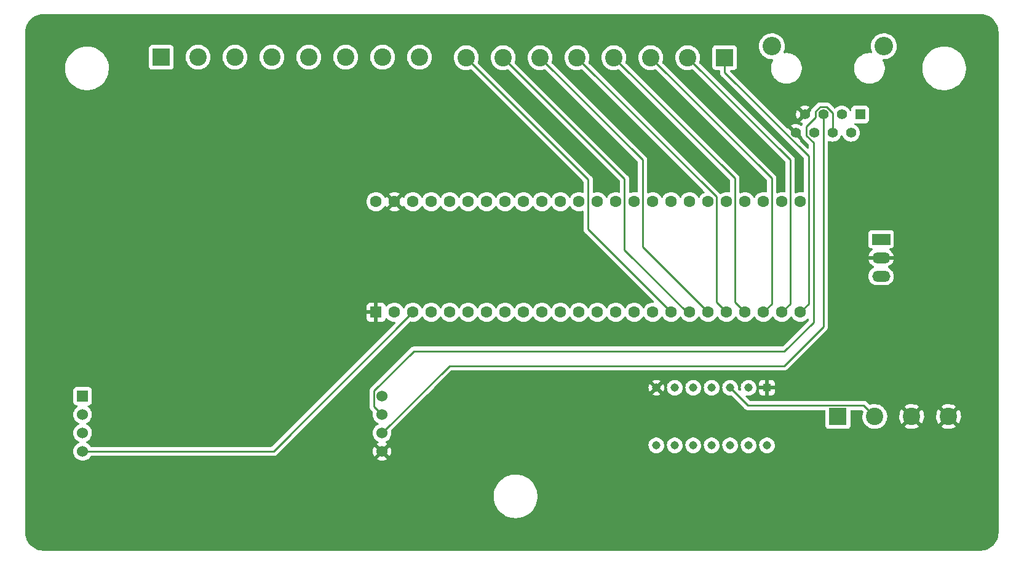
<source format=gbr>
G04 #@! TF.GenerationSoftware,KiCad,Pcbnew,(6.0.5-0)*
G04 #@! TF.CreationDate,2022-05-20T18:14:10-04:00*
G04 #@! TF.ProjectId,AntennaRemoteButtons,416e7465-6e6e-4615-9265-6d6f74654275,rev?*
G04 #@! TF.SameCoordinates,Original*
G04 #@! TF.FileFunction,Copper,L2,Bot*
G04 #@! TF.FilePolarity,Positive*
%FSLAX46Y46*%
G04 Gerber Fmt 4.6, Leading zero omitted, Abs format (unit mm)*
G04 Created by KiCad (PCBNEW (6.0.5-0)) date 2022-05-20 18:14:10*
%MOMM*%
%LPD*%
G01*
G04 APERTURE LIST*
G04 #@! TA.AperFunction,ComponentPad*
%ADD10R,1.140000X1.140000*%
G04 #@! TD*
G04 #@! TA.AperFunction,ComponentPad*
%ADD11C,1.140000*%
G04 #@! TD*
G04 #@! TA.AperFunction,ComponentPad*
%ADD12R,1.530000X1.530000*%
G04 #@! TD*
G04 #@! TA.AperFunction,ComponentPad*
%ADD13C,1.530000*%
G04 #@! TD*
G04 #@! TA.AperFunction,ComponentPad*
%ADD14R,2.500000X1.500000*%
G04 #@! TD*
G04 #@! TA.AperFunction,ComponentPad*
%ADD15O,2.500000X1.500000*%
G04 #@! TD*
G04 #@! TA.AperFunction,ComponentPad*
%ADD16C,1.600000*%
G04 #@! TD*
G04 #@! TA.AperFunction,ComponentPad*
%ADD17R,1.600000X1.600000*%
G04 #@! TD*
G04 #@! TA.AperFunction,ComponentPad*
%ADD18R,2.400000X2.400000*%
G04 #@! TD*
G04 #@! TA.AperFunction,ComponentPad*
%ADD19C,2.400000*%
G04 #@! TD*
G04 #@! TA.AperFunction,ComponentPad*
%ADD20C,2.550000*%
G04 #@! TD*
G04 #@! TA.AperFunction,ComponentPad*
%ADD21C,1.408000*%
G04 #@! TD*
G04 #@! TA.AperFunction,ComponentPad*
%ADD22R,1.408000X1.408000*%
G04 #@! TD*
G04 #@! TA.AperFunction,Conductor*
%ADD23C,0.250000*%
G04 #@! TD*
G04 APERTURE END LIST*
D10*
G04 #@! TO.P,U4,1,1OE*
G04 #@! TO.N,GND*
X142620000Y-82030000D03*
D11*
G04 #@! TO.P,U4,2,1A*
G04 #@! TO.N,/NEO33*
X140080000Y-82030000D03*
G04 #@! TO.P,U4,3,1Y*
G04 #@! TO.N,/NEO5V*
X137540000Y-82030000D03*
G04 #@! TO.P,U4,4,2OE*
G04 #@! TO.N,+5V*
X135000000Y-82030000D03*
G04 #@! TO.P,U4,5,2A*
G04 #@! TO.N,unconnected-(U4-Pad5)*
X132460000Y-82030000D03*
G04 #@! TO.P,U4,6,2Y*
G04 #@! TO.N,unconnected-(U4-Pad6)*
X129920000Y-82030000D03*
G04 #@! TO.P,U4,7,GND*
G04 #@! TO.N,GND*
X127380000Y-82030000D03*
G04 #@! TO.P,U4,8,3Y*
G04 #@! TO.N,unconnected-(U4-Pad8)*
X127380000Y-89970000D03*
G04 #@! TO.P,U4,9,3A*
G04 #@! TO.N,unconnected-(U4-Pad9)*
X129920000Y-89970000D03*
G04 #@! TO.P,U4,10,3OE*
G04 #@! TO.N,+5V*
X132460000Y-89970000D03*
G04 #@! TO.P,U4,11,4Y*
G04 #@! TO.N,unconnected-(U4-Pad11)*
X135000000Y-89970000D03*
G04 #@! TO.P,U4,12,4A*
G04 #@! TO.N,unconnected-(U4-Pad12)*
X137540000Y-89970000D03*
G04 #@! TO.P,U4,13,4OE*
G04 #@! TO.N,+5V*
X140080000Y-89970000D03*
G04 #@! TO.P,U4,14,Vcc*
X142620000Y-89970000D03*
G04 #@! TD*
D12*
G04 #@! TO.P,U3,1,RO*
G04 #@! TO.N,unconnected-(U3-Pad1)*
X48400000Y-83190000D03*
D13*
G04 #@! TO.P,U3,2,~{RE}*
G04 #@! TO.N,+3V3*
X48400000Y-85730000D03*
G04 #@! TO.P,U3,3,DE*
X48400000Y-88270000D03*
G04 #@! TO.P,U3,4,DI*
G04 #@! TO.N,/TX*
X48400000Y-90810000D03*
G04 #@! TO.P,U3,5,GND*
G04 #@! TO.N,GND*
X89620000Y-90810000D03*
G04 #@! TO.P,U3,6,A*
G04 #@! TO.N,Net-(J3-Pad5)*
X89620000Y-88270000D03*
G04 #@! TO.P,U3,7,B*
G04 #@! TO.N,Net-(J3-Pad4)*
X89620000Y-85730000D03*
G04 #@! TO.P,U3,8,VCC*
G04 #@! TO.N,+3V3*
X89620000Y-83190000D03*
G04 #@! TD*
D14*
G04 #@! TO.P,U2,1,Vin*
G04 #@! TO.N,+12V*
X158317500Y-61567500D03*
D15*
G04 #@! TO.P,U2,2,GND*
G04 #@! TO.N,GND*
X158317500Y-64107500D03*
G04 #@! TO.P,U2,3,Vout*
G04 #@! TO.N,+5V*
X158317500Y-66647500D03*
G04 #@! TD*
D16*
G04 #@! TO.P,U1,17,25_A11_RX6_SDA2*
G04 #@! TO.N,Net-(J1-Pad8)*
X129430000Y-71620000D03*
G04 #@! TO.P,U1,18,26_A12_MOSI1*
G04 #@! TO.N,Net-(J1-Pad7)*
X131970000Y-71620000D03*
G04 #@! TO.P,U1,19,27_A13_SCK1*
G04 #@! TO.N,Net-(J1-Pad6)*
X134510000Y-71620000D03*
G04 #@! TO.P,U1,20,28_RX7*
G04 #@! TO.N,Net-(J1-Pad5)*
X137050000Y-71620000D03*
G04 #@! TO.P,U1,16,24_A10_TX6_SCL2*
G04 #@! TO.N,/NEO33*
X126890000Y-71620000D03*
G04 #@! TO.P,U1,15,3V3*
G04 #@! TO.N,unconnected-(U1-Pad15)*
X124350000Y-71620000D03*
G04 #@! TO.P,U1,14,12_MISO_MQSL*
G04 #@! TO.N,unconnected-(U1-Pad14)*
X121810000Y-71620000D03*
G04 #@! TO.P,U1,21,29_TX7*
G04 #@! TO.N,Net-(J1-Pad4)*
X139590000Y-71620000D03*
G04 #@! TO.P,U1,22,30_CRX3*
G04 #@! TO.N,Net-(J1-Pad3)*
X142130000Y-71620000D03*
G04 #@! TO.P,U1,23,31_CTX3*
G04 #@! TO.N,Net-(J1-Pad2)*
X144670000Y-71620000D03*
G04 #@! TO.P,U1,24,32_OUT1B*
G04 #@! TO.N,Net-(J1-Pad1)*
X147210000Y-71620000D03*
G04 #@! TO.P,U1,25,33_MCLK2*
G04 #@! TO.N,Net-(J2-Pad8)*
X147210000Y-56380000D03*
G04 #@! TO.P,U1,26,34_RX8*
G04 #@! TO.N,Net-(J2-Pad7)*
X144670000Y-56380000D03*
G04 #@! TO.P,U1,27,35_TX8*
G04 #@! TO.N,Net-(J2-Pad6)*
X142130000Y-56380000D03*
G04 #@! TO.P,U1,28,36_CS*
G04 #@! TO.N,Net-(J2-Pad5)*
X139590000Y-56380000D03*
G04 #@! TO.P,U1,29,37_CS*
G04 #@! TO.N,Net-(J2-Pad4)*
X137050000Y-56380000D03*
G04 #@! TO.P,U1,30,38_CS1_IN1*
G04 #@! TO.N,Net-(J2-Pad3)*
X134510000Y-56380000D03*
G04 #@! TO.P,U1,31,39_MISO1_OUT1A*
G04 #@! TO.N,Net-(J2-Pad2)*
X131970000Y-56380000D03*
G04 #@! TO.P,U1,32,40_A16*
G04 #@! TO.N,Net-(J2-Pad1)*
X129430000Y-56380000D03*
G04 #@! TO.P,U1,33,41_A17*
G04 #@! TO.N,unconnected-(U1-Pad33)*
X126890000Y-56380000D03*
G04 #@! TO.P,U1,34,GND*
G04 #@! TO.N,GND*
X124350000Y-56380000D03*
G04 #@! TO.P,U1,13,11_MOSI_CTX1*
G04 #@! TO.N,unconnected-(U1-Pad13)*
X119270000Y-71620000D03*
G04 #@! TO.P,U1,12,10_CS_MQSR*
G04 #@! TO.N,unconnected-(U1-Pad12)*
X116730000Y-71620000D03*
G04 #@! TO.P,U1,11,9_OUT1C*
G04 #@! TO.N,unconnected-(U1-Pad11)*
X114190000Y-71620000D03*
G04 #@! TO.P,U1,10,8_TX2_IN1*
G04 #@! TO.N,unconnected-(U1-Pad10)*
X111650000Y-71620000D03*
G04 #@! TO.P,U1,9,7_RX2_OUT1A*
G04 #@! TO.N,unconnected-(U1-Pad9)*
X109110000Y-71620000D03*
G04 #@! TO.P,U1,8,6_OUT1D*
G04 #@! TO.N,unconnected-(U1-Pad8)*
X106570000Y-71620000D03*
G04 #@! TO.P,U1,7,5_IN2*
G04 #@! TO.N,unconnected-(U1-Pad7)*
X104030000Y-71620000D03*
G04 #@! TO.P,U1,6,4_BCLK2*
G04 #@! TO.N,unconnected-(U1-Pad6)*
X101490000Y-71620000D03*
G04 #@! TO.P,U1,5,3_LRCLK2*
G04 #@! TO.N,unconnected-(U1-Pad5)*
X98950000Y-71620000D03*
G04 #@! TO.P,U1,4,2_OUT2*
G04 #@! TO.N,unconnected-(U1-Pad4)*
X96410000Y-71620000D03*
G04 #@! TO.P,U1,3,1_TX1_CTX2_MISO1*
G04 #@! TO.N,/TX*
X93870000Y-71620000D03*
G04 #@! TO.P,U1,2,0_RX1_CRX2_CS1*
G04 #@! TO.N,unconnected-(U1-Pad2)*
X91330000Y-71620000D03*
D17*
G04 #@! TO.P,U1,1,GND*
G04 #@! TO.N,GND*
X88790000Y-71620000D03*
D16*
G04 #@! TO.P,U1,35,13_SCK_LED*
G04 #@! TO.N,unconnected-(U1-Pad35)*
X121810000Y-56380000D03*
G04 #@! TO.P,U1,36,14_A0_TX3_SPDIF_OUT*
G04 #@! TO.N,unconnected-(U1-Pad36)*
X119270000Y-56380000D03*
G04 #@! TO.P,U1,37,15_A1_RX3_SPDIF_IN*
G04 #@! TO.N,unconnected-(U1-Pad37)*
X116730000Y-56380000D03*
G04 #@! TO.P,U1,38,16_A2_RX4_SCL1*
G04 #@! TO.N,unconnected-(U1-Pad38)*
X114190000Y-56380000D03*
G04 #@! TO.P,U1,39,17_A3_TX4_SDA1*
G04 #@! TO.N,unconnected-(U1-Pad39)*
X111650000Y-56380000D03*
G04 #@! TO.P,U1,40,18_A4_SDA*
G04 #@! TO.N,unconnected-(U1-Pad40)*
X109110000Y-56380000D03*
G04 #@! TO.P,U1,41,19_A5_SCL*
G04 #@! TO.N,unconnected-(U1-Pad41)*
X106570000Y-56380000D03*
G04 #@! TO.P,U1,42,20_A6_TX5_LRCLK1*
G04 #@! TO.N,unconnected-(U1-Pad42)*
X104030000Y-56380000D03*
G04 #@! TO.P,U1,43,21_A7_RX5_BCLK1*
G04 #@! TO.N,unconnected-(U1-Pad43)*
X101490000Y-56380000D03*
G04 #@! TO.P,U1,44,22_A8_CTX1*
G04 #@! TO.N,unconnected-(U1-Pad44)*
X98950000Y-56380000D03*
G04 #@! TO.P,U1,45,23_A9_CRX1_MCLK1*
G04 #@! TO.N,unconnected-(U1-Pad45)*
X96410000Y-56380000D03*
G04 #@! TO.P,U1,46,3V3*
G04 #@! TO.N,+3V3*
X93870000Y-56380000D03*
G04 #@! TO.P,U1,47,GND*
G04 #@! TO.N,GND*
X91330000Y-56380000D03*
G04 #@! TO.P,U1,48,VIN*
G04 #@! TO.N,+5V*
X88790000Y-56380000D03*
G04 #@! TD*
D18*
G04 #@! TO.P,J4,1,Pin_1*
G04 #@! TO.N,+5V*
X152380000Y-86000000D03*
D19*
G04 #@! TO.P,J4,2,Pin_2*
G04 #@! TO.N,/NEO5V*
X157460000Y-86000000D03*
G04 #@! TO.P,J4,3,Pin_3*
G04 #@! TO.N,GND*
X162540000Y-86000000D03*
G04 #@! TO.P,J4,4,Pin_4*
X167620000Y-86000000D03*
G04 #@! TD*
D20*
G04 #@! TO.P,J3,S2*
G04 #@! TO.N,N/C*
X143285000Y-34950000D03*
G04 #@! TO.P,J3,S1*
X158715000Y-34950000D03*
D21*
G04 #@! TO.P,J3,8*
G04 #@! TO.N,GND*
X146555000Y-46890000D03*
G04 #@! TO.P,J3,7*
X147825000Y-44350000D03*
D22*
G04 #@! TO.P,J3,1*
G04 #@! TO.N,+12V*
X155445000Y-44350000D03*
D21*
G04 #@! TO.P,J3,3*
X152905000Y-44350000D03*
G04 #@! TO.P,J3,5*
G04 #@! TO.N,Net-(J3-Pad5)*
X150365000Y-44350000D03*
G04 #@! TO.P,J3,2*
G04 #@! TO.N,+12V*
X154175000Y-46890000D03*
G04 #@! TO.P,J3,4*
G04 #@! TO.N,Net-(J3-Pad4)*
X151635000Y-46890000D03*
G04 #@! TO.P,J3,6*
G04 #@! TO.N,GND*
X149095000Y-46890000D03*
G04 #@! TD*
D18*
G04 #@! TO.P,J2,1,Pin_1*
G04 #@! TO.N,Net-(J2-Pad1)*
X59220000Y-36462500D03*
D19*
G04 #@! TO.P,J2,2,Pin_2*
G04 #@! TO.N,Net-(J2-Pad2)*
X64300000Y-36462500D03*
G04 #@! TO.P,J2,3,Pin_3*
G04 #@! TO.N,Net-(J2-Pad3)*
X69380000Y-36462500D03*
G04 #@! TO.P,J2,4,Pin_4*
G04 #@! TO.N,Net-(J2-Pad4)*
X74460000Y-36462500D03*
G04 #@! TO.P,J2,5,Pin_5*
G04 #@! TO.N,Net-(J2-Pad5)*
X79540000Y-36462500D03*
G04 #@! TO.P,J2,6,Pin_6*
G04 #@! TO.N,Net-(J2-Pad6)*
X84620000Y-36462500D03*
G04 #@! TO.P,J2,7,Pin_7*
G04 #@! TO.N,Net-(J2-Pad7)*
X89700000Y-36462500D03*
G04 #@! TO.P,J2,8,Pin_8*
G04 #@! TO.N,Net-(J2-Pad8)*
X94780000Y-36462500D03*
G04 #@! TD*
D18*
G04 #@! TO.P,J1,1,Pin_1*
G04 #@! TO.N,Net-(J1-Pad1)*
X136780000Y-36537500D03*
D19*
G04 #@! TO.P,J1,2,Pin_2*
G04 #@! TO.N,Net-(J1-Pad2)*
X131700000Y-36537500D03*
G04 #@! TO.P,J1,3,Pin_3*
G04 #@! TO.N,Net-(J1-Pad3)*
X126620000Y-36537500D03*
G04 #@! TO.P,J1,4,Pin_4*
G04 #@! TO.N,Net-(J1-Pad4)*
X121540000Y-36537500D03*
G04 #@! TO.P,J1,5,Pin_5*
G04 #@! TO.N,Net-(J1-Pad5)*
X116460000Y-36537500D03*
G04 #@! TO.P,J1,6,Pin_6*
G04 #@! TO.N,Net-(J1-Pad6)*
X111380000Y-36537500D03*
G04 #@! TO.P,J1,7,Pin_7*
G04 #@! TO.N,Net-(J1-Pad7)*
X106300000Y-36537500D03*
G04 #@! TO.P,J1,8,Pin_8*
G04 #@! TO.N,Net-(J1-Pad8)*
X101220000Y-36537500D03*
G04 #@! TD*
D23*
G04 #@! TO.N,Net-(J3-Pad4)*
X89620000Y-85730000D02*
X88530489Y-84640489D01*
X88530489Y-84640489D02*
X88530489Y-82469511D01*
X88530489Y-82469511D02*
X94000000Y-77000000D01*
X94000000Y-77000000D02*
X145000000Y-77000000D01*
X149000000Y-73000000D02*
X149000000Y-48249535D01*
X149336489Y-43923976D02*
X149938976Y-43321489D01*
X145000000Y-77000000D02*
X149000000Y-73000000D01*
X149000000Y-48249535D02*
X148066489Y-47316024D01*
X148066489Y-47316024D02*
X148066489Y-46046024D01*
X148066489Y-46046024D02*
X149336489Y-44776024D01*
X149336489Y-44776024D02*
X149336489Y-43923976D01*
X149938976Y-43321489D02*
X150791024Y-43321489D01*
X150791024Y-43321489D02*
X151635000Y-44165465D01*
X151635000Y-44165465D02*
X151635000Y-46890000D01*
G04 #@! TO.N,Net-(J3-Pad5)*
X98890000Y-79000000D02*
X145000000Y-79000000D01*
X89620000Y-88270000D02*
X98890000Y-79000000D01*
X145000000Y-79000000D02*
X150365000Y-73635000D01*
X150365000Y-73635000D02*
X150365000Y-44350000D01*
G04 #@! TO.N,/TX*
X93870000Y-71620000D02*
X74680000Y-90810000D01*
X74680000Y-90810000D02*
X48400000Y-90810000D01*
G04 #@! TO.N,/NEO5V*
X137540000Y-82030000D02*
X139985489Y-84475489D01*
X155935489Y-84475489D02*
X157460000Y-86000000D01*
X139985489Y-84475489D02*
X155935489Y-84475489D01*
G04 #@! TO.N,Net-(J1-Pad1)*
X147210000Y-71620000D02*
X148334511Y-70495489D01*
X148334511Y-70495489D02*
X148334511Y-50124046D01*
X148334511Y-50124046D02*
X136780000Y-38569535D01*
X136780000Y-38569535D02*
X136780000Y-36537500D01*
G04 #@! TO.N,Net-(J1-Pad2)*
X144670000Y-71620000D02*
X145794511Y-70495489D01*
X145794511Y-70495489D02*
X145794511Y-50632011D01*
X145794511Y-50632011D02*
X131700000Y-36537500D01*
G04 #@! TO.N,Net-(J1-Pad3)*
X142130000Y-71620000D02*
X143254511Y-70495489D01*
X143254511Y-70495489D02*
X143254511Y-53172011D01*
X143254511Y-53172011D02*
X126620000Y-36537500D01*
G04 #@! TO.N,Net-(J1-Pad4)*
X121540000Y-36537500D02*
X138174511Y-53172011D01*
X138174511Y-70204511D02*
X139590000Y-71620000D01*
X138174511Y-53172011D02*
X138174511Y-70204511D01*
G04 #@! TO.N,Net-(J1-Pad5)*
X116460000Y-36537500D02*
X135634511Y-55712011D01*
X135634511Y-55712011D02*
X135634511Y-70204511D01*
X135634511Y-70204511D02*
X137050000Y-71620000D01*
G04 #@! TO.N,Net-(J1-Pad6)*
X134510000Y-71620000D02*
X125474511Y-62584511D01*
X125474511Y-62584511D02*
X125474511Y-50632011D01*
X125474511Y-50632011D02*
X111380000Y-36537500D01*
G04 #@! TO.N,Net-(J1-Pad7)*
X123000000Y-63000000D02*
X132000000Y-72000000D01*
X132000000Y-71650000D02*
X131970000Y-71620000D01*
X123000000Y-53237500D02*
X123000000Y-63000000D01*
X106300000Y-36537500D02*
X123000000Y-53237500D01*
X132000000Y-72000000D02*
X132000000Y-71650000D01*
G04 #@! TO.N,Net-(J1-Pad8)*
X101220000Y-36537500D02*
X118000000Y-53317500D01*
X118000000Y-60190000D02*
X129430000Y-71620000D01*
X118000000Y-53317500D02*
X118000000Y-60190000D01*
G04 #@! TD*
G04 #@! TA.AperFunction,Conductor*
G04 #@! TO.N,GND*
G36*
X171970018Y-30510000D02*
G01*
X171984851Y-30512310D01*
X171984855Y-30512310D01*
X171993724Y-30513691D01*
X172010923Y-30511442D01*
X172034863Y-30510609D01*
X172292710Y-30526206D01*
X172307814Y-30528040D01*
X172379786Y-30541229D01*
X172588760Y-30579525D01*
X172603526Y-30583164D01*
X172876231Y-30668142D01*
X172890445Y-30673534D01*
X173108223Y-30771547D01*
X173150906Y-30790757D01*
X173164379Y-30797828D01*
X173408813Y-30945595D01*
X173421334Y-30954238D01*
X173646171Y-31130385D01*
X173657560Y-31140475D01*
X173859525Y-31342440D01*
X173869615Y-31353829D01*
X174045762Y-31578666D01*
X174054405Y-31591187D01*
X174202172Y-31835621D01*
X174209242Y-31849092D01*
X174326466Y-32109555D01*
X174331859Y-32123773D01*
X174416836Y-32396473D01*
X174420477Y-32411246D01*
X174471960Y-32692186D01*
X174473794Y-32707290D01*
X174488953Y-32957904D01*
X174487692Y-32984716D01*
X174487690Y-32984852D01*
X174486309Y-32993724D01*
X174487473Y-33002626D01*
X174487473Y-33002628D01*
X174490436Y-33025283D01*
X174491500Y-33041621D01*
X174491500Y-101950633D01*
X174490000Y-101970018D01*
X174487690Y-101984851D01*
X174487690Y-101984855D01*
X174486309Y-101993724D01*
X174488558Y-102010919D01*
X174489391Y-102034863D01*
X174473794Y-102292710D01*
X174471960Y-102307814D01*
X174420477Y-102588754D01*
X174416836Y-102603527D01*
X174331859Y-102876227D01*
X174326466Y-102890445D01*
X174209243Y-103150906D01*
X174202172Y-103164379D01*
X174054405Y-103408813D01*
X174045762Y-103421334D01*
X173869615Y-103646171D01*
X173859525Y-103657560D01*
X173657560Y-103859525D01*
X173646171Y-103869615D01*
X173421334Y-104045762D01*
X173408813Y-104054405D01*
X173164379Y-104202172D01*
X173150908Y-104209242D01*
X172890445Y-104326466D01*
X172876231Y-104331858D01*
X172603527Y-104416836D01*
X172588760Y-104420475D01*
X172379786Y-104458771D01*
X172307814Y-104471960D01*
X172292710Y-104473794D01*
X172042096Y-104488953D01*
X172015284Y-104487692D01*
X172015148Y-104487690D01*
X172006276Y-104486309D01*
X171997374Y-104487473D01*
X171997372Y-104487473D01*
X171982707Y-104489391D01*
X171974714Y-104490436D01*
X171958379Y-104491500D01*
X43049367Y-104491500D01*
X43029982Y-104490000D01*
X43015149Y-104487690D01*
X43015145Y-104487690D01*
X43006276Y-104486309D01*
X42989077Y-104488558D01*
X42965137Y-104489391D01*
X42707290Y-104473794D01*
X42692186Y-104471960D01*
X42620214Y-104458771D01*
X42411240Y-104420475D01*
X42396473Y-104416836D01*
X42123769Y-104331858D01*
X42109555Y-104326466D01*
X41849092Y-104209242D01*
X41835621Y-104202172D01*
X41591187Y-104054405D01*
X41578666Y-104045762D01*
X41353829Y-103869615D01*
X41342440Y-103859525D01*
X41140475Y-103657560D01*
X41130385Y-103646171D01*
X40954238Y-103421334D01*
X40945595Y-103408813D01*
X40797828Y-103164379D01*
X40790757Y-103150906D01*
X40673534Y-102890445D01*
X40668141Y-102876227D01*
X40583164Y-102603527D01*
X40579523Y-102588754D01*
X40528040Y-102307814D01*
X40526206Y-102292710D01*
X40511269Y-102045768D01*
X40512520Y-102022216D01*
X40512334Y-102022199D01*
X40512769Y-102017350D01*
X40513576Y-102012552D01*
X40513729Y-102000000D01*
X40509773Y-101972376D01*
X40508500Y-101954514D01*
X40508500Y-97126196D01*
X104989044Y-97126196D01*
X104989405Y-97129810D01*
X104989405Y-97129816D01*
X105013694Y-97373157D01*
X105023503Y-97471431D01*
X105097414Y-97810417D01*
X105209797Y-98138661D01*
X105359163Y-98451812D01*
X105543532Y-98745721D01*
X105545804Y-98748557D01*
X105545809Y-98748564D01*
X105602252Y-98819016D01*
X105760459Y-99016491D01*
X106007071Y-99260534D01*
X106280098Y-99474614D01*
X106575921Y-99655895D01*
X106579206Y-99657420D01*
X106579210Y-99657422D01*
X106818653Y-99768567D01*
X106890620Y-99801973D01*
X106994926Y-99836469D01*
X107216578Y-99909774D01*
X107216583Y-99909775D01*
X107220023Y-99910913D01*
X107223578Y-99911649D01*
X107223581Y-99911650D01*
X107556214Y-99980535D01*
X107556217Y-99980535D01*
X107559764Y-99981270D01*
X107698221Y-99993627D01*
X107862076Y-100008251D01*
X107862082Y-100008251D01*
X107864869Y-100008500D01*
X108088432Y-100008500D01*
X108090251Y-100008395D01*
X108090255Y-100008395D01*
X108342754Y-99993836D01*
X108342759Y-99993835D01*
X108346374Y-99993627D01*
X108421388Y-99980535D01*
X108684585Y-99934600D01*
X108684592Y-99934598D01*
X108688158Y-99933976D01*
X108691633Y-99932947D01*
X108691640Y-99932945D01*
X108824863Y-99893482D01*
X109020820Y-99835437D01*
X109024159Y-99834013D01*
X109336614Y-99700740D01*
X109336617Y-99700738D01*
X109339952Y-99699316D01*
X109343099Y-99697521D01*
X109343103Y-99697519D01*
X109638184Y-99529208D01*
X109641324Y-99527417D01*
X109920940Y-99322018D01*
X110175096Y-99085842D01*
X110400422Y-98822019D01*
X110593931Y-98534047D01*
X110753060Y-98225741D01*
X110875698Y-97901189D01*
X110960220Y-97564692D01*
X111005506Y-97220711D01*
X111010956Y-96873804D01*
X111001163Y-96775685D01*
X110976857Y-96532177D01*
X110976497Y-96528569D01*
X110902586Y-96189583D01*
X110790203Y-95861339D01*
X110640837Y-95548188D01*
X110456468Y-95254279D01*
X110454196Y-95251443D01*
X110454191Y-95251436D01*
X110241813Y-94986345D01*
X110239541Y-94983509D01*
X109992929Y-94739466D01*
X109719902Y-94525386D01*
X109424079Y-94344105D01*
X109420794Y-94342580D01*
X109420790Y-94342578D01*
X109112663Y-94199551D01*
X109109380Y-94198027D01*
X108939112Y-94141716D01*
X108783422Y-94090226D01*
X108783417Y-94090225D01*
X108779977Y-94089087D01*
X108776422Y-94088351D01*
X108776419Y-94088350D01*
X108443786Y-94019465D01*
X108443783Y-94019465D01*
X108440236Y-94018730D01*
X108285947Y-94004960D01*
X108137924Y-93991749D01*
X108137918Y-93991749D01*
X108135131Y-93991500D01*
X107911568Y-93991500D01*
X107909749Y-93991605D01*
X107909745Y-93991605D01*
X107657246Y-94006164D01*
X107657241Y-94006165D01*
X107653626Y-94006373D01*
X107584669Y-94018408D01*
X107315415Y-94065400D01*
X107315408Y-94065402D01*
X107311842Y-94066024D01*
X107308367Y-94067053D01*
X107308360Y-94067055D01*
X107230137Y-94090226D01*
X106979180Y-94164563D01*
X106975844Y-94165986D01*
X106975841Y-94165987D01*
X106663386Y-94299260D01*
X106663383Y-94299262D01*
X106660048Y-94300684D01*
X106656901Y-94302479D01*
X106656897Y-94302481D01*
X106580602Y-94345999D01*
X106358676Y-94472583D01*
X106079060Y-94677982D01*
X105824904Y-94914158D01*
X105599578Y-95177981D01*
X105406069Y-95465953D01*
X105246940Y-95774259D01*
X105124302Y-96098811D01*
X105039780Y-96435308D01*
X104994494Y-96779289D01*
X104989044Y-97126196D01*
X40508500Y-97126196D01*
X40508500Y-90810000D01*
X47121635Y-90810000D01*
X47141056Y-91031986D01*
X47198730Y-91247227D01*
X47201052Y-91252208D01*
X47201053Y-91252209D01*
X47290577Y-91444195D01*
X47290580Y-91444200D01*
X47292903Y-91449182D01*
X47420716Y-91631717D01*
X47578283Y-91789284D01*
X47760817Y-91917097D01*
X47765799Y-91919420D01*
X47765804Y-91919423D01*
X47956779Y-92008475D01*
X47962773Y-92011270D01*
X47968081Y-92012692D01*
X47968083Y-92012693D01*
X48034465Y-92030480D01*
X48178014Y-92068944D01*
X48400000Y-92088365D01*
X48621986Y-92068944D01*
X48765535Y-92030480D01*
X48831917Y-92012693D01*
X48831919Y-92012692D01*
X48837227Y-92011270D01*
X48843221Y-92008475D01*
X49034196Y-91919423D01*
X49034201Y-91919420D01*
X49039183Y-91917097D01*
X49105113Y-91870932D01*
X88923623Y-91870932D01*
X88932916Y-91882945D01*
X88976569Y-91913512D01*
X88986047Y-91918984D01*
X89177962Y-92008475D01*
X89188255Y-92012221D01*
X89392786Y-92067025D01*
X89403581Y-92068928D01*
X89614525Y-92087384D01*
X89625475Y-92087384D01*
X89836419Y-92068928D01*
X89847214Y-92067025D01*
X90051745Y-92012221D01*
X90062038Y-92008475D01*
X90253953Y-91918984D01*
X90263431Y-91913512D01*
X90307920Y-91882359D01*
X90316294Y-91871883D01*
X90309226Y-91858436D01*
X89632812Y-91182022D01*
X89618868Y-91174408D01*
X89617035Y-91174539D01*
X89610420Y-91178790D01*
X88930053Y-91859157D01*
X88923623Y-91870932D01*
X49105113Y-91870932D01*
X49221717Y-91789284D01*
X49379284Y-91631717D01*
X49473454Y-91497229D01*
X49528911Y-91452901D01*
X49576667Y-91443500D01*
X74601233Y-91443500D01*
X74612416Y-91444027D01*
X74619909Y-91445702D01*
X74627835Y-91445453D01*
X74627836Y-91445453D01*
X74687986Y-91443562D01*
X74691945Y-91443500D01*
X74719856Y-91443500D01*
X74723791Y-91443003D01*
X74723856Y-91442995D01*
X74735693Y-91442062D01*
X74767951Y-91441048D01*
X74771970Y-91440922D01*
X74779889Y-91440673D01*
X74799343Y-91435021D01*
X74818700Y-91431013D01*
X74830930Y-91429468D01*
X74830931Y-91429468D01*
X74838797Y-91428474D01*
X74846168Y-91425555D01*
X74846170Y-91425555D01*
X74879912Y-91412196D01*
X74891142Y-91408351D01*
X74925983Y-91398229D01*
X74925984Y-91398229D01*
X74933593Y-91396018D01*
X74940412Y-91391985D01*
X74940417Y-91391983D01*
X74951028Y-91385707D01*
X74968776Y-91377012D01*
X74987617Y-91369552D01*
X75023387Y-91343564D01*
X75033307Y-91337048D01*
X75064535Y-91318580D01*
X75064538Y-91318578D01*
X75071362Y-91314542D01*
X75085683Y-91300221D01*
X75100717Y-91287380D01*
X75110694Y-91280131D01*
X75117107Y-91275472D01*
X75145298Y-91241395D01*
X75153288Y-91232616D01*
X75570429Y-90815475D01*
X88342616Y-90815475D01*
X88361072Y-91026419D01*
X88362975Y-91037214D01*
X88417779Y-91241745D01*
X88421525Y-91252037D01*
X88511012Y-91443944D01*
X88516495Y-91453439D01*
X88547640Y-91497919D01*
X88558117Y-91506294D01*
X88571564Y-91499226D01*
X89247978Y-90822812D01*
X89254356Y-90811132D01*
X89984408Y-90811132D01*
X89984539Y-90812965D01*
X89988790Y-90819580D01*
X90669157Y-91499947D01*
X90680932Y-91506377D01*
X90692947Y-91497081D01*
X90723505Y-91453439D01*
X90728988Y-91443944D01*
X90818475Y-91252037D01*
X90822221Y-91241745D01*
X90877025Y-91037214D01*
X90878928Y-91026419D01*
X90897384Y-90815475D01*
X90897384Y-90804525D01*
X90878928Y-90593581D01*
X90877025Y-90582786D01*
X90822221Y-90378255D01*
X90818475Y-90367963D01*
X90728988Y-90176056D01*
X90723505Y-90166561D01*
X90692360Y-90122081D01*
X90681883Y-90113706D01*
X90668436Y-90120774D01*
X89992022Y-90797188D01*
X89984408Y-90811132D01*
X89254356Y-90811132D01*
X89255592Y-90808868D01*
X89255461Y-90807035D01*
X89251210Y-90800420D01*
X88570843Y-90120053D01*
X88559068Y-90113623D01*
X88547053Y-90122919D01*
X88516495Y-90166561D01*
X88511012Y-90176056D01*
X88421525Y-90367963D01*
X88417779Y-90378255D01*
X88362975Y-90582786D01*
X88361072Y-90593581D01*
X88342616Y-90804525D01*
X88342616Y-90815475D01*
X75570429Y-90815475D01*
X93456752Y-72929152D01*
X93519064Y-72895126D01*
X93578459Y-72896541D01*
X93636591Y-72912118D01*
X93636602Y-72912120D01*
X93641913Y-72913543D01*
X93870000Y-72933498D01*
X94098087Y-72913543D01*
X94103400Y-72912119D01*
X94103402Y-72912119D01*
X94313933Y-72855707D01*
X94313935Y-72855706D01*
X94319243Y-72854284D01*
X94324225Y-72851961D01*
X94521762Y-72759849D01*
X94521767Y-72759846D01*
X94526749Y-72757523D01*
X94668805Y-72658054D01*
X94709789Y-72629357D01*
X94709792Y-72629355D01*
X94714300Y-72626198D01*
X94876198Y-72464300D01*
X94880442Y-72458240D01*
X95004366Y-72281257D01*
X95007523Y-72276749D01*
X95009846Y-72271767D01*
X95009849Y-72271762D01*
X95025805Y-72237543D01*
X95072722Y-72184258D01*
X95140999Y-72164797D01*
X95208959Y-72185339D01*
X95254195Y-72237543D01*
X95270151Y-72271762D01*
X95270154Y-72271767D01*
X95272477Y-72276749D01*
X95275634Y-72281257D01*
X95399559Y-72458240D01*
X95403802Y-72464300D01*
X95565700Y-72626198D01*
X95570208Y-72629355D01*
X95570211Y-72629357D01*
X95611195Y-72658054D01*
X95753251Y-72757523D01*
X95758233Y-72759846D01*
X95758238Y-72759849D01*
X95955775Y-72851961D01*
X95960757Y-72854284D01*
X95966065Y-72855706D01*
X95966067Y-72855707D01*
X96176598Y-72912119D01*
X96176600Y-72912119D01*
X96181913Y-72913543D01*
X96410000Y-72933498D01*
X96638087Y-72913543D01*
X96643400Y-72912119D01*
X96643402Y-72912119D01*
X96853933Y-72855707D01*
X96853935Y-72855706D01*
X96859243Y-72854284D01*
X96864225Y-72851961D01*
X97061762Y-72759849D01*
X97061767Y-72759846D01*
X97066749Y-72757523D01*
X97208805Y-72658054D01*
X97249789Y-72629357D01*
X97249792Y-72629355D01*
X97254300Y-72626198D01*
X97416198Y-72464300D01*
X97420442Y-72458240D01*
X97544366Y-72281257D01*
X97547523Y-72276749D01*
X97549846Y-72271767D01*
X97549849Y-72271762D01*
X97565805Y-72237543D01*
X97612722Y-72184258D01*
X97680999Y-72164797D01*
X97748959Y-72185339D01*
X97794195Y-72237543D01*
X97810151Y-72271762D01*
X97810154Y-72271767D01*
X97812477Y-72276749D01*
X97815634Y-72281257D01*
X97939559Y-72458240D01*
X97943802Y-72464300D01*
X98105700Y-72626198D01*
X98110208Y-72629355D01*
X98110211Y-72629357D01*
X98151195Y-72658054D01*
X98293251Y-72757523D01*
X98298233Y-72759846D01*
X98298238Y-72759849D01*
X98495775Y-72851961D01*
X98500757Y-72854284D01*
X98506065Y-72855706D01*
X98506067Y-72855707D01*
X98716598Y-72912119D01*
X98716600Y-72912119D01*
X98721913Y-72913543D01*
X98950000Y-72933498D01*
X99178087Y-72913543D01*
X99183400Y-72912119D01*
X99183402Y-72912119D01*
X99393933Y-72855707D01*
X99393935Y-72855706D01*
X99399243Y-72854284D01*
X99404225Y-72851961D01*
X99601762Y-72759849D01*
X99601767Y-72759846D01*
X99606749Y-72757523D01*
X99748805Y-72658054D01*
X99789789Y-72629357D01*
X99789792Y-72629355D01*
X99794300Y-72626198D01*
X99956198Y-72464300D01*
X99960442Y-72458240D01*
X100084366Y-72281257D01*
X100087523Y-72276749D01*
X100089846Y-72271767D01*
X100089849Y-72271762D01*
X100105805Y-72237543D01*
X100152722Y-72184258D01*
X100220999Y-72164797D01*
X100288959Y-72185339D01*
X100334195Y-72237543D01*
X100350151Y-72271762D01*
X100350154Y-72271767D01*
X100352477Y-72276749D01*
X100355634Y-72281257D01*
X100479559Y-72458240D01*
X100483802Y-72464300D01*
X100645700Y-72626198D01*
X100650208Y-72629355D01*
X100650211Y-72629357D01*
X100691195Y-72658054D01*
X100833251Y-72757523D01*
X100838233Y-72759846D01*
X100838238Y-72759849D01*
X101035775Y-72851961D01*
X101040757Y-72854284D01*
X101046065Y-72855706D01*
X101046067Y-72855707D01*
X101256598Y-72912119D01*
X101256600Y-72912119D01*
X101261913Y-72913543D01*
X101490000Y-72933498D01*
X101718087Y-72913543D01*
X101723400Y-72912119D01*
X101723402Y-72912119D01*
X101933933Y-72855707D01*
X101933935Y-72855706D01*
X101939243Y-72854284D01*
X101944225Y-72851961D01*
X102141762Y-72759849D01*
X102141767Y-72759846D01*
X102146749Y-72757523D01*
X102288805Y-72658054D01*
X102329789Y-72629357D01*
X102329792Y-72629355D01*
X102334300Y-72626198D01*
X102496198Y-72464300D01*
X102500442Y-72458240D01*
X102624366Y-72281257D01*
X102627523Y-72276749D01*
X102629846Y-72271767D01*
X102629849Y-72271762D01*
X102645805Y-72237543D01*
X102692722Y-72184258D01*
X102760999Y-72164797D01*
X102828959Y-72185339D01*
X102874195Y-72237543D01*
X102890151Y-72271762D01*
X102890154Y-72271767D01*
X102892477Y-72276749D01*
X102895634Y-72281257D01*
X103019559Y-72458240D01*
X103023802Y-72464300D01*
X103185700Y-72626198D01*
X103190208Y-72629355D01*
X103190211Y-72629357D01*
X103231195Y-72658054D01*
X103373251Y-72757523D01*
X103378233Y-72759846D01*
X103378238Y-72759849D01*
X103575775Y-72851961D01*
X103580757Y-72854284D01*
X103586065Y-72855706D01*
X103586067Y-72855707D01*
X103796598Y-72912119D01*
X103796600Y-72912119D01*
X103801913Y-72913543D01*
X104030000Y-72933498D01*
X104258087Y-72913543D01*
X104263400Y-72912119D01*
X104263402Y-72912119D01*
X104473933Y-72855707D01*
X104473935Y-72855706D01*
X104479243Y-72854284D01*
X104484225Y-72851961D01*
X104681762Y-72759849D01*
X104681767Y-72759846D01*
X104686749Y-72757523D01*
X104828805Y-72658054D01*
X104869789Y-72629357D01*
X104869792Y-72629355D01*
X104874300Y-72626198D01*
X105036198Y-72464300D01*
X105040442Y-72458240D01*
X105164366Y-72281257D01*
X105167523Y-72276749D01*
X105169846Y-72271767D01*
X105169849Y-72271762D01*
X105185805Y-72237543D01*
X105232722Y-72184258D01*
X105300999Y-72164797D01*
X105368959Y-72185339D01*
X105414195Y-72237543D01*
X105430151Y-72271762D01*
X105430154Y-72271767D01*
X105432477Y-72276749D01*
X105435634Y-72281257D01*
X105559559Y-72458240D01*
X105563802Y-72464300D01*
X105725700Y-72626198D01*
X105730208Y-72629355D01*
X105730211Y-72629357D01*
X105771195Y-72658054D01*
X105913251Y-72757523D01*
X105918233Y-72759846D01*
X105918238Y-72759849D01*
X106115775Y-72851961D01*
X106120757Y-72854284D01*
X106126065Y-72855706D01*
X106126067Y-72855707D01*
X106336598Y-72912119D01*
X106336600Y-72912119D01*
X106341913Y-72913543D01*
X106570000Y-72933498D01*
X106798087Y-72913543D01*
X106803400Y-72912119D01*
X106803402Y-72912119D01*
X107013933Y-72855707D01*
X107013935Y-72855706D01*
X107019243Y-72854284D01*
X107024225Y-72851961D01*
X107221762Y-72759849D01*
X107221767Y-72759846D01*
X107226749Y-72757523D01*
X107368805Y-72658054D01*
X107409789Y-72629357D01*
X107409792Y-72629355D01*
X107414300Y-72626198D01*
X107576198Y-72464300D01*
X107580442Y-72458240D01*
X107704366Y-72281257D01*
X107707523Y-72276749D01*
X107709846Y-72271767D01*
X107709849Y-72271762D01*
X107725805Y-72237543D01*
X107772722Y-72184258D01*
X107840999Y-72164797D01*
X107908959Y-72185339D01*
X107954195Y-72237543D01*
X107970151Y-72271762D01*
X107970154Y-72271767D01*
X107972477Y-72276749D01*
X107975634Y-72281257D01*
X108099559Y-72458240D01*
X108103802Y-72464300D01*
X108265700Y-72626198D01*
X108270208Y-72629355D01*
X108270211Y-72629357D01*
X108311195Y-72658054D01*
X108453251Y-72757523D01*
X108458233Y-72759846D01*
X108458238Y-72759849D01*
X108655775Y-72851961D01*
X108660757Y-72854284D01*
X108666065Y-72855706D01*
X108666067Y-72855707D01*
X108876598Y-72912119D01*
X108876600Y-72912119D01*
X108881913Y-72913543D01*
X109110000Y-72933498D01*
X109338087Y-72913543D01*
X109343400Y-72912119D01*
X109343402Y-72912119D01*
X109553933Y-72855707D01*
X109553935Y-72855706D01*
X109559243Y-72854284D01*
X109564225Y-72851961D01*
X109761762Y-72759849D01*
X109761767Y-72759846D01*
X109766749Y-72757523D01*
X109908805Y-72658054D01*
X109949789Y-72629357D01*
X109949792Y-72629355D01*
X109954300Y-72626198D01*
X110116198Y-72464300D01*
X110120442Y-72458240D01*
X110244366Y-72281257D01*
X110247523Y-72276749D01*
X110249846Y-72271767D01*
X110249849Y-72271762D01*
X110265805Y-72237543D01*
X110312722Y-72184258D01*
X110380999Y-72164797D01*
X110448959Y-72185339D01*
X110494195Y-72237543D01*
X110510151Y-72271762D01*
X110510154Y-72271767D01*
X110512477Y-72276749D01*
X110515634Y-72281257D01*
X110639559Y-72458240D01*
X110643802Y-72464300D01*
X110805700Y-72626198D01*
X110810208Y-72629355D01*
X110810211Y-72629357D01*
X110851195Y-72658054D01*
X110993251Y-72757523D01*
X110998233Y-72759846D01*
X110998238Y-72759849D01*
X111195775Y-72851961D01*
X111200757Y-72854284D01*
X111206065Y-72855706D01*
X111206067Y-72855707D01*
X111416598Y-72912119D01*
X111416600Y-72912119D01*
X111421913Y-72913543D01*
X111650000Y-72933498D01*
X111878087Y-72913543D01*
X111883400Y-72912119D01*
X111883402Y-72912119D01*
X112093933Y-72855707D01*
X112093935Y-72855706D01*
X112099243Y-72854284D01*
X112104225Y-72851961D01*
X112301762Y-72759849D01*
X112301767Y-72759846D01*
X112306749Y-72757523D01*
X112448805Y-72658054D01*
X112489789Y-72629357D01*
X112489792Y-72629355D01*
X112494300Y-72626198D01*
X112656198Y-72464300D01*
X112660442Y-72458240D01*
X112784366Y-72281257D01*
X112787523Y-72276749D01*
X112789846Y-72271767D01*
X112789849Y-72271762D01*
X112805805Y-72237543D01*
X112852722Y-72184258D01*
X112920999Y-72164797D01*
X112988959Y-72185339D01*
X113034195Y-72237543D01*
X113050151Y-72271762D01*
X113050154Y-72271767D01*
X113052477Y-72276749D01*
X113055634Y-72281257D01*
X113179559Y-72458240D01*
X113183802Y-72464300D01*
X113345700Y-72626198D01*
X113350208Y-72629355D01*
X113350211Y-72629357D01*
X113391195Y-72658054D01*
X113533251Y-72757523D01*
X113538233Y-72759846D01*
X113538238Y-72759849D01*
X113735775Y-72851961D01*
X113740757Y-72854284D01*
X113746065Y-72855706D01*
X113746067Y-72855707D01*
X113956598Y-72912119D01*
X113956600Y-72912119D01*
X113961913Y-72913543D01*
X114190000Y-72933498D01*
X114418087Y-72913543D01*
X114423400Y-72912119D01*
X114423402Y-72912119D01*
X114633933Y-72855707D01*
X114633935Y-72855706D01*
X114639243Y-72854284D01*
X114644225Y-72851961D01*
X114841762Y-72759849D01*
X114841767Y-72759846D01*
X114846749Y-72757523D01*
X114988805Y-72658054D01*
X115029789Y-72629357D01*
X115029792Y-72629355D01*
X115034300Y-72626198D01*
X115196198Y-72464300D01*
X115200442Y-72458240D01*
X115324366Y-72281257D01*
X115327523Y-72276749D01*
X115329846Y-72271767D01*
X115329849Y-72271762D01*
X115345805Y-72237543D01*
X115392722Y-72184258D01*
X115460999Y-72164797D01*
X115528959Y-72185339D01*
X115574195Y-72237543D01*
X115590151Y-72271762D01*
X115590154Y-72271767D01*
X115592477Y-72276749D01*
X115595634Y-72281257D01*
X115719559Y-72458240D01*
X115723802Y-72464300D01*
X115885700Y-72626198D01*
X115890208Y-72629355D01*
X115890211Y-72629357D01*
X115931195Y-72658054D01*
X116073251Y-72757523D01*
X116078233Y-72759846D01*
X116078238Y-72759849D01*
X116275775Y-72851961D01*
X116280757Y-72854284D01*
X116286065Y-72855706D01*
X116286067Y-72855707D01*
X116496598Y-72912119D01*
X116496600Y-72912119D01*
X116501913Y-72913543D01*
X116730000Y-72933498D01*
X116958087Y-72913543D01*
X116963400Y-72912119D01*
X116963402Y-72912119D01*
X117173933Y-72855707D01*
X117173935Y-72855706D01*
X117179243Y-72854284D01*
X117184225Y-72851961D01*
X117381762Y-72759849D01*
X117381767Y-72759846D01*
X117386749Y-72757523D01*
X117528805Y-72658054D01*
X117569789Y-72629357D01*
X117569792Y-72629355D01*
X117574300Y-72626198D01*
X117736198Y-72464300D01*
X117740442Y-72458240D01*
X117864366Y-72281257D01*
X117867523Y-72276749D01*
X117869846Y-72271767D01*
X117869849Y-72271762D01*
X117885805Y-72237543D01*
X117932722Y-72184258D01*
X118000999Y-72164797D01*
X118068959Y-72185339D01*
X118114195Y-72237543D01*
X118130151Y-72271762D01*
X118130154Y-72271767D01*
X118132477Y-72276749D01*
X118135634Y-72281257D01*
X118259559Y-72458240D01*
X118263802Y-72464300D01*
X118425700Y-72626198D01*
X118430208Y-72629355D01*
X118430211Y-72629357D01*
X118471195Y-72658054D01*
X118613251Y-72757523D01*
X118618233Y-72759846D01*
X118618238Y-72759849D01*
X118815775Y-72851961D01*
X118820757Y-72854284D01*
X118826065Y-72855706D01*
X118826067Y-72855707D01*
X119036598Y-72912119D01*
X119036600Y-72912119D01*
X119041913Y-72913543D01*
X119270000Y-72933498D01*
X119498087Y-72913543D01*
X119503400Y-72912119D01*
X119503402Y-72912119D01*
X119713933Y-72855707D01*
X119713935Y-72855706D01*
X119719243Y-72854284D01*
X119724225Y-72851961D01*
X119921762Y-72759849D01*
X119921767Y-72759846D01*
X119926749Y-72757523D01*
X120068805Y-72658054D01*
X120109789Y-72629357D01*
X120109792Y-72629355D01*
X120114300Y-72626198D01*
X120276198Y-72464300D01*
X120280442Y-72458240D01*
X120404366Y-72281257D01*
X120407523Y-72276749D01*
X120409846Y-72271767D01*
X120409849Y-72271762D01*
X120425805Y-72237543D01*
X120472722Y-72184258D01*
X120540999Y-72164797D01*
X120608959Y-72185339D01*
X120654195Y-72237543D01*
X120670151Y-72271762D01*
X120670154Y-72271767D01*
X120672477Y-72276749D01*
X120675634Y-72281257D01*
X120799559Y-72458240D01*
X120803802Y-72464300D01*
X120965700Y-72626198D01*
X120970208Y-72629355D01*
X120970211Y-72629357D01*
X121011195Y-72658054D01*
X121153251Y-72757523D01*
X121158233Y-72759846D01*
X121158238Y-72759849D01*
X121355775Y-72851961D01*
X121360757Y-72854284D01*
X121366065Y-72855706D01*
X121366067Y-72855707D01*
X121576598Y-72912119D01*
X121576600Y-72912119D01*
X121581913Y-72913543D01*
X121810000Y-72933498D01*
X122038087Y-72913543D01*
X122043400Y-72912119D01*
X122043402Y-72912119D01*
X122253933Y-72855707D01*
X122253935Y-72855706D01*
X122259243Y-72854284D01*
X122264225Y-72851961D01*
X122461762Y-72759849D01*
X122461767Y-72759846D01*
X122466749Y-72757523D01*
X122608805Y-72658054D01*
X122649789Y-72629357D01*
X122649792Y-72629355D01*
X122654300Y-72626198D01*
X122816198Y-72464300D01*
X122820442Y-72458240D01*
X122944366Y-72281257D01*
X122947523Y-72276749D01*
X122949846Y-72271767D01*
X122949849Y-72271762D01*
X122965805Y-72237543D01*
X123012722Y-72184258D01*
X123080999Y-72164797D01*
X123148959Y-72185339D01*
X123194195Y-72237543D01*
X123210151Y-72271762D01*
X123210154Y-72271767D01*
X123212477Y-72276749D01*
X123215634Y-72281257D01*
X123339559Y-72458240D01*
X123343802Y-72464300D01*
X123505700Y-72626198D01*
X123510208Y-72629355D01*
X123510211Y-72629357D01*
X123551195Y-72658054D01*
X123693251Y-72757523D01*
X123698233Y-72759846D01*
X123698238Y-72759849D01*
X123895775Y-72851961D01*
X123900757Y-72854284D01*
X123906065Y-72855706D01*
X123906067Y-72855707D01*
X124116598Y-72912119D01*
X124116600Y-72912119D01*
X124121913Y-72913543D01*
X124350000Y-72933498D01*
X124578087Y-72913543D01*
X124583400Y-72912119D01*
X124583402Y-72912119D01*
X124793933Y-72855707D01*
X124793935Y-72855706D01*
X124799243Y-72854284D01*
X124804225Y-72851961D01*
X125001762Y-72759849D01*
X125001767Y-72759846D01*
X125006749Y-72757523D01*
X125148805Y-72658054D01*
X125189789Y-72629357D01*
X125189792Y-72629355D01*
X125194300Y-72626198D01*
X125356198Y-72464300D01*
X125360442Y-72458240D01*
X125484366Y-72281257D01*
X125487523Y-72276749D01*
X125489846Y-72271767D01*
X125489849Y-72271762D01*
X125505805Y-72237543D01*
X125552722Y-72184258D01*
X125620999Y-72164797D01*
X125688959Y-72185339D01*
X125734195Y-72237543D01*
X125750151Y-72271762D01*
X125750154Y-72271767D01*
X125752477Y-72276749D01*
X125755634Y-72281257D01*
X125879559Y-72458240D01*
X125883802Y-72464300D01*
X126045700Y-72626198D01*
X126050208Y-72629355D01*
X126050211Y-72629357D01*
X126091195Y-72658054D01*
X126233251Y-72757523D01*
X126238233Y-72759846D01*
X126238238Y-72759849D01*
X126435775Y-72851961D01*
X126440757Y-72854284D01*
X126446065Y-72855706D01*
X126446067Y-72855707D01*
X126656598Y-72912119D01*
X126656600Y-72912119D01*
X126661913Y-72913543D01*
X126890000Y-72933498D01*
X127118087Y-72913543D01*
X127123400Y-72912119D01*
X127123402Y-72912119D01*
X127333933Y-72855707D01*
X127333935Y-72855706D01*
X127339243Y-72854284D01*
X127344225Y-72851961D01*
X127541762Y-72759849D01*
X127541767Y-72759846D01*
X127546749Y-72757523D01*
X127688805Y-72658054D01*
X127729789Y-72629357D01*
X127729792Y-72629355D01*
X127734300Y-72626198D01*
X127896198Y-72464300D01*
X127900442Y-72458240D01*
X128024366Y-72281257D01*
X128027523Y-72276749D01*
X128029846Y-72271767D01*
X128029849Y-72271762D01*
X128045805Y-72237543D01*
X128092722Y-72184258D01*
X128160999Y-72164797D01*
X128228959Y-72185339D01*
X128274195Y-72237543D01*
X128290151Y-72271762D01*
X128290154Y-72271767D01*
X128292477Y-72276749D01*
X128295634Y-72281257D01*
X128419559Y-72458240D01*
X128423802Y-72464300D01*
X128585700Y-72626198D01*
X128590208Y-72629355D01*
X128590211Y-72629357D01*
X128631195Y-72658054D01*
X128773251Y-72757523D01*
X128778233Y-72759846D01*
X128778238Y-72759849D01*
X128975775Y-72851961D01*
X128980757Y-72854284D01*
X128986065Y-72855706D01*
X128986067Y-72855707D01*
X129196598Y-72912119D01*
X129196600Y-72912119D01*
X129201913Y-72913543D01*
X129430000Y-72933498D01*
X129658087Y-72913543D01*
X129663400Y-72912119D01*
X129663402Y-72912119D01*
X129873933Y-72855707D01*
X129873935Y-72855706D01*
X129879243Y-72854284D01*
X129884225Y-72851961D01*
X130081762Y-72759849D01*
X130081767Y-72759846D01*
X130086749Y-72757523D01*
X130228805Y-72658054D01*
X130269789Y-72629357D01*
X130269792Y-72629355D01*
X130274300Y-72626198D01*
X130436198Y-72464300D01*
X130440442Y-72458240D01*
X130564366Y-72281257D01*
X130567523Y-72276749D01*
X130569846Y-72271767D01*
X130569849Y-72271762D01*
X130585805Y-72237543D01*
X130632722Y-72184258D01*
X130700999Y-72164797D01*
X130768959Y-72185339D01*
X130814195Y-72237543D01*
X130830151Y-72271762D01*
X130830154Y-72271767D01*
X130832477Y-72276749D01*
X130835634Y-72281257D01*
X130959559Y-72458240D01*
X130963802Y-72464300D01*
X131125700Y-72626198D01*
X131130208Y-72629355D01*
X131130211Y-72629357D01*
X131171195Y-72658054D01*
X131313251Y-72757523D01*
X131318233Y-72759846D01*
X131318238Y-72759849D01*
X131515775Y-72851961D01*
X131520757Y-72854284D01*
X131526065Y-72855706D01*
X131526067Y-72855707D01*
X131736598Y-72912119D01*
X131736600Y-72912119D01*
X131741913Y-72913543D01*
X131970000Y-72933498D01*
X132198087Y-72913543D01*
X132203400Y-72912119D01*
X132203402Y-72912119D01*
X132413933Y-72855707D01*
X132413935Y-72855706D01*
X132419243Y-72854284D01*
X132424225Y-72851961D01*
X132621762Y-72759849D01*
X132621767Y-72759846D01*
X132626749Y-72757523D01*
X132768805Y-72658054D01*
X132809789Y-72629357D01*
X132809792Y-72629355D01*
X132814300Y-72626198D01*
X132976198Y-72464300D01*
X132980442Y-72458240D01*
X133104366Y-72281257D01*
X133107523Y-72276749D01*
X133109846Y-72271767D01*
X133109849Y-72271762D01*
X133125805Y-72237543D01*
X133172722Y-72184258D01*
X133240999Y-72164797D01*
X133308959Y-72185339D01*
X133354195Y-72237543D01*
X133370151Y-72271762D01*
X133370154Y-72271767D01*
X133372477Y-72276749D01*
X133375634Y-72281257D01*
X133499559Y-72458240D01*
X133503802Y-72464300D01*
X133665700Y-72626198D01*
X133670208Y-72629355D01*
X133670211Y-72629357D01*
X133711195Y-72658054D01*
X133853251Y-72757523D01*
X133858233Y-72759846D01*
X133858238Y-72759849D01*
X134055775Y-72851961D01*
X134060757Y-72854284D01*
X134066065Y-72855706D01*
X134066067Y-72855707D01*
X134276598Y-72912119D01*
X134276600Y-72912119D01*
X134281913Y-72913543D01*
X134510000Y-72933498D01*
X134738087Y-72913543D01*
X134743400Y-72912119D01*
X134743402Y-72912119D01*
X134953933Y-72855707D01*
X134953935Y-72855706D01*
X134959243Y-72854284D01*
X134964225Y-72851961D01*
X135161762Y-72759849D01*
X135161767Y-72759846D01*
X135166749Y-72757523D01*
X135308805Y-72658054D01*
X135349789Y-72629357D01*
X135349792Y-72629355D01*
X135354300Y-72626198D01*
X135516198Y-72464300D01*
X135520442Y-72458240D01*
X135644366Y-72281257D01*
X135647523Y-72276749D01*
X135649846Y-72271767D01*
X135649849Y-72271762D01*
X135665805Y-72237543D01*
X135712722Y-72184258D01*
X135780999Y-72164797D01*
X135848959Y-72185339D01*
X135894195Y-72237543D01*
X135910151Y-72271762D01*
X135910154Y-72271767D01*
X135912477Y-72276749D01*
X135915634Y-72281257D01*
X136039559Y-72458240D01*
X136043802Y-72464300D01*
X136205700Y-72626198D01*
X136210208Y-72629355D01*
X136210211Y-72629357D01*
X136251195Y-72658054D01*
X136393251Y-72757523D01*
X136398233Y-72759846D01*
X136398238Y-72759849D01*
X136595775Y-72851961D01*
X136600757Y-72854284D01*
X136606065Y-72855706D01*
X136606067Y-72855707D01*
X136816598Y-72912119D01*
X136816600Y-72912119D01*
X136821913Y-72913543D01*
X137050000Y-72933498D01*
X137278087Y-72913543D01*
X137283400Y-72912119D01*
X137283402Y-72912119D01*
X137493933Y-72855707D01*
X137493935Y-72855706D01*
X137499243Y-72854284D01*
X137504225Y-72851961D01*
X137701762Y-72759849D01*
X137701767Y-72759846D01*
X137706749Y-72757523D01*
X137848805Y-72658054D01*
X137889789Y-72629357D01*
X137889792Y-72629355D01*
X137894300Y-72626198D01*
X138056198Y-72464300D01*
X138060442Y-72458240D01*
X138184366Y-72281257D01*
X138187523Y-72276749D01*
X138189846Y-72271767D01*
X138189849Y-72271762D01*
X138205805Y-72237543D01*
X138252722Y-72184258D01*
X138320999Y-72164797D01*
X138388959Y-72185339D01*
X138434195Y-72237543D01*
X138450151Y-72271762D01*
X138450154Y-72271767D01*
X138452477Y-72276749D01*
X138455634Y-72281257D01*
X138579559Y-72458240D01*
X138583802Y-72464300D01*
X138745700Y-72626198D01*
X138750208Y-72629355D01*
X138750211Y-72629357D01*
X138791195Y-72658054D01*
X138933251Y-72757523D01*
X138938233Y-72759846D01*
X138938238Y-72759849D01*
X139135775Y-72851961D01*
X139140757Y-72854284D01*
X139146065Y-72855706D01*
X139146067Y-72855707D01*
X139356598Y-72912119D01*
X139356600Y-72912119D01*
X139361913Y-72913543D01*
X139590000Y-72933498D01*
X139818087Y-72913543D01*
X139823400Y-72912119D01*
X139823402Y-72912119D01*
X140033933Y-72855707D01*
X140033935Y-72855706D01*
X140039243Y-72854284D01*
X140044225Y-72851961D01*
X140241762Y-72759849D01*
X140241767Y-72759846D01*
X140246749Y-72757523D01*
X140388805Y-72658054D01*
X140429789Y-72629357D01*
X140429792Y-72629355D01*
X140434300Y-72626198D01*
X140596198Y-72464300D01*
X140600442Y-72458240D01*
X140724366Y-72281257D01*
X140727523Y-72276749D01*
X140729846Y-72271767D01*
X140729849Y-72271762D01*
X140745805Y-72237543D01*
X140792722Y-72184258D01*
X140860999Y-72164797D01*
X140928959Y-72185339D01*
X140974195Y-72237543D01*
X140990151Y-72271762D01*
X140990154Y-72271767D01*
X140992477Y-72276749D01*
X140995634Y-72281257D01*
X141119559Y-72458240D01*
X141123802Y-72464300D01*
X141285700Y-72626198D01*
X141290208Y-72629355D01*
X141290211Y-72629357D01*
X141331195Y-72658054D01*
X141473251Y-72757523D01*
X141478233Y-72759846D01*
X141478238Y-72759849D01*
X141675775Y-72851961D01*
X141680757Y-72854284D01*
X141686065Y-72855706D01*
X141686067Y-72855707D01*
X141896598Y-72912119D01*
X141896600Y-72912119D01*
X141901913Y-72913543D01*
X142130000Y-72933498D01*
X142358087Y-72913543D01*
X142363400Y-72912119D01*
X142363402Y-72912119D01*
X142573933Y-72855707D01*
X142573935Y-72855706D01*
X142579243Y-72854284D01*
X142584225Y-72851961D01*
X142781762Y-72759849D01*
X142781767Y-72759846D01*
X142786749Y-72757523D01*
X142928805Y-72658054D01*
X142969789Y-72629357D01*
X142969792Y-72629355D01*
X142974300Y-72626198D01*
X143136198Y-72464300D01*
X143140442Y-72458240D01*
X143264366Y-72281257D01*
X143267523Y-72276749D01*
X143269846Y-72271767D01*
X143269849Y-72271762D01*
X143285805Y-72237543D01*
X143332722Y-72184258D01*
X143400999Y-72164797D01*
X143468959Y-72185339D01*
X143514195Y-72237543D01*
X143530151Y-72271762D01*
X143530154Y-72271767D01*
X143532477Y-72276749D01*
X143535634Y-72281257D01*
X143659559Y-72458240D01*
X143663802Y-72464300D01*
X143825700Y-72626198D01*
X143830208Y-72629355D01*
X143830211Y-72629357D01*
X143871195Y-72658054D01*
X144013251Y-72757523D01*
X144018233Y-72759846D01*
X144018238Y-72759849D01*
X144215775Y-72851961D01*
X144220757Y-72854284D01*
X144226065Y-72855706D01*
X144226067Y-72855707D01*
X144436598Y-72912119D01*
X144436600Y-72912119D01*
X144441913Y-72913543D01*
X144670000Y-72933498D01*
X144898087Y-72913543D01*
X144903400Y-72912119D01*
X144903402Y-72912119D01*
X145113933Y-72855707D01*
X145113935Y-72855706D01*
X145119243Y-72854284D01*
X145124225Y-72851961D01*
X145321762Y-72759849D01*
X145321767Y-72759846D01*
X145326749Y-72757523D01*
X145468805Y-72658054D01*
X145509789Y-72629357D01*
X145509792Y-72629355D01*
X145514300Y-72626198D01*
X145676198Y-72464300D01*
X145680442Y-72458240D01*
X145804366Y-72281257D01*
X145807523Y-72276749D01*
X145809846Y-72271767D01*
X145809849Y-72271762D01*
X145825805Y-72237543D01*
X145872722Y-72184258D01*
X145940999Y-72164797D01*
X146008959Y-72185339D01*
X146054195Y-72237543D01*
X146070151Y-72271762D01*
X146070154Y-72271767D01*
X146072477Y-72276749D01*
X146075634Y-72281257D01*
X146199559Y-72458240D01*
X146203802Y-72464300D01*
X146365700Y-72626198D01*
X146370208Y-72629355D01*
X146370211Y-72629357D01*
X146411195Y-72658054D01*
X146553251Y-72757523D01*
X146558233Y-72759846D01*
X146558238Y-72759849D01*
X146755775Y-72851961D01*
X146760757Y-72854284D01*
X146766065Y-72855706D01*
X146766067Y-72855707D01*
X146976598Y-72912119D01*
X146976600Y-72912119D01*
X146981913Y-72913543D01*
X147210000Y-72933498D01*
X147438087Y-72913543D01*
X147443400Y-72912119D01*
X147443402Y-72912119D01*
X147653933Y-72855707D01*
X147653935Y-72855706D01*
X147659243Y-72854284D01*
X147664225Y-72851961D01*
X147861762Y-72759849D01*
X147861767Y-72759846D01*
X147866749Y-72757523D01*
X148008805Y-72658054D01*
X148049789Y-72629357D01*
X148049792Y-72629355D01*
X148054300Y-72626198D01*
X148151405Y-72529093D01*
X148213717Y-72495067D01*
X148284532Y-72500132D01*
X148341368Y-72542679D01*
X148366179Y-72609199D01*
X148366500Y-72618188D01*
X148366500Y-72685405D01*
X148346498Y-72753526D01*
X148329595Y-72774500D01*
X144774500Y-76329595D01*
X144712188Y-76363621D01*
X144685405Y-76366500D01*
X94078768Y-76366500D01*
X94067585Y-76365973D01*
X94060092Y-76364298D01*
X94052166Y-76364547D01*
X94052165Y-76364547D01*
X93992002Y-76366438D01*
X93988044Y-76366500D01*
X93960144Y-76366500D01*
X93956154Y-76367004D01*
X93944320Y-76367936D01*
X93900111Y-76369326D01*
X93892495Y-76371539D01*
X93892493Y-76371539D01*
X93880652Y-76374979D01*
X93861293Y-76378988D01*
X93859983Y-76379154D01*
X93841203Y-76381526D01*
X93833837Y-76384442D01*
X93833831Y-76384444D01*
X93800098Y-76397800D01*
X93788868Y-76401645D01*
X93754017Y-76411770D01*
X93746407Y-76413981D01*
X93739584Y-76418016D01*
X93728966Y-76424295D01*
X93711213Y-76432992D01*
X93703568Y-76436019D01*
X93692383Y-76440448D01*
X93685968Y-76445109D01*
X93656612Y-76466437D01*
X93646695Y-76472951D01*
X93608638Y-76495458D01*
X93594317Y-76509779D01*
X93579284Y-76522619D01*
X93562893Y-76534528D01*
X93557842Y-76540634D01*
X93534702Y-76568605D01*
X93526712Y-76577384D01*
X88138236Y-81965859D01*
X88129950Y-81973399D01*
X88123471Y-81977511D01*
X88076967Y-82027034D01*
X88076852Y-82027156D01*
X88074096Y-82029999D01*
X88054354Y-82049741D01*
X88051874Y-82052938D01*
X88044171Y-82061958D01*
X88013903Y-82094190D01*
X88010084Y-82101136D01*
X88010082Y-82101139D01*
X88004141Y-82111945D01*
X87993290Y-82128464D01*
X87980875Y-82144470D01*
X87977730Y-82151739D01*
X87977727Y-82151743D01*
X87963315Y-82185048D01*
X87958098Y-82195698D01*
X87936794Y-82234451D01*
X87934823Y-82242126D01*
X87934823Y-82242127D01*
X87931756Y-82254073D01*
X87925352Y-82272777D01*
X87920496Y-82284000D01*
X87917308Y-82291366D01*
X87916069Y-82299189D01*
X87916066Y-82299199D01*
X87910390Y-82335035D01*
X87907984Y-82346655D01*
X87898961Y-82381800D01*
X87896989Y-82389481D01*
X87896989Y-82409735D01*
X87895438Y-82429445D01*
X87892269Y-82449454D01*
X87893015Y-82457346D01*
X87896430Y-82493472D01*
X87896989Y-82505330D01*
X87896989Y-84561722D01*
X87896462Y-84572905D01*
X87894787Y-84580398D01*
X87895036Y-84588324D01*
X87895036Y-84588325D01*
X87896927Y-84648475D01*
X87896989Y-84652434D01*
X87896989Y-84680345D01*
X87897486Y-84684279D01*
X87897486Y-84684280D01*
X87897494Y-84684345D01*
X87898427Y-84696182D01*
X87899816Y-84740378D01*
X87903952Y-84754613D01*
X87905467Y-84759828D01*
X87909476Y-84779189D01*
X87912015Y-84799286D01*
X87914934Y-84806657D01*
X87914934Y-84806659D01*
X87928293Y-84840401D01*
X87932138Y-84851631D01*
X87944471Y-84894082D01*
X87948504Y-84900901D01*
X87948506Y-84900906D01*
X87954782Y-84911517D01*
X87963477Y-84929265D01*
X87970937Y-84948106D01*
X87975599Y-84954522D01*
X87975599Y-84954523D01*
X87996925Y-84983876D01*
X88003441Y-84993796D01*
X88019083Y-85020244D01*
X88025947Y-85031851D01*
X88040268Y-85046172D01*
X88053108Y-85061205D01*
X88065017Y-85077596D01*
X88081000Y-85090818D01*
X88099094Y-85105787D01*
X88107873Y-85113777D01*
X88339424Y-85345328D01*
X88373450Y-85407640D01*
X88372036Y-85467033D01*
X88362480Y-85502697D01*
X88362479Y-85502704D01*
X88361056Y-85508014D01*
X88341635Y-85730000D01*
X88361056Y-85951986D01*
X88418730Y-86167227D01*
X88421052Y-86172208D01*
X88421053Y-86172209D01*
X88510577Y-86364195D01*
X88510580Y-86364200D01*
X88512903Y-86369182D01*
X88640716Y-86551717D01*
X88798283Y-86709284D01*
X88980817Y-86837097D01*
X88985802Y-86839421D01*
X88985808Y-86839425D01*
X89085272Y-86885805D01*
X89138558Y-86932722D01*
X89158019Y-87000999D01*
X89137478Y-87068959D01*
X89085273Y-87114195D01*
X88985805Y-87160577D01*
X88985800Y-87160580D01*
X88980818Y-87162903D01*
X88798283Y-87290716D01*
X88640716Y-87448283D01*
X88512903Y-87630818D01*
X88510580Y-87635800D01*
X88510577Y-87635805D01*
X88479495Y-87702461D01*
X88418730Y-87832773D01*
X88361056Y-88048014D01*
X88341635Y-88270000D01*
X88361056Y-88491986D01*
X88418730Y-88707227D01*
X88421052Y-88712208D01*
X88421053Y-88712209D01*
X88510577Y-88904195D01*
X88510580Y-88904200D01*
X88512903Y-88909182D01*
X88640716Y-89091717D01*
X88798283Y-89249284D01*
X88980817Y-89377097D01*
X88985802Y-89379421D01*
X88985808Y-89379425D01*
X89085864Y-89426081D01*
X89139150Y-89472998D01*
X89158611Y-89541275D01*
X89138070Y-89609235D01*
X89085865Y-89654471D01*
X88986056Y-89701012D01*
X88976561Y-89706495D01*
X88932081Y-89737640D01*
X88923706Y-89748117D01*
X88930774Y-89761564D01*
X89607188Y-90437978D01*
X89621132Y-90445592D01*
X89622965Y-90445461D01*
X89629580Y-90441210D01*
X90129143Y-89941647D01*
X126297251Y-89941647D01*
X126310215Y-90139437D01*
X126359006Y-90331553D01*
X126441991Y-90511560D01*
X126556389Y-90673430D01*
X126560523Y-90677457D01*
X126690962Y-90804525D01*
X126698370Y-90811742D01*
X126703166Y-90814947D01*
X126703169Y-90814949D01*
X126832549Y-90901397D01*
X126863180Y-90921864D01*
X126868483Y-90924142D01*
X126868486Y-90924144D01*
X126950731Y-90959479D01*
X127045298Y-91000108D01*
X127139111Y-91021336D01*
X127232988Y-91042579D01*
X127232991Y-91042579D01*
X127238624Y-91043854D01*
X127244395Y-91044081D01*
X127244397Y-91044081D01*
X127304085Y-91046426D01*
X127436686Y-91051636D01*
X127442395Y-91050808D01*
X127442399Y-91050808D01*
X127627134Y-91024022D01*
X127627138Y-91024021D01*
X127632849Y-91023193D01*
X127820545Y-90959479D01*
X127993486Y-90862628D01*
X128063347Y-90804525D01*
X128141448Y-90739568D01*
X128145881Y-90735881D01*
X128272628Y-90583486D01*
X128369479Y-90410545D01*
X128433193Y-90222849D01*
X128439914Y-90176500D01*
X128461104Y-90030356D01*
X128461104Y-90030354D01*
X128461636Y-90026686D01*
X128463120Y-89970000D01*
X128460515Y-89941647D01*
X128837251Y-89941647D01*
X128850215Y-90139437D01*
X128899006Y-90331553D01*
X128981991Y-90511560D01*
X129096389Y-90673430D01*
X129100523Y-90677457D01*
X129230962Y-90804525D01*
X129238370Y-90811742D01*
X129243166Y-90814947D01*
X129243169Y-90814949D01*
X129372549Y-90901397D01*
X129403180Y-90921864D01*
X129408483Y-90924142D01*
X129408486Y-90924144D01*
X129490731Y-90959479D01*
X129585298Y-91000108D01*
X129679111Y-91021336D01*
X129772988Y-91042579D01*
X129772991Y-91042579D01*
X129778624Y-91043854D01*
X129784395Y-91044081D01*
X129784397Y-91044081D01*
X129844085Y-91046426D01*
X129976686Y-91051636D01*
X129982395Y-91050808D01*
X129982399Y-91050808D01*
X130167134Y-91024022D01*
X130167138Y-91024021D01*
X130172849Y-91023193D01*
X130360545Y-90959479D01*
X130533486Y-90862628D01*
X130603347Y-90804525D01*
X130681448Y-90739568D01*
X130685881Y-90735881D01*
X130812628Y-90583486D01*
X130909479Y-90410545D01*
X130973193Y-90222849D01*
X130979914Y-90176500D01*
X131001104Y-90030356D01*
X131001104Y-90030354D01*
X131001636Y-90026686D01*
X131003120Y-89970000D01*
X131000515Y-89941647D01*
X131377251Y-89941647D01*
X131390215Y-90139437D01*
X131439006Y-90331553D01*
X131521991Y-90511560D01*
X131636389Y-90673430D01*
X131640523Y-90677457D01*
X131770962Y-90804525D01*
X131778370Y-90811742D01*
X131783166Y-90814947D01*
X131783169Y-90814949D01*
X131912549Y-90901397D01*
X131943180Y-90921864D01*
X131948483Y-90924142D01*
X131948486Y-90924144D01*
X132030731Y-90959479D01*
X132125298Y-91000108D01*
X132219111Y-91021336D01*
X132312988Y-91042579D01*
X132312991Y-91042579D01*
X132318624Y-91043854D01*
X132324395Y-91044081D01*
X132324397Y-91044081D01*
X132384085Y-91046426D01*
X132516686Y-91051636D01*
X132522395Y-91050808D01*
X132522399Y-91050808D01*
X132707134Y-91024022D01*
X132707138Y-91024021D01*
X132712849Y-91023193D01*
X132900545Y-90959479D01*
X133073486Y-90862628D01*
X133143347Y-90804525D01*
X133221448Y-90739568D01*
X133225881Y-90735881D01*
X133352628Y-90583486D01*
X133449479Y-90410545D01*
X133513193Y-90222849D01*
X133519914Y-90176500D01*
X133541104Y-90030356D01*
X133541104Y-90030354D01*
X133541636Y-90026686D01*
X133543120Y-89970000D01*
X133540515Y-89941647D01*
X133917251Y-89941647D01*
X133930215Y-90139437D01*
X133979006Y-90331553D01*
X134061991Y-90511560D01*
X134176389Y-90673430D01*
X134180523Y-90677457D01*
X134310962Y-90804525D01*
X134318370Y-90811742D01*
X134323166Y-90814947D01*
X134323169Y-90814949D01*
X134452549Y-90901397D01*
X134483180Y-90921864D01*
X134488483Y-90924142D01*
X134488486Y-90924144D01*
X134570731Y-90959479D01*
X134665298Y-91000108D01*
X134759111Y-91021336D01*
X134852988Y-91042579D01*
X134852991Y-91042579D01*
X134858624Y-91043854D01*
X134864395Y-91044081D01*
X134864397Y-91044081D01*
X134924085Y-91046426D01*
X135056686Y-91051636D01*
X135062395Y-91050808D01*
X135062399Y-91050808D01*
X135247134Y-91024022D01*
X135247138Y-91024021D01*
X135252849Y-91023193D01*
X135440545Y-90959479D01*
X135613486Y-90862628D01*
X135683347Y-90804525D01*
X135761448Y-90739568D01*
X135765881Y-90735881D01*
X135892628Y-90583486D01*
X135989479Y-90410545D01*
X136053193Y-90222849D01*
X136059914Y-90176500D01*
X136081104Y-90030356D01*
X136081104Y-90030354D01*
X136081636Y-90026686D01*
X136083120Y-89970000D01*
X136080515Y-89941647D01*
X136457251Y-89941647D01*
X136470215Y-90139437D01*
X136519006Y-90331553D01*
X136601991Y-90511560D01*
X136716389Y-90673430D01*
X136720523Y-90677457D01*
X136850962Y-90804525D01*
X136858370Y-90811742D01*
X136863166Y-90814947D01*
X136863169Y-90814949D01*
X136992549Y-90901397D01*
X137023180Y-90921864D01*
X137028483Y-90924142D01*
X137028486Y-90924144D01*
X137110731Y-90959479D01*
X137205298Y-91000108D01*
X137299111Y-91021336D01*
X137392988Y-91042579D01*
X137392991Y-91042579D01*
X137398624Y-91043854D01*
X137404395Y-91044081D01*
X137404397Y-91044081D01*
X137464085Y-91046426D01*
X137596686Y-91051636D01*
X137602395Y-91050808D01*
X137602399Y-91050808D01*
X137787134Y-91024022D01*
X137787138Y-91024021D01*
X137792849Y-91023193D01*
X137980545Y-90959479D01*
X138153486Y-90862628D01*
X138223347Y-90804525D01*
X138301448Y-90739568D01*
X138305881Y-90735881D01*
X138432628Y-90583486D01*
X138529479Y-90410545D01*
X138593193Y-90222849D01*
X138599914Y-90176500D01*
X138621104Y-90030356D01*
X138621104Y-90030354D01*
X138621636Y-90026686D01*
X138623120Y-89970000D01*
X138620515Y-89941647D01*
X138997251Y-89941647D01*
X139010215Y-90139437D01*
X139059006Y-90331553D01*
X139141991Y-90511560D01*
X139256389Y-90673430D01*
X139260523Y-90677457D01*
X139390962Y-90804525D01*
X139398370Y-90811742D01*
X139403166Y-90814947D01*
X139403169Y-90814949D01*
X139532549Y-90901397D01*
X139563180Y-90921864D01*
X139568483Y-90924142D01*
X139568486Y-90924144D01*
X139650731Y-90959479D01*
X139745298Y-91000108D01*
X139839111Y-91021336D01*
X139932988Y-91042579D01*
X139932991Y-91042579D01*
X139938624Y-91043854D01*
X139944395Y-91044081D01*
X139944397Y-91044081D01*
X140004085Y-91046426D01*
X140136686Y-91051636D01*
X140142395Y-91050808D01*
X140142399Y-91050808D01*
X140327134Y-91024022D01*
X140327138Y-91024021D01*
X140332849Y-91023193D01*
X140520545Y-90959479D01*
X140693486Y-90862628D01*
X140763347Y-90804525D01*
X140841448Y-90739568D01*
X140845881Y-90735881D01*
X140972628Y-90583486D01*
X141069479Y-90410545D01*
X141133193Y-90222849D01*
X141139914Y-90176500D01*
X141161104Y-90030356D01*
X141161104Y-90030354D01*
X141161636Y-90026686D01*
X141163120Y-89970000D01*
X141160515Y-89941647D01*
X141537251Y-89941647D01*
X141550215Y-90139437D01*
X141599006Y-90331553D01*
X141681991Y-90511560D01*
X141796389Y-90673430D01*
X141800523Y-90677457D01*
X141930962Y-90804525D01*
X141938370Y-90811742D01*
X141943166Y-90814947D01*
X141943169Y-90814949D01*
X142072549Y-90901397D01*
X142103180Y-90921864D01*
X142108483Y-90924142D01*
X142108486Y-90924144D01*
X142190731Y-90959479D01*
X142285298Y-91000108D01*
X142379111Y-91021336D01*
X142472988Y-91042579D01*
X142472991Y-91042579D01*
X142478624Y-91043854D01*
X142484395Y-91044081D01*
X142484397Y-91044081D01*
X142544085Y-91046426D01*
X142676686Y-91051636D01*
X142682395Y-91050808D01*
X142682399Y-91050808D01*
X142867134Y-91024022D01*
X142867138Y-91024021D01*
X142872849Y-91023193D01*
X143060545Y-90959479D01*
X143233486Y-90862628D01*
X143303347Y-90804525D01*
X143381448Y-90739568D01*
X143385881Y-90735881D01*
X143512628Y-90583486D01*
X143609479Y-90410545D01*
X143673193Y-90222849D01*
X143679914Y-90176500D01*
X143701104Y-90030356D01*
X143701104Y-90030354D01*
X143701636Y-90026686D01*
X143703120Y-89970000D01*
X143684983Y-89772617D01*
X143681663Y-89760843D01*
X143658082Y-89677231D01*
X143631180Y-89581845D01*
X143543512Y-89404071D01*
X143525107Y-89379423D01*
X143428368Y-89249875D01*
X143428368Y-89249874D01*
X143424915Y-89245251D01*
X143279362Y-89110703D01*
X143234158Y-89082182D01*
X143116610Y-89008014D01*
X143116605Y-89008012D01*
X143111726Y-89004933D01*
X142927623Y-88931483D01*
X142733217Y-88892813D01*
X142727443Y-88892737D01*
X142727439Y-88892737D01*
X142627177Y-88891425D01*
X142535019Y-88890219D01*
X142529322Y-88891198D01*
X142529321Y-88891198D01*
X142345365Y-88922807D01*
X142345364Y-88922807D01*
X142339668Y-88923786D01*
X142153705Y-88992392D01*
X142148744Y-88995344D01*
X142148743Y-88995344D01*
X142132626Y-89004933D01*
X141983358Y-89093738D01*
X141834333Y-89224429D01*
X141830766Y-89228954D01*
X141830761Y-89228959D01*
X141716468Y-89373940D01*
X141711619Y-89380091D01*
X141708931Y-89385200D01*
X141622017Y-89550396D01*
X141622015Y-89550401D01*
X141619328Y-89555508D01*
X141603253Y-89607278D01*
X141573561Y-89702903D01*
X141560549Y-89744807D01*
X141537251Y-89941647D01*
X141160515Y-89941647D01*
X141144983Y-89772617D01*
X141141663Y-89760843D01*
X141118082Y-89677231D01*
X141091180Y-89581845D01*
X141003512Y-89404071D01*
X140985107Y-89379423D01*
X140888368Y-89249875D01*
X140888368Y-89249874D01*
X140884915Y-89245251D01*
X140739362Y-89110703D01*
X140694158Y-89082182D01*
X140576610Y-89008014D01*
X140576605Y-89008012D01*
X140571726Y-89004933D01*
X140387623Y-88931483D01*
X140193217Y-88892813D01*
X140187443Y-88892737D01*
X140187439Y-88892737D01*
X140087177Y-88891425D01*
X139995019Y-88890219D01*
X139989322Y-88891198D01*
X139989321Y-88891198D01*
X139805365Y-88922807D01*
X139805364Y-88922807D01*
X139799668Y-88923786D01*
X139613705Y-88992392D01*
X139608744Y-88995344D01*
X139608743Y-88995344D01*
X139592626Y-89004933D01*
X139443358Y-89093738D01*
X139294333Y-89224429D01*
X139290766Y-89228954D01*
X139290761Y-89228959D01*
X139176468Y-89373940D01*
X139171619Y-89380091D01*
X139168931Y-89385200D01*
X139082017Y-89550396D01*
X139082015Y-89550401D01*
X139079328Y-89555508D01*
X139063253Y-89607278D01*
X139033561Y-89702903D01*
X139020549Y-89744807D01*
X138997251Y-89941647D01*
X138620515Y-89941647D01*
X138604983Y-89772617D01*
X138601663Y-89760843D01*
X138578082Y-89677231D01*
X138551180Y-89581845D01*
X138463512Y-89404071D01*
X138445107Y-89379423D01*
X138348368Y-89249875D01*
X138348368Y-89249874D01*
X138344915Y-89245251D01*
X138199362Y-89110703D01*
X138154158Y-89082182D01*
X138036610Y-89008014D01*
X138036605Y-89008012D01*
X138031726Y-89004933D01*
X137847623Y-88931483D01*
X137653217Y-88892813D01*
X137647443Y-88892737D01*
X137647439Y-88892737D01*
X137547177Y-88891425D01*
X137455019Y-88890219D01*
X137449322Y-88891198D01*
X137449321Y-88891198D01*
X137265365Y-88922807D01*
X137265364Y-88922807D01*
X137259668Y-88923786D01*
X137073705Y-88992392D01*
X137068744Y-88995344D01*
X137068743Y-88995344D01*
X137052626Y-89004933D01*
X136903358Y-89093738D01*
X136754333Y-89224429D01*
X136750766Y-89228954D01*
X136750761Y-89228959D01*
X136636468Y-89373940D01*
X136631619Y-89380091D01*
X136628931Y-89385200D01*
X136542017Y-89550396D01*
X136542015Y-89550401D01*
X136539328Y-89555508D01*
X136523253Y-89607278D01*
X136493561Y-89702903D01*
X136480549Y-89744807D01*
X136457251Y-89941647D01*
X136080515Y-89941647D01*
X136064983Y-89772617D01*
X136061663Y-89760843D01*
X136038082Y-89677231D01*
X136011180Y-89581845D01*
X135923512Y-89404071D01*
X135905107Y-89379423D01*
X135808368Y-89249875D01*
X135808368Y-89249874D01*
X135804915Y-89245251D01*
X135659362Y-89110703D01*
X135614158Y-89082182D01*
X135496610Y-89008014D01*
X135496605Y-89008012D01*
X135491726Y-89004933D01*
X135307623Y-88931483D01*
X135113217Y-88892813D01*
X135107443Y-88892737D01*
X135107439Y-88892737D01*
X135007177Y-88891425D01*
X134915019Y-88890219D01*
X134909322Y-88891198D01*
X134909321Y-88891198D01*
X134725365Y-88922807D01*
X134725364Y-88922807D01*
X134719668Y-88923786D01*
X134533705Y-88992392D01*
X134528744Y-88995344D01*
X134528743Y-88995344D01*
X134512626Y-89004933D01*
X134363358Y-89093738D01*
X134214333Y-89224429D01*
X134210766Y-89228954D01*
X134210761Y-89228959D01*
X134096468Y-89373940D01*
X134091619Y-89380091D01*
X134088931Y-89385200D01*
X134002017Y-89550396D01*
X134002015Y-89550401D01*
X133999328Y-89555508D01*
X133983253Y-89607278D01*
X133953561Y-89702903D01*
X133940549Y-89744807D01*
X133917251Y-89941647D01*
X133540515Y-89941647D01*
X133524983Y-89772617D01*
X133521663Y-89760843D01*
X133498082Y-89677231D01*
X133471180Y-89581845D01*
X133383512Y-89404071D01*
X133365107Y-89379423D01*
X133268368Y-89249875D01*
X133268368Y-89249874D01*
X133264915Y-89245251D01*
X133119362Y-89110703D01*
X133074158Y-89082182D01*
X132956610Y-89008014D01*
X132956605Y-89008012D01*
X132951726Y-89004933D01*
X132767623Y-88931483D01*
X132573217Y-88892813D01*
X132567443Y-88892737D01*
X132567439Y-88892737D01*
X132467177Y-88891425D01*
X132375019Y-88890219D01*
X132369322Y-88891198D01*
X132369321Y-88891198D01*
X132185365Y-88922807D01*
X132185364Y-88922807D01*
X132179668Y-88923786D01*
X131993705Y-88992392D01*
X131988744Y-88995344D01*
X131988743Y-88995344D01*
X131972626Y-89004933D01*
X131823358Y-89093738D01*
X131674333Y-89224429D01*
X131670766Y-89228954D01*
X131670761Y-89228959D01*
X131556468Y-89373940D01*
X131551619Y-89380091D01*
X131548931Y-89385200D01*
X131462017Y-89550396D01*
X131462015Y-89550401D01*
X131459328Y-89555508D01*
X131443253Y-89607278D01*
X131413561Y-89702903D01*
X131400549Y-89744807D01*
X131377251Y-89941647D01*
X131000515Y-89941647D01*
X130984983Y-89772617D01*
X130981663Y-89760843D01*
X130958082Y-89677231D01*
X130931180Y-89581845D01*
X130843512Y-89404071D01*
X130825107Y-89379423D01*
X130728368Y-89249875D01*
X130728368Y-89249874D01*
X130724915Y-89245251D01*
X130579362Y-89110703D01*
X130534158Y-89082182D01*
X130416610Y-89008014D01*
X130416605Y-89008012D01*
X130411726Y-89004933D01*
X130227623Y-88931483D01*
X130033217Y-88892813D01*
X130027443Y-88892737D01*
X130027439Y-88892737D01*
X129927177Y-88891425D01*
X129835019Y-88890219D01*
X129829322Y-88891198D01*
X129829321Y-88891198D01*
X129645365Y-88922807D01*
X129645364Y-88922807D01*
X129639668Y-88923786D01*
X129453705Y-88992392D01*
X129448744Y-88995344D01*
X129448743Y-88995344D01*
X129432626Y-89004933D01*
X129283358Y-89093738D01*
X129134333Y-89224429D01*
X129130766Y-89228954D01*
X129130761Y-89228959D01*
X129016468Y-89373940D01*
X129011619Y-89380091D01*
X129008931Y-89385200D01*
X128922017Y-89550396D01*
X128922015Y-89550401D01*
X128919328Y-89555508D01*
X128903253Y-89607278D01*
X128873561Y-89702903D01*
X128860549Y-89744807D01*
X128837251Y-89941647D01*
X128460515Y-89941647D01*
X128444983Y-89772617D01*
X128441663Y-89760843D01*
X128418082Y-89677231D01*
X128391180Y-89581845D01*
X128303512Y-89404071D01*
X128285107Y-89379423D01*
X128188368Y-89249875D01*
X128188368Y-89249874D01*
X128184915Y-89245251D01*
X128039362Y-89110703D01*
X127994158Y-89082182D01*
X127876610Y-89008014D01*
X127876605Y-89008012D01*
X127871726Y-89004933D01*
X127687623Y-88931483D01*
X127493217Y-88892813D01*
X127487443Y-88892737D01*
X127487439Y-88892737D01*
X127387177Y-88891425D01*
X127295019Y-88890219D01*
X127289322Y-88891198D01*
X127289321Y-88891198D01*
X127105365Y-88922807D01*
X127105364Y-88922807D01*
X127099668Y-88923786D01*
X126913705Y-88992392D01*
X126908744Y-88995344D01*
X126908743Y-88995344D01*
X126892626Y-89004933D01*
X126743358Y-89093738D01*
X126594333Y-89224429D01*
X126590766Y-89228954D01*
X126590761Y-89228959D01*
X126476468Y-89373940D01*
X126471619Y-89380091D01*
X126468931Y-89385200D01*
X126382017Y-89550396D01*
X126382015Y-89550401D01*
X126379328Y-89555508D01*
X126363253Y-89607278D01*
X126333561Y-89702903D01*
X126320549Y-89744807D01*
X126297251Y-89941647D01*
X90129143Y-89941647D01*
X90309947Y-89760843D01*
X90316377Y-89749068D01*
X90307084Y-89737055D01*
X90263431Y-89706488D01*
X90253953Y-89701016D01*
X90154136Y-89654471D01*
X90100851Y-89607554D01*
X90081390Y-89539277D01*
X90101932Y-89471317D01*
X90154136Y-89426081D01*
X90254196Y-89379423D01*
X90254201Y-89379420D01*
X90259183Y-89377097D01*
X90441717Y-89249284D01*
X90599284Y-89091717D01*
X90727097Y-88909182D01*
X90729420Y-88904200D01*
X90729423Y-88904195D01*
X90818947Y-88712209D01*
X90818948Y-88712208D01*
X90821270Y-88707227D01*
X90878944Y-88491986D01*
X90898365Y-88270000D01*
X90878944Y-88048014D01*
X90877521Y-88042704D01*
X90877520Y-88042697D01*
X90867964Y-88007033D01*
X90869654Y-87936056D01*
X90900576Y-87885328D01*
X95836242Y-82949663D01*
X126824697Y-82949663D01*
X126834579Y-82962153D01*
X126858615Y-82978213D01*
X126868725Y-82983703D01*
X127040146Y-83057351D01*
X127051089Y-83060906D01*
X127233053Y-83102081D01*
X127244463Y-83103583D01*
X127430892Y-83110907D01*
X127442374Y-83110305D01*
X127627018Y-83083534D01*
X127638201Y-83080849D01*
X127814868Y-83020879D01*
X127825383Y-83016197D01*
X127925987Y-82959856D01*
X127935851Y-82949779D01*
X127932896Y-82942107D01*
X127392811Y-82402021D01*
X127378868Y-82394408D01*
X127377034Y-82394539D01*
X127370420Y-82398790D01*
X126830893Y-82938317D01*
X126824697Y-82949663D01*
X95836242Y-82949663D01*
X96778479Y-82007426D01*
X126298131Y-82007426D01*
X126310333Y-82193591D01*
X126312134Y-82204961D01*
X126358057Y-82385785D01*
X126361898Y-82396632D01*
X126440008Y-82566067D01*
X126445757Y-82576024D01*
X126447313Y-82578226D01*
X126457903Y-82586615D01*
X126471202Y-82579587D01*
X127007979Y-82042811D01*
X127014356Y-82031132D01*
X127744408Y-82031132D01*
X127744539Y-82032966D01*
X127748790Y-82039580D01*
X128288196Y-82578985D01*
X128300571Y-82585742D01*
X128307151Y-82580816D01*
X128366197Y-82475383D01*
X128370879Y-82464868D01*
X128430849Y-82288201D01*
X128433534Y-82277018D01*
X128460601Y-82090334D01*
X128461231Y-82082952D01*
X128462521Y-82033704D01*
X128462279Y-82026306D01*
X128460013Y-82001647D01*
X128837251Y-82001647D01*
X128850215Y-82199437D01*
X128899006Y-82391553D01*
X128981991Y-82571560D01*
X129096389Y-82733430D01*
X129238370Y-82871742D01*
X129243166Y-82874947D01*
X129243169Y-82874949D01*
X129370243Y-82959856D01*
X129403180Y-82981864D01*
X129408483Y-82984142D01*
X129408486Y-82984144D01*
X129495051Y-83021335D01*
X129585298Y-83060108D01*
X129649409Y-83074615D01*
X129772988Y-83102579D01*
X129772991Y-83102579D01*
X129778624Y-83103854D01*
X129784395Y-83104081D01*
X129784397Y-83104081D01*
X129844085Y-83106426D01*
X129976686Y-83111636D01*
X129982395Y-83110808D01*
X129982399Y-83110808D01*
X130167134Y-83084022D01*
X130167138Y-83084021D01*
X130172849Y-83083193D01*
X130360545Y-83019479D01*
X130533486Y-82922628D01*
X130685881Y-82795881D01*
X130721734Y-82752773D01*
X130808937Y-82647924D01*
X130808937Y-82647923D01*
X130812628Y-82643486D01*
X130909479Y-82470545D01*
X130973193Y-82282849D01*
X130974039Y-82277018D01*
X131001104Y-82090356D01*
X131001104Y-82090354D01*
X131001636Y-82086686D01*
X131003120Y-82030000D01*
X131000515Y-82001647D01*
X131377251Y-82001647D01*
X131390215Y-82199437D01*
X131439006Y-82391553D01*
X131521991Y-82571560D01*
X131636389Y-82733430D01*
X131778370Y-82871742D01*
X131783166Y-82874947D01*
X131783169Y-82874949D01*
X131910243Y-82959856D01*
X131943180Y-82981864D01*
X131948483Y-82984142D01*
X131948486Y-82984144D01*
X132035051Y-83021335D01*
X132125298Y-83060108D01*
X132189409Y-83074615D01*
X132312988Y-83102579D01*
X132312991Y-83102579D01*
X132318624Y-83103854D01*
X132324395Y-83104081D01*
X132324397Y-83104081D01*
X132384085Y-83106426D01*
X132516686Y-83111636D01*
X132522395Y-83110808D01*
X132522399Y-83110808D01*
X132707134Y-83084022D01*
X132707138Y-83084021D01*
X132712849Y-83083193D01*
X132900545Y-83019479D01*
X133073486Y-82922628D01*
X133225881Y-82795881D01*
X133261734Y-82752773D01*
X133348937Y-82647924D01*
X133348937Y-82647923D01*
X133352628Y-82643486D01*
X133449479Y-82470545D01*
X133513193Y-82282849D01*
X133514039Y-82277018D01*
X133541104Y-82090356D01*
X133541104Y-82090354D01*
X133541636Y-82086686D01*
X133543120Y-82030000D01*
X133540515Y-82001647D01*
X133917251Y-82001647D01*
X133930215Y-82199437D01*
X133979006Y-82391553D01*
X134061991Y-82571560D01*
X134176389Y-82733430D01*
X134318370Y-82871742D01*
X134323166Y-82874947D01*
X134323169Y-82874949D01*
X134450243Y-82959856D01*
X134483180Y-82981864D01*
X134488483Y-82984142D01*
X134488486Y-82984144D01*
X134575051Y-83021335D01*
X134665298Y-83060108D01*
X134729409Y-83074615D01*
X134852988Y-83102579D01*
X134852991Y-83102579D01*
X134858624Y-83103854D01*
X134864395Y-83104081D01*
X134864397Y-83104081D01*
X134924085Y-83106426D01*
X135056686Y-83111636D01*
X135062395Y-83110808D01*
X135062399Y-83110808D01*
X135247134Y-83084022D01*
X135247138Y-83084021D01*
X135252849Y-83083193D01*
X135440545Y-83019479D01*
X135613486Y-82922628D01*
X135765881Y-82795881D01*
X135801734Y-82752773D01*
X135888937Y-82647924D01*
X135888937Y-82647923D01*
X135892628Y-82643486D01*
X135989479Y-82470545D01*
X136053193Y-82282849D01*
X136054039Y-82277018D01*
X136081104Y-82090356D01*
X136081104Y-82090354D01*
X136081636Y-82086686D01*
X136083120Y-82030000D01*
X136080515Y-82001647D01*
X136457251Y-82001647D01*
X136470215Y-82199437D01*
X136519006Y-82391553D01*
X136601991Y-82571560D01*
X136716389Y-82733430D01*
X136858370Y-82871742D01*
X136863166Y-82874947D01*
X136863169Y-82874949D01*
X136990243Y-82959856D01*
X137023180Y-82981864D01*
X137028483Y-82984142D01*
X137028486Y-82984144D01*
X137115051Y-83021335D01*
X137205298Y-83060108D01*
X137269409Y-83074615D01*
X137392988Y-83102579D01*
X137392991Y-83102579D01*
X137398624Y-83103854D01*
X137404395Y-83104081D01*
X137404397Y-83104081D01*
X137464085Y-83106426D01*
X137596686Y-83111636D01*
X137602395Y-83110808D01*
X137602399Y-83110808D01*
X137646879Y-83104358D01*
X137717165Y-83114378D01*
X137754055Y-83139959D01*
X139481832Y-84867736D01*
X139489376Y-84876026D01*
X139493489Y-84882507D01*
X139499266Y-84887932D01*
X139543156Y-84929147D01*
X139545998Y-84931902D01*
X139565720Y-84951624D01*
X139568862Y-84954061D01*
X139568922Y-84954108D01*
X139577934Y-84961806D01*
X139601437Y-84983876D01*
X139610168Y-84992075D01*
X139617111Y-84995892D01*
X139627920Y-85001834D01*
X139644442Y-85012687D01*
X139660448Y-85025103D01*
X139667726Y-85028253D01*
X139667727Y-85028253D01*
X139701026Y-85042663D01*
X139711676Y-85047880D01*
X139750429Y-85069184D01*
X139758104Y-85071155D01*
X139758105Y-85071155D01*
X139770051Y-85074222D01*
X139788755Y-85080626D01*
X139793426Y-85082647D01*
X139807344Y-85088670D01*
X139815167Y-85089909D01*
X139815177Y-85089912D01*
X139851013Y-85095588D01*
X139862633Y-85097994D01*
X139897778Y-85107017D01*
X139905459Y-85108989D01*
X139925713Y-85108989D01*
X139945423Y-85110540D01*
X139965432Y-85113709D01*
X139973324Y-85112963D01*
X140009450Y-85109548D01*
X140021308Y-85108989D01*
X150545500Y-85108989D01*
X150613621Y-85128991D01*
X150660114Y-85182647D01*
X150671500Y-85234989D01*
X150671500Y-87248134D01*
X150678255Y-87310316D01*
X150729385Y-87446705D01*
X150816739Y-87563261D01*
X150933295Y-87650615D01*
X151069684Y-87701745D01*
X151131866Y-87708500D01*
X153628134Y-87708500D01*
X153690316Y-87701745D01*
X153826705Y-87650615D01*
X153943261Y-87563261D01*
X154030615Y-87446705D01*
X154081745Y-87310316D01*
X154088500Y-87248134D01*
X154088500Y-85234989D01*
X154108502Y-85166868D01*
X154162158Y-85120375D01*
X154214500Y-85108989D01*
X155620895Y-85108989D01*
X155689016Y-85128991D01*
X155709990Y-85145894D01*
X155830154Y-85266058D01*
X155864180Y-85328370D01*
X155857256Y-85403877D01*
X155835246Y-85456365D01*
X155834095Y-85460897D01*
X155834094Y-85460900D01*
X155822129Y-85508014D01*
X155772738Y-85702490D01*
X155747296Y-85955151D01*
X155747520Y-85959817D01*
X155747520Y-85959822D01*
X155750066Y-86012812D01*
X155759480Y-86208798D01*
X155809021Y-86457857D01*
X155810600Y-86462255D01*
X155810602Y-86462262D01*
X155855022Y-86585980D01*
X155894831Y-86696858D01*
X155897048Y-86700984D01*
X156012666Y-86916160D01*
X156015025Y-86920551D01*
X156017820Y-86924294D01*
X156017822Y-86924297D01*
X156164171Y-87120282D01*
X156164176Y-87120288D01*
X156166963Y-87124020D01*
X156170272Y-87127300D01*
X156170277Y-87127306D01*
X156331933Y-87287557D01*
X156347307Y-87302797D01*
X156351069Y-87305555D01*
X156351072Y-87305558D01*
X156426912Y-87361166D01*
X156552094Y-87452953D01*
X156556229Y-87455129D01*
X156556233Y-87455131D01*
X156673447Y-87516800D01*
X156776827Y-87571191D01*
X156909803Y-87617628D01*
X157010764Y-87652885D01*
X157016568Y-87654912D01*
X157266050Y-87702278D01*
X157386532Y-87707011D01*
X157515125Y-87712064D01*
X157515130Y-87712064D01*
X157519793Y-87712247D01*
X157610821Y-87702278D01*
X157767569Y-87685112D01*
X157767575Y-87685111D01*
X157772222Y-87684602D01*
X157881680Y-87655784D01*
X158013273Y-87621138D01*
X158017793Y-87619948D01*
X158166449Y-87556081D01*
X158246807Y-87521557D01*
X158246810Y-87521555D01*
X158251110Y-87519708D01*
X158255090Y-87517245D01*
X158255094Y-87517243D01*
X158463064Y-87388547D01*
X158463066Y-87388545D01*
X158467047Y-87386082D01*
X158482076Y-87373359D01*
X161531386Y-87373359D01*
X161540099Y-87384879D01*
X161628586Y-87449760D01*
X161636505Y-87454708D01*
X161852877Y-87568547D01*
X161861451Y-87572275D01*
X162092282Y-87652885D01*
X162101291Y-87655299D01*
X162341518Y-87700908D01*
X162350775Y-87701962D01*
X162595107Y-87711563D01*
X162604420Y-87711237D01*
X162847478Y-87684618D01*
X162856655Y-87682917D01*
X163093107Y-87620665D01*
X163101926Y-87617628D01*
X163326584Y-87521107D01*
X163334856Y-87516800D01*
X163542777Y-87388135D01*
X163544620Y-87386796D01*
X163552038Y-87375541D01*
X163550760Y-87373359D01*
X166611386Y-87373359D01*
X166620099Y-87384879D01*
X166708586Y-87449760D01*
X166716505Y-87454708D01*
X166932877Y-87568547D01*
X166941451Y-87572275D01*
X167172282Y-87652885D01*
X167181291Y-87655299D01*
X167421518Y-87700908D01*
X167430775Y-87701962D01*
X167675107Y-87711563D01*
X167684420Y-87711237D01*
X167927478Y-87684618D01*
X167936655Y-87682917D01*
X168173107Y-87620665D01*
X168181926Y-87617628D01*
X168406584Y-87521107D01*
X168414856Y-87516800D01*
X168622777Y-87388135D01*
X168624620Y-87386796D01*
X168632038Y-87375541D01*
X168625974Y-87365184D01*
X167632812Y-86372022D01*
X167618868Y-86364408D01*
X167617035Y-86364539D01*
X167610420Y-86368790D01*
X166618044Y-87361166D01*
X166611386Y-87373359D01*
X163550760Y-87373359D01*
X163545974Y-87365184D01*
X162552812Y-86372022D01*
X162538868Y-86364408D01*
X162537035Y-86364539D01*
X162530420Y-86368790D01*
X161538044Y-87361166D01*
X161531386Y-87373359D01*
X158482076Y-87373359D01*
X158565826Y-87302460D01*
X158657289Y-87225031D01*
X158657291Y-87225029D01*
X158660862Y-87222006D01*
X158828295Y-87031084D01*
X158841178Y-87011056D01*
X158951575Y-86839423D01*
X158965669Y-86817512D01*
X159069967Y-86585980D01*
X159071288Y-86581298D01*
X159104859Y-86462262D01*
X159138896Y-86341575D01*
X159170943Y-86089667D01*
X159171027Y-86086483D01*
X159172264Y-86039233D01*
X159173291Y-86000000D01*
X159170306Y-85959835D01*
X160828022Y-85959835D01*
X160839754Y-86204064D01*
X160840891Y-86213324D01*
X160888593Y-86453143D01*
X160891082Y-86462118D01*
X160973708Y-86692250D01*
X160977505Y-86700778D01*
X161093234Y-86916160D01*
X161098245Y-86924027D01*
X161155173Y-87000263D01*
X161166431Y-87008712D01*
X161178850Y-87001940D01*
X162167978Y-86012812D01*
X162174356Y-86001132D01*
X162904408Y-86001132D01*
X162904539Y-86002965D01*
X162908790Y-86009580D01*
X163903732Y-87004522D01*
X163916112Y-87011282D01*
X163924453Y-87005038D01*
X164042700Y-86821202D01*
X164047147Y-86813011D01*
X164147572Y-86590076D01*
X164150767Y-86581298D01*
X164217135Y-86345973D01*
X164218993Y-86336844D01*
X164250044Y-86092770D01*
X164250525Y-86086483D01*
X164252706Y-86003160D01*
X164252555Y-85996851D01*
X164249804Y-85959835D01*
X165908022Y-85959835D01*
X165919754Y-86204064D01*
X165920891Y-86213324D01*
X165968593Y-86453143D01*
X165971082Y-86462118D01*
X166053708Y-86692250D01*
X166057505Y-86700778D01*
X166173234Y-86916160D01*
X166178245Y-86924027D01*
X166235173Y-87000263D01*
X166246431Y-87008712D01*
X166258850Y-87001940D01*
X167247978Y-86012812D01*
X167254356Y-86001132D01*
X167984408Y-86001132D01*
X167984539Y-86002965D01*
X167988790Y-86009580D01*
X168983732Y-87004522D01*
X168996112Y-87011282D01*
X169004453Y-87005038D01*
X169122700Y-86821202D01*
X169127147Y-86813011D01*
X169227572Y-86590076D01*
X169230767Y-86581298D01*
X169297135Y-86345973D01*
X169298993Y-86336844D01*
X169330044Y-86092770D01*
X169330525Y-86086483D01*
X169332706Y-86003160D01*
X169332555Y-85996851D01*
X169314321Y-85751486D01*
X169312944Y-85742280D01*
X169258979Y-85503786D01*
X169256255Y-85494875D01*
X169167633Y-85266983D01*
X169163619Y-85258567D01*
X169042284Y-85046276D01*
X169037074Y-85038553D01*
X169005787Y-84998865D01*
X168993863Y-84990395D01*
X168982328Y-84996882D01*
X167992022Y-85987188D01*
X167984408Y-86001132D01*
X167254356Y-86001132D01*
X167255592Y-85998868D01*
X167255461Y-85997035D01*
X167251210Y-85990420D01*
X166256828Y-84996038D01*
X166243520Y-84988771D01*
X166233481Y-84995893D01*
X166228581Y-85001784D01*
X166223168Y-85009373D01*
X166096322Y-85218409D01*
X166092084Y-85226726D01*
X165997529Y-85452214D01*
X165994572Y-85461052D01*
X165934384Y-85698042D01*
X165932763Y-85707232D01*
X165908267Y-85950510D01*
X165908022Y-85959835D01*
X164249804Y-85959835D01*
X164234321Y-85751486D01*
X164232944Y-85742280D01*
X164178979Y-85503786D01*
X164176255Y-85494875D01*
X164087633Y-85266983D01*
X164083619Y-85258567D01*
X163962284Y-85046276D01*
X163957074Y-85038553D01*
X163925787Y-84998865D01*
X163913863Y-84990395D01*
X163902328Y-84996882D01*
X162912022Y-85987188D01*
X162904408Y-86001132D01*
X162174356Y-86001132D01*
X162175592Y-85998868D01*
X162175461Y-85997035D01*
X162171210Y-85990420D01*
X161176828Y-84996038D01*
X161163520Y-84988771D01*
X161153481Y-84995893D01*
X161148581Y-85001784D01*
X161143168Y-85009373D01*
X161016322Y-85218409D01*
X161012084Y-85226726D01*
X160917529Y-85452214D01*
X160914572Y-85461052D01*
X160854384Y-85698042D01*
X160852763Y-85707232D01*
X160828267Y-85950510D01*
X160828022Y-85959835D01*
X159170306Y-85959835D01*
X159164820Y-85886008D01*
X159154818Y-85751411D01*
X159154817Y-85751407D01*
X159154472Y-85746759D01*
X159143449Y-85698042D01*
X159099459Y-85503639D01*
X159098428Y-85499082D01*
X159058640Y-85396768D01*
X159008084Y-85266762D01*
X159008083Y-85266760D01*
X159006391Y-85262409D01*
X158981243Y-85218409D01*
X158882702Y-85045997D01*
X158882700Y-85045995D01*
X158880383Y-85041940D01*
X158723171Y-84842517D01*
X158622225Y-84747557D01*
X158541610Y-84671722D01*
X158541608Y-84671720D01*
X158538209Y-84668523D01*
X158489443Y-84634693D01*
X158475351Y-84624917D01*
X161529330Y-84624917D01*
X161533903Y-84634693D01*
X162527188Y-85627978D01*
X162541132Y-85635592D01*
X162542965Y-85635461D01*
X162549580Y-85631210D01*
X163542488Y-84638302D01*
X163548872Y-84626612D01*
X163547555Y-84624917D01*
X166609330Y-84624917D01*
X166613903Y-84634693D01*
X167607188Y-85627978D01*
X167621132Y-85635592D01*
X167622965Y-85635461D01*
X167629580Y-85631210D01*
X168622488Y-84638302D01*
X168628872Y-84626612D01*
X168619460Y-84614502D01*
X168493144Y-84526873D01*
X168485116Y-84522145D01*
X168265810Y-84413995D01*
X168257177Y-84410507D01*
X168024288Y-84335958D01*
X168015238Y-84333785D01*
X167773891Y-84294480D01*
X167764602Y-84293668D01*
X167520114Y-84290467D01*
X167510803Y-84291037D01*
X167268522Y-84324010D01*
X167259403Y-84325948D01*
X167024668Y-84394367D01*
X167015915Y-84397639D01*
X166793869Y-84500004D01*
X166785714Y-84504524D01*
X166618468Y-84614175D01*
X166609330Y-84624917D01*
X163547555Y-84624917D01*
X163539460Y-84614502D01*
X163413144Y-84526873D01*
X163405116Y-84522145D01*
X163185810Y-84413995D01*
X163177177Y-84410507D01*
X162944288Y-84335958D01*
X162935238Y-84333785D01*
X162693891Y-84294480D01*
X162684602Y-84293668D01*
X162440114Y-84290467D01*
X162430803Y-84291037D01*
X162188522Y-84324010D01*
X162179403Y-84325948D01*
X161944668Y-84394367D01*
X161935915Y-84397639D01*
X161713869Y-84500004D01*
X161705714Y-84504524D01*
X161538468Y-84614175D01*
X161529330Y-84624917D01*
X158475351Y-84624917D01*
X158333393Y-84526437D01*
X158333390Y-84526435D01*
X158329561Y-84523779D01*
X158325384Y-84521719D01*
X158325377Y-84521715D01*
X158105996Y-84413528D01*
X158105992Y-84413527D01*
X158101810Y-84411464D01*
X157859960Y-84334047D01*
X157855355Y-84333297D01*
X157613935Y-84293980D01*
X157613934Y-84293980D01*
X157609323Y-84293229D01*
X157482364Y-84291567D01*
X157360083Y-84289966D01*
X157360080Y-84289966D01*
X157355406Y-84289905D01*
X157103787Y-84324149D01*
X157099301Y-84325457D01*
X157099299Y-84325457D01*
X156890284Y-84386379D01*
X156859993Y-84395208D01*
X156856657Y-84396746D01*
X156786107Y-84401844D01*
X156723704Y-84367799D01*
X156439141Y-84083236D01*
X156431601Y-84074950D01*
X156427489Y-84068471D01*
X156377837Y-84021845D01*
X156374996Y-84019091D01*
X156355259Y-83999354D01*
X156352062Y-83996874D01*
X156343040Y-83989169D01*
X156316589Y-83964330D01*
X156310810Y-83958903D01*
X156303864Y-83955084D01*
X156303861Y-83955082D01*
X156293055Y-83949141D01*
X156276536Y-83938290D01*
X156276072Y-83937930D01*
X156260530Y-83925875D01*
X156253261Y-83922730D01*
X156253257Y-83922727D01*
X156219952Y-83908315D01*
X156209302Y-83903098D01*
X156170549Y-83881794D01*
X156150926Y-83876756D01*
X156132223Y-83870352D01*
X156120909Y-83865456D01*
X156120908Y-83865456D01*
X156113634Y-83862308D01*
X156105811Y-83861069D01*
X156105801Y-83861066D01*
X156069965Y-83855390D01*
X156058345Y-83852984D01*
X156023200Y-83843961D01*
X156023199Y-83843961D01*
X156015519Y-83841989D01*
X155995265Y-83841989D01*
X155975554Y-83840438D01*
X155963375Y-83838509D01*
X155955546Y-83837269D01*
X155947654Y-83838015D01*
X155911528Y-83841430D01*
X155899670Y-83841989D01*
X140300083Y-83841989D01*
X140231962Y-83821987D01*
X140210988Y-83805084D01*
X139692507Y-83286603D01*
X139658481Y-83224291D01*
X139663546Y-83153476D01*
X139706093Y-83096640D01*
X139772613Y-83071829D01*
X139809407Y-83074615D01*
X139938624Y-83103854D01*
X139944395Y-83104081D01*
X139944397Y-83104081D01*
X140004085Y-83106426D01*
X140136686Y-83111636D01*
X140142395Y-83110808D01*
X140142399Y-83110808D01*
X140327134Y-83084022D01*
X140327138Y-83084021D01*
X140332849Y-83083193D01*
X140520545Y-83019479D01*
X140693486Y-82922628D01*
X140845881Y-82795881D01*
X140881734Y-82752773D01*
X140968937Y-82647924D01*
X140968937Y-82647923D01*
X140971644Y-82644669D01*
X141542001Y-82644669D01*
X141542371Y-82651490D01*
X141547895Y-82702352D01*
X141551521Y-82717604D01*
X141596676Y-82838054D01*
X141605214Y-82853649D01*
X141681715Y-82955724D01*
X141694276Y-82968285D01*
X141796351Y-83044786D01*
X141811946Y-83053324D01*
X141932394Y-83098478D01*
X141947649Y-83102105D01*
X141998514Y-83107631D01*
X142005328Y-83108000D01*
X142347885Y-83108000D01*
X142363124Y-83103525D01*
X142364329Y-83102135D01*
X142366000Y-83094452D01*
X142366000Y-83089884D01*
X142874000Y-83089884D01*
X142878475Y-83105123D01*
X142879865Y-83106328D01*
X142887548Y-83107999D01*
X143234669Y-83107999D01*
X143241490Y-83107629D01*
X143292352Y-83102105D01*
X143307604Y-83098479D01*
X143428054Y-83053324D01*
X143443649Y-83044786D01*
X143545724Y-82968285D01*
X143558285Y-82955724D01*
X143634786Y-82853649D01*
X143643324Y-82838054D01*
X143688478Y-82717606D01*
X143692105Y-82702351D01*
X143697631Y-82651486D01*
X143698000Y-82644672D01*
X143698000Y-82302115D01*
X143693525Y-82286876D01*
X143692135Y-82285671D01*
X143684452Y-82284000D01*
X142892115Y-82284000D01*
X142876876Y-82288475D01*
X142875671Y-82289865D01*
X142874000Y-82297548D01*
X142874000Y-83089884D01*
X142366000Y-83089884D01*
X142366000Y-82302115D01*
X142361525Y-82286876D01*
X142360135Y-82285671D01*
X142352452Y-82284000D01*
X141560116Y-82284000D01*
X141544877Y-82288475D01*
X141543672Y-82289865D01*
X141542001Y-82297548D01*
X141542001Y-82644669D01*
X140971644Y-82644669D01*
X140972628Y-82643486D01*
X141069479Y-82470545D01*
X141133193Y-82282849D01*
X141134039Y-82277018D01*
X141161104Y-82090356D01*
X141161104Y-82090354D01*
X141161636Y-82086686D01*
X141163120Y-82030000D01*
X141144983Y-81832617D01*
X141139668Y-81813769D01*
X141123907Y-81757885D01*
X141542000Y-81757885D01*
X141546475Y-81773124D01*
X141547865Y-81774329D01*
X141555548Y-81776000D01*
X142347885Y-81776000D01*
X142363124Y-81771525D01*
X142364329Y-81770135D01*
X142366000Y-81762452D01*
X142366000Y-81757885D01*
X142874000Y-81757885D01*
X142878475Y-81773124D01*
X142879865Y-81774329D01*
X142887548Y-81776000D01*
X143679884Y-81776000D01*
X143695123Y-81771525D01*
X143696328Y-81770135D01*
X143697999Y-81762452D01*
X143697999Y-81415331D01*
X143697629Y-81408510D01*
X143692105Y-81357648D01*
X143688479Y-81342396D01*
X143643324Y-81221946D01*
X143634786Y-81206351D01*
X143558285Y-81104276D01*
X143545724Y-81091715D01*
X143443649Y-81015214D01*
X143428054Y-81006676D01*
X143307606Y-80961522D01*
X143292351Y-80957895D01*
X143241486Y-80952369D01*
X143234672Y-80952000D01*
X142892115Y-80952000D01*
X142876876Y-80956475D01*
X142875671Y-80957865D01*
X142874000Y-80965548D01*
X142874000Y-81757885D01*
X142366000Y-81757885D01*
X142366000Y-80970116D01*
X142361525Y-80954877D01*
X142360135Y-80953672D01*
X142352452Y-80952001D01*
X142005331Y-80952001D01*
X141998510Y-80952371D01*
X141947648Y-80957895D01*
X141932396Y-80961521D01*
X141811946Y-81006676D01*
X141796351Y-81015214D01*
X141694276Y-81091715D01*
X141681715Y-81104276D01*
X141605214Y-81206351D01*
X141596676Y-81221946D01*
X141551522Y-81342394D01*
X141547895Y-81357649D01*
X141542369Y-81408514D01*
X141542000Y-81415328D01*
X141542000Y-81757885D01*
X141123907Y-81757885D01*
X141092749Y-81647409D01*
X141091180Y-81641845D01*
X141003512Y-81464071D01*
X140982220Y-81435557D01*
X140888368Y-81309875D01*
X140888368Y-81309874D01*
X140884915Y-81305251D01*
X140739362Y-81170703D01*
X140657340Y-81118951D01*
X140576610Y-81068014D01*
X140576605Y-81068012D01*
X140571726Y-81064933D01*
X140387623Y-80991483D01*
X140211627Y-80956475D01*
X140198883Y-80953940D01*
X140193217Y-80952813D01*
X140187443Y-80952737D01*
X140187439Y-80952737D01*
X140087177Y-80951425D01*
X139995019Y-80950219D01*
X139989322Y-80951198D01*
X139989321Y-80951198D01*
X139805365Y-80982807D01*
X139805364Y-80982807D01*
X139799668Y-80983786D01*
X139613705Y-81052392D01*
X139608744Y-81055344D01*
X139608743Y-81055344D01*
X139501830Y-81118951D01*
X139443358Y-81153738D01*
X139294333Y-81284429D01*
X139290766Y-81288954D01*
X139290761Y-81288959D01*
X139191138Y-81415331D01*
X139171619Y-81440091D01*
X139168931Y-81445200D01*
X139082017Y-81610396D01*
X139082015Y-81610401D01*
X139079328Y-81615508D01*
X139054829Y-81694406D01*
X139029494Y-81776000D01*
X139020549Y-81804807D01*
X138997251Y-82001647D01*
X139010215Y-82199437D01*
X139032116Y-82285671D01*
X139035252Y-82298020D01*
X139032634Y-82368968D01*
X138992073Y-82427238D01*
X138926449Y-82454329D01*
X138856595Y-82441640D01*
X138824034Y-82418130D01*
X138649959Y-82244055D01*
X138615933Y-82181743D01*
X138614358Y-82136879D01*
X138621104Y-82090356D01*
X138621104Y-82090354D01*
X138621636Y-82086686D01*
X138623120Y-82030000D01*
X138604983Y-81832617D01*
X138599668Y-81813769D01*
X138552749Y-81647409D01*
X138551180Y-81641845D01*
X138463512Y-81464071D01*
X138442220Y-81435557D01*
X138348368Y-81309875D01*
X138348368Y-81309874D01*
X138344915Y-81305251D01*
X138199362Y-81170703D01*
X138117340Y-81118951D01*
X138036610Y-81068014D01*
X138036605Y-81068012D01*
X138031726Y-81064933D01*
X137847623Y-80991483D01*
X137671627Y-80956475D01*
X137658883Y-80953940D01*
X137653217Y-80952813D01*
X137647443Y-80952737D01*
X137647439Y-80952737D01*
X137547177Y-80951425D01*
X137455019Y-80950219D01*
X137449322Y-80951198D01*
X137449321Y-80951198D01*
X137265365Y-80982807D01*
X137265364Y-80982807D01*
X137259668Y-80983786D01*
X137073705Y-81052392D01*
X137068744Y-81055344D01*
X137068743Y-81055344D01*
X136961830Y-81118951D01*
X136903358Y-81153738D01*
X136754333Y-81284429D01*
X136750766Y-81288954D01*
X136750761Y-81288959D01*
X136651138Y-81415331D01*
X136631619Y-81440091D01*
X136628931Y-81445200D01*
X136542017Y-81610396D01*
X136542015Y-81610401D01*
X136539328Y-81615508D01*
X136514829Y-81694406D01*
X136489494Y-81776000D01*
X136480549Y-81804807D01*
X136457251Y-82001647D01*
X136080515Y-82001647D01*
X136064983Y-81832617D01*
X136059668Y-81813769D01*
X136012749Y-81647409D01*
X136011180Y-81641845D01*
X135923512Y-81464071D01*
X135902220Y-81435557D01*
X135808368Y-81309875D01*
X135808368Y-81309874D01*
X135804915Y-81305251D01*
X135659362Y-81170703D01*
X135577340Y-81118951D01*
X135496610Y-81068014D01*
X135496605Y-81068012D01*
X135491726Y-81064933D01*
X135307623Y-80991483D01*
X135131627Y-80956475D01*
X135118883Y-80953940D01*
X135113217Y-80952813D01*
X135107443Y-80952737D01*
X135107439Y-80952737D01*
X135007177Y-80951425D01*
X134915019Y-80950219D01*
X134909322Y-80951198D01*
X134909321Y-80951198D01*
X134725365Y-80982807D01*
X134725364Y-80982807D01*
X134719668Y-80983786D01*
X134533705Y-81052392D01*
X134528744Y-81055344D01*
X134528743Y-81055344D01*
X134421830Y-81118951D01*
X134363358Y-81153738D01*
X134214333Y-81284429D01*
X134210766Y-81288954D01*
X134210761Y-81288959D01*
X134111138Y-81415331D01*
X134091619Y-81440091D01*
X134088931Y-81445200D01*
X134002017Y-81610396D01*
X134002015Y-81610401D01*
X133999328Y-81615508D01*
X133974829Y-81694406D01*
X133949494Y-81776000D01*
X133940549Y-81804807D01*
X133917251Y-82001647D01*
X133540515Y-82001647D01*
X133524983Y-81832617D01*
X133519668Y-81813769D01*
X133472749Y-81647409D01*
X133471180Y-81641845D01*
X133383512Y-81464071D01*
X133362220Y-81435557D01*
X133268368Y-81309875D01*
X133268368Y-81309874D01*
X133264915Y-81305251D01*
X133119362Y-81170703D01*
X133037340Y-81118951D01*
X132956610Y-81068014D01*
X132956605Y-81068012D01*
X132951726Y-81064933D01*
X132767623Y-80991483D01*
X132591627Y-80956475D01*
X132578883Y-80953940D01*
X132573217Y-80952813D01*
X132567443Y-80952737D01*
X132567439Y-80952737D01*
X132467177Y-80951425D01*
X132375019Y-80950219D01*
X132369322Y-80951198D01*
X132369321Y-80951198D01*
X132185365Y-80982807D01*
X132185364Y-80982807D01*
X132179668Y-80983786D01*
X131993705Y-81052392D01*
X131988744Y-81055344D01*
X131988743Y-81055344D01*
X131881830Y-81118951D01*
X131823358Y-81153738D01*
X131674333Y-81284429D01*
X131670766Y-81288954D01*
X131670761Y-81288959D01*
X131571138Y-81415331D01*
X131551619Y-81440091D01*
X131548931Y-81445200D01*
X131462017Y-81610396D01*
X131462015Y-81610401D01*
X131459328Y-81615508D01*
X131434829Y-81694406D01*
X131409494Y-81776000D01*
X131400549Y-81804807D01*
X131377251Y-82001647D01*
X131000515Y-82001647D01*
X130984983Y-81832617D01*
X130979668Y-81813769D01*
X130932749Y-81647409D01*
X130931180Y-81641845D01*
X130843512Y-81464071D01*
X130822220Y-81435557D01*
X130728368Y-81309875D01*
X130728368Y-81309874D01*
X130724915Y-81305251D01*
X130579362Y-81170703D01*
X130497340Y-81118951D01*
X130416610Y-81068014D01*
X130416605Y-81068012D01*
X130411726Y-81064933D01*
X130227623Y-80991483D01*
X130051627Y-80956475D01*
X130038883Y-80953940D01*
X130033217Y-80952813D01*
X130027443Y-80952737D01*
X130027439Y-80952737D01*
X129927177Y-80951425D01*
X129835019Y-80950219D01*
X129829322Y-80951198D01*
X129829321Y-80951198D01*
X129645365Y-80982807D01*
X129645364Y-80982807D01*
X129639668Y-80983786D01*
X129453705Y-81052392D01*
X129448744Y-81055344D01*
X129448743Y-81055344D01*
X129341830Y-81118951D01*
X129283358Y-81153738D01*
X129134333Y-81284429D01*
X129130766Y-81288954D01*
X129130761Y-81288959D01*
X129031138Y-81415331D01*
X129011619Y-81440091D01*
X129008931Y-81445200D01*
X128922017Y-81610396D01*
X128922015Y-81610401D01*
X128919328Y-81615508D01*
X128894829Y-81694406D01*
X128869494Y-81776000D01*
X128860549Y-81804807D01*
X128837251Y-82001647D01*
X128460013Y-82001647D01*
X128445018Y-81838466D01*
X128442919Y-81827143D01*
X128392280Y-81647589D01*
X128388155Y-81636842D01*
X128311688Y-81481781D01*
X128302141Y-81471404D01*
X128295708Y-81473503D01*
X127752021Y-82017189D01*
X127744408Y-82031132D01*
X127014356Y-82031132D01*
X127015592Y-82028868D01*
X127015461Y-82027034D01*
X127011210Y-82020420D01*
X126470752Y-81479963D01*
X126458377Y-81473206D01*
X126452411Y-81477672D01*
X126382480Y-81610590D01*
X126378079Y-81621214D01*
X126322753Y-81799394D01*
X126320361Y-81810648D01*
X126298432Y-81995925D01*
X126298131Y-82007426D01*
X96778479Y-82007426D01*
X97675342Y-81110563D01*
X126824676Y-81110563D01*
X126828162Y-81118951D01*
X127367189Y-81657979D01*
X127381132Y-81665592D01*
X127382966Y-81665461D01*
X127389580Y-81661210D01*
X127928533Y-81122256D01*
X127935290Y-81109881D01*
X127929260Y-81101825D01*
X127876384Y-81068463D01*
X127866133Y-81063239D01*
X127692843Y-80994104D01*
X127681817Y-80990838D01*
X127498832Y-80954440D01*
X127487385Y-80953237D01*
X127300841Y-80950795D01*
X127289361Y-80951698D01*
X127105495Y-80983292D01*
X127094375Y-80986272D01*
X126919337Y-81050847D01*
X126908959Y-81055797D01*
X126834274Y-81100230D01*
X126824676Y-81110563D01*
X97675342Y-81110563D01*
X99115500Y-79670405D01*
X99177812Y-79636379D01*
X99204595Y-79633500D01*
X144921233Y-79633500D01*
X144932416Y-79634027D01*
X144939909Y-79635702D01*
X144947835Y-79635453D01*
X144947836Y-79635453D01*
X145007986Y-79633562D01*
X145011945Y-79633500D01*
X145039856Y-79633500D01*
X145043791Y-79633003D01*
X145043856Y-79632995D01*
X145055693Y-79632062D01*
X145087951Y-79631048D01*
X145091970Y-79630922D01*
X145099889Y-79630673D01*
X145119343Y-79625021D01*
X145138700Y-79621013D01*
X145150930Y-79619468D01*
X145150931Y-79619468D01*
X145158797Y-79618474D01*
X145166168Y-79615555D01*
X145166170Y-79615555D01*
X145199912Y-79602196D01*
X145211142Y-79598351D01*
X145245983Y-79588229D01*
X145245984Y-79588229D01*
X145253593Y-79586018D01*
X145260412Y-79581985D01*
X145260417Y-79581983D01*
X145271028Y-79575707D01*
X145288776Y-79567012D01*
X145307617Y-79559552D01*
X145343387Y-79533564D01*
X145353307Y-79527048D01*
X145384535Y-79508580D01*
X145384538Y-79508578D01*
X145391362Y-79504542D01*
X145405683Y-79490221D01*
X145420717Y-79477380D01*
X145430694Y-79470131D01*
X145437107Y-79465472D01*
X145465298Y-79431395D01*
X145473288Y-79422616D01*
X150757253Y-74138652D01*
X150765539Y-74131112D01*
X150772018Y-74127000D01*
X150818644Y-74077348D01*
X150821398Y-74074507D01*
X150841135Y-74054770D01*
X150843615Y-74051573D01*
X150851320Y-74042551D01*
X150876159Y-74016100D01*
X150881586Y-74010321D01*
X150885405Y-74003375D01*
X150885407Y-74003372D01*
X150891348Y-73992566D01*
X150902199Y-73976047D01*
X150909758Y-73966301D01*
X150914614Y-73960041D01*
X150917759Y-73952772D01*
X150917762Y-73952768D01*
X150932174Y-73919463D01*
X150937391Y-73908813D01*
X150958695Y-73870060D01*
X150963733Y-73850437D01*
X150970137Y-73831734D01*
X150975033Y-73820420D01*
X150975033Y-73820419D01*
X150978181Y-73813145D01*
X150979420Y-73805322D01*
X150979423Y-73805312D01*
X150985099Y-73769476D01*
X150987505Y-73757856D01*
X150996528Y-73722711D01*
X150996528Y-73722710D01*
X150998500Y-73715030D01*
X150998500Y-73694776D01*
X151000051Y-73675065D01*
X151001980Y-73662886D01*
X151003220Y-73655057D01*
X150999059Y-73611038D01*
X150998500Y-73599181D01*
X150998500Y-66687190D01*
X156554537Y-66687190D01*
X156581525Y-66910215D01*
X156647582Y-67124935D01*
X156650152Y-67129915D01*
X156650154Y-67129919D01*
X156715352Y-67256238D01*
X156750618Y-67324564D01*
X156887377Y-67502792D01*
X157053536Y-67653985D01*
X157058283Y-67656963D01*
X157058286Y-67656965D01*
X157186729Y-67737536D01*
X157243844Y-67773364D01*
X157452283Y-67857156D01*
X157672267Y-67902713D01*
X157676878Y-67902979D01*
X157676879Y-67902979D01*
X157727452Y-67905895D01*
X157727456Y-67905895D01*
X157729275Y-67906000D01*
X158874499Y-67906000D01*
X158877286Y-67905751D01*
X158877292Y-67905751D01*
X158947429Y-67899491D01*
X159041262Y-67891117D01*
X159046676Y-67889636D01*
X159046681Y-67889635D01*
X159174412Y-67854691D01*
X159257951Y-67831837D01*
X159263009Y-67829425D01*
X159263013Y-67829423D01*
X159380542Y-67773364D01*
X159460718Y-67735122D01*
X159643154Y-67604029D01*
X159799492Y-67442701D01*
X159924790Y-67256238D01*
X160015088Y-67050533D01*
X160067532Y-66832089D01*
X160080463Y-66607810D01*
X160053475Y-66384785D01*
X159987418Y-66170065D01*
X159922298Y-66043896D01*
X159886954Y-65975419D01*
X159886954Y-65975418D01*
X159884382Y-65970436D01*
X159747623Y-65792208D01*
X159581464Y-65641015D01*
X159576717Y-65638037D01*
X159576714Y-65638035D01*
X159395905Y-65524615D01*
X159391156Y-65521636D01*
X159323122Y-65494286D01*
X159267380Y-65450322D01*
X159244255Y-65383197D01*
X159261092Y-65314226D01*
X159315876Y-65263655D01*
X159455403Y-65197103D01*
X159465016Y-65191418D01*
X159638267Y-65066925D01*
X159646733Y-65059617D01*
X159795192Y-64906418D01*
X159802235Y-64897721D01*
X159921219Y-64720656D01*
X159926605Y-64710858D01*
X160012357Y-64515510D01*
X160015922Y-64504918D01*
X160046124Y-64379116D01*
X160045419Y-64365030D01*
X160036540Y-64361500D01*
X156599089Y-64361500D01*
X156585107Y-64365605D01*
X156583614Y-64375228D01*
X156583666Y-64375473D01*
X156646398Y-64579383D01*
X156650619Y-64589729D01*
X156748471Y-64779314D01*
X156754457Y-64788745D01*
X156884332Y-64958001D01*
X156891893Y-64966224D01*
X157049694Y-65109812D01*
X157058594Y-65116567D01*
X157239315Y-65229934D01*
X157249281Y-65235011D01*
X157311858Y-65260167D01*
X157367603Y-65304133D01*
X157390728Y-65371258D01*
X157373891Y-65440229D01*
X157319107Y-65490800D01*
X157174282Y-65559878D01*
X156991846Y-65690971D01*
X156835508Y-65852299D01*
X156710210Y-66038762D01*
X156619912Y-66244467D01*
X156567468Y-66462911D01*
X156554537Y-66687190D01*
X150998500Y-66687190D01*
X150998500Y-62365634D01*
X156559000Y-62365634D01*
X156565755Y-62427816D01*
X156616885Y-62564205D01*
X156704239Y-62680761D01*
X156820795Y-62768115D01*
X156957184Y-62819245D01*
X157019366Y-62826000D01*
X157053677Y-62826000D01*
X157121798Y-62846002D01*
X157168291Y-62899658D01*
X157178395Y-62969932D01*
X157148901Y-63034512D01*
X157127203Y-63054323D01*
X156996733Y-63148075D01*
X156988267Y-63155383D01*
X156839808Y-63308582D01*
X156832765Y-63317279D01*
X156713781Y-63494344D01*
X156708395Y-63504142D01*
X156622643Y-63699490D01*
X156619078Y-63710082D01*
X156588876Y-63835884D01*
X156589581Y-63849970D01*
X156598460Y-63853500D01*
X160035911Y-63853500D01*
X160049893Y-63849395D01*
X160051386Y-63839772D01*
X160051334Y-63839527D01*
X159988602Y-63635617D01*
X159984381Y-63625271D01*
X159886529Y-63435686D01*
X159880543Y-63426255D01*
X159750668Y-63256999D01*
X159743107Y-63248776D01*
X159585306Y-63105188D01*
X159576411Y-63098436D01*
X159513125Y-63058737D01*
X159466048Y-63005593D01*
X159455176Y-62935434D01*
X159483960Y-62870535D01*
X159543263Y-62831500D01*
X159580082Y-62826000D01*
X159615634Y-62826000D01*
X159677816Y-62819245D01*
X159814205Y-62768115D01*
X159930761Y-62680761D01*
X160018115Y-62564205D01*
X160069245Y-62427816D01*
X160076000Y-62365634D01*
X160076000Y-60769366D01*
X160069245Y-60707184D01*
X160018115Y-60570795D01*
X159930761Y-60454239D01*
X159814205Y-60366885D01*
X159677816Y-60315755D01*
X159615634Y-60309000D01*
X157019366Y-60309000D01*
X156957184Y-60315755D01*
X156820795Y-60366885D01*
X156704239Y-60454239D01*
X156616885Y-60570795D01*
X156565755Y-60707184D01*
X156559000Y-60769366D01*
X156559000Y-62365634D01*
X150998500Y-62365634D01*
X150998500Y-48128822D01*
X151018502Y-48060701D01*
X151072158Y-48014208D01*
X151142432Y-48004104D01*
X151177749Y-48014627D01*
X151218716Y-48033730D01*
X151224024Y-48035152D01*
X151224026Y-48035153D01*
X151418332Y-48087217D01*
X151418334Y-48087217D01*
X151423647Y-48088641D01*
X151635000Y-48107132D01*
X151846353Y-48088641D01*
X151851666Y-48087217D01*
X151851668Y-48087217D01*
X152045974Y-48035153D01*
X152045976Y-48035152D01*
X152051284Y-48033730D01*
X152056266Y-48031407D01*
X152238579Y-47946393D01*
X152238584Y-47946390D01*
X152243566Y-47944067D01*
X152396705Y-47836838D01*
X152412846Y-47825536D01*
X152412849Y-47825534D01*
X152417357Y-47822377D01*
X152567377Y-47672357D01*
X152573078Y-47664216D01*
X152685910Y-47503074D01*
X152689067Y-47498566D01*
X152691390Y-47493584D01*
X152691393Y-47493579D01*
X152776407Y-47311266D01*
X152776408Y-47311264D01*
X152778730Y-47306284D01*
X152780153Y-47300974D01*
X152780156Y-47300966D01*
X152783294Y-47289254D01*
X152820245Y-47228632D01*
X152884106Y-47197610D01*
X152954601Y-47206039D01*
X153009347Y-47251243D01*
X153026706Y-47289254D01*
X153029844Y-47300966D01*
X153029847Y-47300974D01*
X153031270Y-47306284D01*
X153033592Y-47311264D01*
X153033593Y-47311266D01*
X153118607Y-47493579D01*
X153118610Y-47493584D01*
X153120933Y-47498566D01*
X153124090Y-47503074D01*
X153236923Y-47664216D01*
X153242623Y-47672357D01*
X153392643Y-47822377D01*
X153397151Y-47825534D01*
X153397154Y-47825536D01*
X153413295Y-47836838D01*
X153566434Y-47944067D01*
X153571416Y-47946390D01*
X153571421Y-47946393D01*
X153753734Y-48031407D01*
X153758716Y-48033730D01*
X153764024Y-48035152D01*
X153764026Y-48035153D01*
X153958332Y-48087217D01*
X153958334Y-48087217D01*
X153963647Y-48088641D01*
X154175000Y-48107132D01*
X154386353Y-48088641D01*
X154391666Y-48087217D01*
X154391668Y-48087217D01*
X154585974Y-48035153D01*
X154585976Y-48035152D01*
X154591284Y-48033730D01*
X154596266Y-48031407D01*
X154778579Y-47946393D01*
X154778584Y-47946390D01*
X154783566Y-47944067D01*
X154936705Y-47836838D01*
X154952846Y-47825536D01*
X154952849Y-47825534D01*
X154957357Y-47822377D01*
X155107377Y-47672357D01*
X155113078Y-47664216D01*
X155225910Y-47503074D01*
X155229067Y-47498566D01*
X155231390Y-47493584D01*
X155231393Y-47493579D01*
X155316407Y-47311266D01*
X155316408Y-47311264D01*
X155318730Y-47306284D01*
X155332222Y-47255933D01*
X155372217Y-47106668D01*
X155372217Y-47106666D01*
X155373641Y-47101353D01*
X155392132Y-46890000D01*
X155373641Y-46678647D01*
X155318730Y-46473716D01*
X155241655Y-46308428D01*
X155231393Y-46286421D01*
X155231390Y-46286416D01*
X155229067Y-46281434D01*
X155107377Y-46107643D01*
X154957357Y-45957623D01*
X154952849Y-45954466D01*
X154952846Y-45954464D01*
X154862230Y-45891014D01*
X154783566Y-45835933D01*
X154778584Y-45833610D01*
X154778579Y-45833607D01*
X154712287Y-45802695D01*
X154659002Y-45755778D01*
X154639541Y-45687500D01*
X154660083Y-45619540D01*
X154714106Y-45573475D01*
X154765537Y-45562500D01*
X156197134Y-45562500D01*
X156259316Y-45555745D01*
X156395705Y-45504615D01*
X156512261Y-45417261D01*
X156599615Y-45300705D01*
X156650745Y-45164316D01*
X156657500Y-45102134D01*
X156657500Y-43597866D01*
X156650745Y-43535684D01*
X156599615Y-43399295D01*
X156512261Y-43282739D01*
X156395705Y-43195385D01*
X156259316Y-43144255D01*
X156197134Y-43137500D01*
X154692866Y-43137500D01*
X154630684Y-43144255D01*
X154494295Y-43195385D01*
X154377739Y-43282739D01*
X154290385Y-43399295D01*
X154239255Y-43535684D01*
X154232500Y-43597866D01*
X154232500Y-43759463D01*
X154212498Y-43827584D01*
X154158842Y-43874077D01*
X154088568Y-43884181D01*
X154023988Y-43854687D01*
X153992305Y-43812713D01*
X153961393Y-43746421D01*
X153961390Y-43746416D01*
X153959067Y-43741434D01*
X153859288Y-43598935D01*
X153840536Y-43572154D01*
X153840534Y-43572151D01*
X153837377Y-43567643D01*
X153687357Y-43417623D01*
X153682849Y-43414466D01*
X153682846Y-43414464D01*
X153610617Y-43363889D01*
X153513566Y-43295933D01*
X153508584Y-43293610D01*
X153508579Y-43293607D01*
X153326266Y-43208593D01*
X153326264Y-43208592D01*
X153321284Y-43206270D01*
X153315976Y-43204848D01*
X153315974Y-43204847D01*
X153121668Y-43152783D01*
X153121666Y-43152783D01*
X153116353Y-43151359D01*
X152905000Y-43132868D01*
X152693647Y-43151359D01*
X152688334Y-43152783D01*
X152688332Y-43152783D01*
X152494026Y-43204847D01*
X152494024Y-43204848D01*
X152488716Y-43206270D01*
X152483736Y-43208592D01*
X152483734Y-43208593D01*
X152301421Y-43293607D01*
X152301416Y-43293610D01*
X152296434Y-43295933D01*
X152199383Y-43363889D01*
X152127154Y-43414464D01*
X152127151Y-43414466D01*
X152122643Y-43417623D01*
X152041948Y-43498318D01*
X151979636Y-43532344D01*
X151908821Y-43527279D01*
X151863758Y-43498318D01*
X151294676Y-42929236D01*
X151287136Y-42920950D01*
X151283024Y-42914471D01*
X151233372Y-42867845D01*
X151230531Y-42865091D01*
X151210794Y-42845354D01*
X151207597Y-42842874D01*
X151198575Y-42835169D01*
X151185140Y-42822553D01*
X151166345Y-42804903D01*
X151159399Y-42801084D01*
X151159396Y-42801082D01*
X151148590Y-42795141D01*
X151132071Y-42784290D01*
X151131607Y-42783930D01*
X151116065Y-42771875D01*
X151108796Y-42768730D01*
X151108792Y-42768727D01*
X151075487Y-42754315D01*
X151064837Y-42749098D01*
X151026084Y-42727794D01*
X151006461Y-42722756D01*
X150987758Y-42716352D01*
X150976444Y-42711456D01*
X150976443Y-42711456D01*
X150969169Y-42708308D01*
X150961346Y-42707069D01*
X150961336Y-42707066D01*
X150925500Y-42701390D01*
X150913880Y-42698984D01*
X150878735Y-42689961D01*
X150878734Y-42689961D01*
X150871054Y-42687989D01*
X150850800Y-42687989D01*
X150831089Y-42686438D01*
X150818910Y-42684509D01*
X150811081Y-42683269D01*
X150781810Y-42686036D01*
X150767063Y-42687430D01*
X150755205Y-42687989D01*
X150017743Y-42687989D01*
X150006560Y-42687462D01*
X149999067Y-42685787D01*
X149991141Y-42686036D01*
X149991140Y-42686036D01*
X149930990Y-42687927D01*
X149927031Y-42687989D01*
X149899120Y-42687989D01*
X149895186Y-42688486D01*
X149895185Y-42688486D01*
X149895120Y-42688494D01*
X149883283Y-42689427D01*
X149851466Y-42690427D01*
X149847005Y-42690567D01*
X149839086Y-42690816D01*
X149821430Y-42695945D01*
X149819634Y-42696467D01*
X149800282Y-42700475D01*
X149793211Y-42701369D01*
X149780179Y-42703015D01*
X149772810Y-42705932D01*
X149772808Y-42705933D01*
X149739073Y-42719289D01*
X149727845Y-42723134D01*
X149685383Y-42735471D01*
X149678561Y-42739505D01*
X149678555Y-42739508D01*
X149667944Y-42745783D01*
X149650194Y-42754479D01*
X149638732Y-42759017D01*
X149638727Y-42759020D01*
X149631359Y-42761937D01*
X149613946Y-42774588D01*
X149595601Y-42787916D01*
X149585683Y-42794432D01*
X149574439Y-42801082D01*
X149547613Y-42816947D01*
X149533289Y-42831271D01*
X149518257Y-42844110D01*
X149501869Y-42856017D01*
X149473688Y-42890082D01*
X149465698Y-42898862D01*
X148944236Y-43420324D01*
X148935950Y-43427864D01*
X148929471Y-43431976D01*
X148924046Y-43437753D01*
X148882846Y-43481627D01*
X148880091Y-43484469D01*
X148860354Y-43504206D01*
X148857874Y-43507403D01*
X148850171Y-43516423D01*
X148819903Y-43548655D01*
X148816084Y-43555601D01*
X148816082Y-43555604D01*
X148810141Y-43566410D01*
X148799290Y-43582929D01*
X148786875Y-43598935D01*
X148783730Y-43606204D01*
X148783727Y-43606208D01*
X148769315Y-43639513D01*
X148764098Y-43650163D01*
X148742794Y-43688916D01*
X148740823Y-43696591D01*
X148740823Y-43696592D01*
X148737756Y-43708538D01*
X148731352Y-43727242D01*
X148727162Y-43736926D01*
X148723308Y-43745831D01*
X148722069Y-43753656D01*
X148722068Y-43753658D01*
X148717466Y-43782714D01*
X148682112Y-43852098D01*
X147178852Y-45355358D01*
X147172422Y-45367133D01*
X147181718Y-45379148D01*
X147212176Y-45400475D01*
X147221672Y-45405958D01*
X147403903Y-45490933D01*
X147414210Y-45494685D01*
X147461355Y-45507318D01*
X147521978Y-45544270D01*
X147552999Y-45608131D01*
X147544569Y-45678625D01*
X147528308Y-45706244D01*
X147516875Y-45720983D01*
X147513730Y-45728252D01*
X147513727Y-45728256D01*
X147499315Y-45761561D01*
X147494098Y-45772211D01*
X147472794Y-45810964D01*
X147470823Y-45818639D01*
X147470823Y-45818640D01*
X147467756Y-45830586D01*
X147461353Y-45849288D01*
X147457694Y-45857744D01*
X147412285Y-45912319D01*
X147344578Y-45933681D01*
X147276070Y-45915046D01*
X147269786Y-45910920D01*
X147167812Y-45839518D01*
X147158334Y-45834045D01*
X146976097Y-45749067D01*
X146965801Y-45745319D01*
X146771576Y-45693276D01*
X146760789Y-45691374D01*
X146560475Y-45673849D01*
X146549525Y-45673849D01*
X146349211Y-45691374D01*
X146338424Y-45693276D01*
X146144199Y-45745319D01*
X146133903Y-45749067D01*
X145951672Y-45834042D01*
X145942176Y-45839525D01*
X145910880Y-45861439D01*
X145902505Y-45871916D01*
X145909574Y-45885364D01*
X147410134Y-47385924D01*
X147444160Y-47448236D01*
X147446042Y-47459207D01*
X147448015Y-47474821D01*
X147450934Y-47482192D01*
X147450934Y-47482194D01*
X147464293Y-47515936D01*
X147468138Y-47527166D01*
X147480471Y-47569617D01*
X147484504Y-47576436D01*
X147484506Y-47576441D01*
X147490782Y-47587052D01*
X147499477Y-47604800D01*
X147506937Y-47623641D01*
X147511599Y-47630057D01*
X147511599Y-47630058D01*
X147532925Y-47659411D01*
X147539441Y-47669331D01*
X147561947Y-47707386D01*
X147576268Y-47721707D01*
X147589108Y-47736740D01*
X147601017Y-47753131D01*
X147607122Y-47758182D01*
X147607127Y-47758187D01*
X147635093Y-47781323D01*
X147643871Y-47789311D01*
X148329595Y-48475035D01*
X148363621Y-48537347D01*
X148366500Y-48564130D01*
X148366500Y-48955940D01*
X148346498Y-49024061D01*
X148292842Y-49070554D01*
X148222568Y-49080658D01*
X148157988Y-49051164D01*
X148151405Y-49045035D01*
X147201450Y-48095080D01*
X147167424Y-48032768D01*
X147172489Y-47961953D01*
X147192124Y-47927313D01*
X147207495Y-47908084D01*
X147200426Y-47894636D01*
X145549642Y-46243852D01*
X145537867Y-46237422D01*
X145516193Y-46254190D01*
X145450075Y-46280054D01*
X145380470Y-46266065D01*
X145349998Y-46243628D01*
X143461845Y-44355475D01*
X146608849Y-44355475D01*
X146626374Y-44555789D01*
X146628276Y-44566576D01*
X146680319Y-44760801D01*
X146684067Y-44771097D01*
X146769042Y-44953328D01*
X146774525Y-44962824D01*
X146796439Y-44994120D01*
X146806916Y-45002495D01*
X146820364Y-44995426D01*
X147452978Y-44362812D01*
X147460592Y-44348868D01*
X147460461Y-44347035D01*
X147456210Y-44340420D01*
X146819642Y-43703852D01*
X146807867Y-43697422D01*
X146795852Y-43706718D01*
X146774525Y-43737176D01*
X146769042Y-43746672D01*
X146684067Y-43928903D01*
X146680319Y-43939199D01*
X146628276Y-44133424D01*
X146626374Y-44144211D01*
X146608849Y-44344525D01*
X146608849Y-44355475D01*
X143461845Y-44355475D01*
X142438286Y-43331916D01*
X147172505Y-43331916D01*
X147179574Y-43345364D01*
X147812188Y-43977978D01*
X147826132Y-43985592D01*
X147827965Y-43985461D01*
X147834580Y-43981210D01*
X148471148Y-43344642D01*
X148477578Y-43332867D01*
X148468282Y-43320852D01*
X148437824Y-43299525D01*
X148428328Y-43294042D01*
X148246097Y-43209067D01*
X148235801Y-43205319D01*
X148041576Y-43153276D01*
X148030789Y-43151374D01*
X147830475Y-43133849D01*
X147819525Y-43133849D01*
X147619211Y-43151374D01*
X147608424Y-43153276D01*
X147414199Y-43205319D01*
X147403903Y-43209067D01*
X147221672Y-43294042D01*
X147212176Y-43299525D01*
X147180880Y-43321439D01*
X147172505Y-43331916D01*
X142438286Y-43331916D01*
X137567465Y-38461095D01*
X137533439Y-38398783D01*
X137538504Y-38327968D01*
X137581051Y-38271132D01*
X137647571Y-38246321D01*
X137656560Y-38246000D01*
X138028134Y-38246000D01*
X138090316Y-38239245D01*
X138226705Y-38188115D01*
X138343261Y-38100761D01*
X138430615Y-37984205D01*
X138481745Y-37847816D01*
X138488500Y-37785634D01*
X138488500Y-35289366D01*
X138481745Y-35227184D01*
X138430615Y-35090795D01*
X138343261Y-34974239D01*
X138248451Y-34903183D01*
X141497112Y-34903183D01*
X141497336Y-34907850D01*
X141497336Y-34907855D01*
X141502662Y-35018730D01*
X141509830Y-35167963D01*
X141561546Y-35427956D01*
X141563125Y-35432354D01*
X141563127Y-35432361D01*
X141607949Y-35557200D01*
X141651123Y-35677449D01*
X141776594Y-35910961D01*
X141779389Y-35914705D01*
X141779391Y-35914707D01*
X141822147Y-35971964D01*
X141935201Y-36123362D01*
X141938510Y-36126642D01*
X141938515Y-36126648D01*
X142097508Y-36284259D01*
X142123462Y-36309987D01*
X142127224Y-36312745D01*
X142127227Y-36312748D01*
X142333465Y-36463968D01*
X142337239Y-36466735D01*
X142341382Y-36468915D01*
X142341384Y-36468916D01*
X142567687Y-36587980D01*
X142567692Y-36587982D01*
X142571837Y-36590163D01*
X142576260Y-36591708D01*
X142576261Y-36591708D01*
X142790795Y-36666626D01*
X142822102Y-36677559D01*
X142826695Y-36678431D01*
X143077947Y-36726133D01*
X143077950Y-36726133D01*
X143082536Y-36727004D01*
X143208411Y-36731950D01*
X143342750Y-36737228D01*
X143342755Y-36737228D01*
X143347418Y-36737411D01*
X143352062Y-36736902D01*
X143356736Y-36736739D01*
X143356815Y-36738992D01*
X143417688Y-36749998D01*
X143469632Y-36798395D01*
X143487165Y-36867193D01*
X143468679Y-36928485D01*
X143414319Y-37017190D01*
X143414309Y-37017210D01*
X143412073Y-37020858D01*
X143410347Y-37024791D01*
X143410346Y-37024792D01*
X143377854Y-37098811D01*
X143296517Y-37284102D01*
X143217756Y-37560594D01*
X143177249Y-37845216D01*
X143177227Y-37849505D01*
X143177226Y-37849512D01*
X143175796Y-38122554D01*
X143175743Y-38132703D01*
X143176302Y-38136947D01*
X143176302Y-38136951D01*
X143189840Y-38239778D01*
X143213268Y-38417734D01*
X143289129Y-38695036D01*
X143290813Y-38698984D01*
X143378512Y-38904589D01*
X143401923Y-38959476D01*
X143433174Y-39011693D01*
X143507113Y-39135235D01*
X143549561Y-39206161D01*
X143729313Y-39430528D01*
X143937851Y-39628423D01*
X144171317Y-39796186D01*
X144175112Y-39798195D01*
X144175113Y-39798196D01*
X144196869Y-39809715D01*
X144425392Y-39930712D01*
X144695373Y-40029511D01*
X144976264Y-40090755D01*
X145004841Y-40093004D01*
X145199282Y-40108307D01*
X145199291Y-40108307D01*
X145201739Y-40108500D01*
X145357271Y-40108500D01*
X145359407Y-40108354D01*
X145359418Y-40108354D01*
X145567548Y-40094165D01*
X145567554Y-40094164D01*
X145571825Y-40093873D01*
X145576020Y-40093004D01*
X145576022Y-40093004D01*
X145712583Y-40064724D01*
X145853342Y-40035574D01*
X146124343Y-39939607D01*
X146352166Y-39822019D01*
X146376005Y-39809715D01*
X146376006Y-39809715D01*
X146379812Y-39807750D01*
X146383313Y-39805289D01*
X146383317Y-39805287D01*
X146497417Y-39725096D01*
X146615023Y-39642441D01*
X146735132Y-39530829D01*
X146822479Y-39449661D01*
X146822481Y-39449658D01*
X146825622Y-39446740D01*
X147007713Y-39224268D01*
X147157927Y-38979142D01*
X147190654Y-38904589D01*
X147271757Y-38719830D01*
X147273483Y-38715898D01*
X147286722Y-38669424D01*
X147351068Y-38443534D01*
X147352244Y-38439406D01*
X147392751Y-38154784D01*
X147392792Y-38147102D01*
X147392867Y-38132703D01*
X154605743Y-38132703D01*
X154606302Y-38136947D01*
X154606302Y-38136951D01*
X154619840Y-38239778D01*
X154643268Y-38417734D01*
X154719129Y-38695036D01*
X154720813Y-38698984D01*
X154808512Y-38904589D01*
X154831923Y-38959476D01*
X154863174Y-39011693D01*
X154937113Y-39135235D01*
X154979561Y-39206161D01*
X155159313Y-39430528D01*
X155367851Y-39628423D01*
X155601317Y-39796186D01*
X155605112Y-39798195D01*
X155605113Y-39798196D01*
X155626869Y-39809715D01*
X155855392Y-39930712D01*
X156125373Y-40029511D01*
X156406264Y-40090755D01*
X156434841Y-40093004D01*
X156629282Y-40108307D01*
X156629291Y-40108307D01*
X156631739Y-40108500D01*
X156787271Y-40108500D01*
X156789407Y-40108354D01*
X156789418Y-40108354D01*
X156997548Y-40094165D01*
X156997554Y-40094164D01*
X157001825Y-40093873D01*
X157006020Y-40093004D01*
X157006022Y-40093004D01*
X157142583Y-40064724D01*
X157283342Y-40035574D01*
X157554343Y-39939607D01*
X157782166Y-39822019D01*
X157806005Y-39809715D01*
X157806006Y-39809715D01*
X157809812Y-39807750D01*
X157813313Y-39805289D01*
X157813317Y-39805287D01*
X157927417Y-39725096D01*
X158045023Y-39642441D01*
X158165132Y-39530829D01*
X158252479Y-39449661D01*
X158252481Y-39449658D01*
X158255622Y-39446740D01*
X158437713Y-39224268D01*
X158587927Y-38979142D01*
X158620654Y-38904589D01*
X158701757Y-38719830D01*
X158703483Y-38715898D01*
X158716722Y-38669424D01*
X158781068Y-38443534D01*
X158782244Y-38439406D01*
X158822751Y-38154784D01*
X158822792Y-38147102D01*
X158822901Y-38126196D01*
X163989044Y-38126196D01*
X163989405Y-38129810D01*
X163989405Y-38129816D01*
X164013578Y-38372000D01*
X164023503Y-38471431D01*
X164097414Y-38810417D01*
X164098587Y-38813844D01*
X164098589Y-38813850D01*
X164176984Y-39042823D01*
X164209797Y-39138661D01*
X164359163Y-39451812D01*
X164543532Y-39745721D01*
X164545804Y-39748557D01*
X164545809Y-39748564D01*
X164602252Y-39819016D01*
X164760459Y-40016491D01*
X165007071Y-40260534D01*
X165280098Y-40474614D01*
X165575921Y-40655895D01*
X165579206Y-40657420D01*
X165579210Y-40657422D01*
X165818653Y-40768567D01*
X165890620Y-40801973D01*
X165994926Y-40836469D01*
X166216578Y-40909774D01*
X166216583Y-40909775D01*
X166220023Y-40910913D01*
X166223578Y-40911649D01*
X166223581Y-40911650D01*
X166556214Y-40980535D01*
X166556217Y-40980535D01*
X166559764Y-40981270D01*
X166698221Y-40993627D01*
X166862076Y-41008251D01*
X166862082Y-41008251D01*
X166864869Y-41008500D01*
X167088432Y-41008500D01*
X167090251Y-41008395D01*
X167090255Y-41008395D01*
X167342754Y-40993836D01*
X167342759Y-40993835D01*
X167346374Y-40993627D01*
X167421388Y-40980535D01*
X167684585Y-40934600D01*
X167684592Y-40934598D01*
X167688158Y-40933976D01*
X167691633Y-40932947D01*
X167691640Y-40932945D01*
X167824863Y-40893482D01*
X168020820Y-40835437D01*
X168024159Y-40834013D01*
X168336614Y-40700740D01*
X168336617Y-40700738D01*
X168339952Y-40699316D01*
X168343099Y-40697521D01*
X168343103Y-40697519D01*
X168638184Y-40529208D01*
X168641324Y-40527417D01*
X168920940Y-40322018D01*
X169175096Y-40085842D01*
X169400422Y-39822019D01*
X169593931Y-39534047D01*
X169753060Y-39225741D01*
X169875698Y-38901189D01*
X169886466Y-38858322D01*
X169927480Y-38695036D01*
X169960220Y-38564692D01*
X169968391Y-38502628D01*
X170005032Y-38224315D01*
X170005033Y-38224307D01*
X170005506Y-38220711D01*
X170009109Y-37991391D01*
X170010899Y-37877446D01*
X170010899Y-37877442D01*
X170010956Y-37873804D01*
X170008532Y-37849512D01*
X169980117Y-37564841D01*
X169976497Y-37528569D01*
X169902586Y-37189583D01*
X169893651Y-37163484D01*
X169791376Y-36864765D01*
X169790203Y-36861339D01*
X169640837Y-36548188D01*
X169456468Y-36254279D01*
X169454196Y-36251443D01*
X169454191Y-36251436D01*
X169241813Y-35986345D01*
X169239541Y-35983509D01*
X169044305Y-35790307D01*
X168995507Y-35742017D01*
X168995506Y-35742016D01*
X168992929Y-35739466D01*
X168746937Y-35546584D01*
X168722759Y-35527626D01*
X168722757Y-35527625D01*
X168719902Y-35525386D01*
X168685722Y-35504440D01*
X168553424Y-35423368D01*
X168424079Y-35344105D01*
X168420794Y-35342580D01*
X168420790Y-35342578D01*
X168126606Y-35206023D01*
X168109380Y-35198027D01*
X167916452Y-35134222D01*
X167783422Y-35090226D01*
X167783417Y-35090225D01*
X167779977Y-35089087D01*
X167776422Y-35088351D01*
X167776419Y-35088350D01*
X167443786Y-35019465D01*
X167443783Y-35019465D01*
X167440236Y-35018730D01*
X167285947Y-35004960D01*
X167137924Y-34991749D01*
X167137918Y-34991749D01*
X167135131Y-34991500D01*
X166911568Y-34991500D01*
X166909749Y-34991605D01*
X166909745Y-34991605D01*
X166657246Y-35006164D01*
X166657241Y-35006165D01*
X166653626Y-35006373D01*
X166599641Y-35015795D01*
X166315415Y-35065400D01*
X166315408Y-35065402D01*
X166311842Y-35066024D01*
X166308367Y-35067053D01*
X166308360Y-35067055D01*
X166194815Y-35100689D01*
X165979180Y-35164563D01*
X165975844Y-35165986D01*
X165975841Y-35165987D01*
X165663386Y-35299260D01*
X165663383Y-35299262D01*
X165660048Y-35300684D01*
X165656901Y-35302479D01*
X165656897Y-35302481D01*
X165580602Y-35345999D01*
X165358676Y-35472583D01*
X165079060Y-35677982D01*
X165076407Y-35680448D01*
X165076405Y-35680449D01*
X165075193Y-35681575D01*
X164824904Y-35914158D01*
X164599578Y-36177981D01*
X164406069Y-36465953D01*
X164404408Y-36469170D01*
X164404408Y-36469171D01*
X164361006Y-36553260D01*
X164246940Y-36774259D01*
X164124302Y-37098811D01*
X164123418Y-37102332D01*
X164123416Y-37102337D01*
X164108057Y-37163484D01*
X164039780Y-37435308D01*
X164039307Y-37438901D01*
X163995973Y-37768058D01*
X163994494Y-37779289D01*
X163993405Y-37848582D01*
X163989250Y-38113115D01*
X163989044Y-38126196D01*
X158822901Y-38126196D01*
X158824235Y-37871583D01*
X158824235Y-37871576D01*
X158824257Y-37867297D01*
X158822667Y-37855215D01*
X158787292Y-37586520D01*
X158786732Y-37582266D01*
X158710871Y-37304964D01*
X158663169Y-37193128D01*
X158599763Y-37044476D01*
X158599761Y-37044472D01*
X158598077Y-37040524D01*
X158527527Y-36922643D01*
X158509707Y-36853921D01*
X158531871Y-36786472D01*
X158586982Y-36741714D01*
X158640589Y-36732035D01*
X158674424Y-36733364D01*
X158772750Y-36737228D01*
X158772755Y-36737228D01*
X158777418Y-36737411D01*
X158880397Y-36726133D01*
X159036275Y-36709062D01*
X159036280Y-36709061D01*
X159040928Y-36708552D01*
X159164506Y-36676017D01*
X159292756Y-36642252D01*
X159292759Y-36642251D01*
X159297279Y-36641061D01*
X159322331Y-36630298D01*
X159536544Y-36538265D01*
X159536546Y-36538264D01*
X159540838Y-36536420D01*
X159649511Y-36469171D01*
X159762282Y-36399387D01*
X159762286Y-36399384D01*
X159766255Y-36396928D01*
X159951637Y-36239990D01*
X159965011Y-36228668D01*
X159965012Y-36228667D01*
X159968577Y-36225649D01*
X160017689Y-36169648D01*
X160140278Y-36029862D01*
X160140281Y-36029857D01*
X160143360Y-36026347D01*
X160225388Y-35898821D01*
X160284237Y-35807329D01*
X160286765Y-35803399D01*
X160395641Y-35561703D01*
X160405252Y-35527626D01*
X160466326Y-35311074D01*
X160466327Y-35311071D01*
X160467596Y-35306570D01*
X160493977Y-35099203D01*
X160500652Y-35046733D01*
X160500652Y-35046729D01*
X160501050Y-35043603D01*
X160501222Y-35037065D01*
X160503418Y-34953160D01*
X160503501Y-34950000D01*
X160497033Y-34862957D01*
X160484202Y-34690295D01*
X160484201Y-34690291D01*
X160483856Y-34685643D01*
X160425352Y-34427093D01*
X160423659Y-34422739D01*
X160330968Y-34184383D01*
X160330967Y-34184380D01*
X160329275Y-34180030D01*
X160197735Y-33949883D01*
X160033621Y-33741706D01*
X159840540Y-33560074D01*
X159622733Y-33408975D01*
X159618543Y-33406909D01*
X159618540Y-33406907D01*
X159389172Y-33293796D01*
X159389169Y-33293795D01*
X159384984Y-33291731D01*
X159132517Y-33210915D01*
X158988876Y-33187522D01*
X158875490Y-33169056D01*
X158875489Y-33169056D01*
X158870878Y-33168305D01*
X158738347Y-33166570D01*
X158610492Y-33164896D01*
X158610489Y-33164896D01*
X158605815Y-33164835D01*
X158343150Y-33200582D01*
X158338660Y-33201891D01*
X158338654Y-33201892D01*
X158230430Y-33233437D01*
X158088654Y-33274761D01*
X158084407Y-33276719D01*
X158084404Y-33276720D01*
X158054930Y-33290308D01*
X157847918Y-33385742D01*
X157844009Y-33388305D01*
X157630143Y-33528521D01*
X157630138Y-33528525D01*
X157626230Y-33531087D01*
X157428460Y-33707603D01*
X157258954Y-33911412D01*
X157121434Y-34138038D01*
X157018922Y-34382500D01*
X157017771Y-34387032D01*
X157017770Y-34387035D01*
X157007597Y-34427093D01*
X156953670Y-34639430D01*
X156927112Y-34903183D01*
X156927336Y-34907850D01*
X156927336Y-34907855D01*
X156932662Y-35018730D01*
X156939830Y-35167963D01*
X156991546Y-35427956D01*
X156993125Y-35432354D01*
X156993127Y-35432361D01*
X157037949Y-35557200D01*
X157081123Y-35677449D01*
X157083340Y-35681575D01*
X157104434Y-35720833D01*
X157119057Y-35790307D01*
X157093799Y-35856659D01*
X157036677Y-35898821D01*
X156983557Y-35906083D01*
X156921873Y-35901228D01*
X156800718Y-35891693D01*
X156800709Y-35891693D01*
X156798261Y-35891500D01*
X156642729Y-35891500D01*
X156640593Y-35891646D01*
X156640582Y-35891646D01*
X156432452Y-35905835D01*
X156432446Y-35905836D01*
X156428175Y-35906127D01*
X156423980Y-35906996D01*
X156423978Y-35906996D01*
X156366665Y-35918865D01*
X156146658Y-35964426D01*
X155875657Y-36060393D01*
X155871848Y-36062359D01*
X155642016Y-36180984D01*
X155620188Y-36192250D01*
X155616687Y-36194711D01*
X155616683Y-36194713D01*
X155527540Y-36257364D01*
X155384977Y-36357559D01*
X155369892Y-36371577D01*
X155178952Y-36549010D01*
X155174378Y-36553260D01*
X154992287Y-36775732D01*
X154842073Y-37020858D01*
X154840347Y-37024791D01*
X154840346Y-37024792D01*
X154807854Y-37098811D01*
X154726517Y-37284102D01*
X154647756Y-37560594D01*
X154607249Y-37845216D01*
X154607227Y-37849505D01*
X154607226Y-37849512D01*
X154605796Y-38122554D01*
X154605743Y-38132703D01*
X147392867Y-38132703D01*
X147394235Y-37871583D01*
X147394235Y-37871576D01*
X147394257Y-37867297D01*
X147392667Y-37855215D01*
X147357292Y-37586520D01*
X147356732Y-37582266D01*
X147280871Y-37304964D01*
X147233169Y-37193128D01*
X147169763Y-37044476D01*
X147169761Y-37044472D01*
X147168077Y-37040524D01*
X147068680Y-36874444D01*
X147022643Y-36797521D01*
X147022640Y-36797517D01*
X147020439Y-36793839D01*
X146840687Y-36569472D01*
X146661455Y-36399387D01*
X146635258Y-36374527D01*
X146635255Y-36374525D01*
X146632149Y-36371577D01*
X146433271Y-36228668D01*
X146402172Y-36206321D01*
X146402171Y-36206320D01*
X146398683Y-36203814D01*
X146376843Y-36192250D01*
X146325357Y-36164990D01*
X146144608Y-36069288D01*
X146009617Y-36019888D01*
X145878658Y-35971964D01*
X145878656Y-35971963D01*
X145874627Y-35970489D01*
X145593736Y-35909245D01*
X145562685Y-35906801D01*
X145370718Y-35891693D01*
X145370709Y-35891693D01*
X145368261Y-35891500D01*
X145212729Y-35891500D01*
X145210593Y-35891646D01*
X145210582Y-35891646D01*
X145014378Y-35905022D01*
X144945054Y-35889700D01*
X144895020Y-35839330D01*
X144880160Y-35769906D01*
X144890925Y-35727566D01*
X144965641Y-35561703D01*
X144975252Y-35527626D01*
X145036326Y-35311074D01*
X145036327Y-35311071D01*
X145037596Y-35306570D01*
X145063977Y-35099203D01*
X145070652Y-35046733D01*
X145070652Y-35046729D01*
X145071050Y-35043603D01*
X145071222Y-35037065D01*
X145073418Y-34953160D01*
X145073501Y-34950000D01*
X145067033Y-34862957D01*
X145054202Y-34690295D01*
X145054201Y-34690291D01*
X145053856Y-34685643D01*
X144995352Y-34427093D01*
X144993659Y-34422739D01*
X144900968Y-34184383D01*
X144900967Y-34184380D01*
X144899275Y-34180030D01*
X144767735Y-33949883D01*
X144603621Y-33741706D01*
X144410540Y-33560074D01*
X144192733Y-33408975D01*
X144188543Y-33406909D01*
X144188540Y-33406907D01*
X143959172Y-33293796D01*
X143959169Y-33293795D01*
X143954984Y-33291731D01*
X143702517Y-33210915D01*
X143558876Y-33187522D01*
X143445490Y-33169056D01*
X143445489Y-33169056D01*
X143440878Y-33168305D01*
X143308347Y-33166570D01*
X143180492Y-33164896D01*
X143180489Y-33164896D01*
X143175815Y-33164835D01*
X142913150Y-33200582D01*
X142908660Y-33201891D01*
X142908654Y-33201892D01*
X142800430Y-33233437D01*
X142658654Y-33274761D01*
X142654407Y-33276719D01*
X142654404Y-33276720D01*
X142624930Y-33290308D01*
X142417918Y-33385742D01*
X142414009Y-33388305D01*
X142200143Y-33528521D01*
X142200138Y-33528525D01*
X142196230Y-33531087D01*
X141998460Y-33707603D01*
X141828954Y-33911412D01*
X141691434Y-34138038D01*
X141588922Y-34382500D01*
X141587771Y-34387032D01*
X141587770Y-34387035D01*
X141577597Y-34427093D01*
X141523670Y-34639430D01*
X141497112Y-34903183D01*
X138248451Y-34903183D01*
X138226705Y-34886885D01*
X138090316Y-34835755D01*
X138028134Y-34829000D01*
X135531866Y-34829000D01*
X135469684Y-34835755D01*
X135333295Y-34886885D01*
X135216739Y-34974239D01*
X135129385Y-35090795D01*
X135078255Y-35227184D01*
X135071500Y-35289366D01*
X135071500Y-37785634D01*
X135078255Y-37847816D01*
X135129385Y-37984205D01*
X135216739Y-38100761D01*
X135333295Y-38188115D01*
X135469684Y-38239245D01*
X135531866Y-38246000D01*
X136020500Y-38246000D01*
X136088621Y-38266002D01*
X136135114Y-38319658D01*
X136146500Y-38372000D01*
X136146500Y-38490768D01*
X136145973Y-38501951D01*
X136144298Y-38509444D01*
X136144547Y-38517370D01*
X136144547Y-38517371D01*
X136146438Y-38577521D01*
X136146500Y-38581480D01*
X136146500Y-38609391D01*
X136146997Y-38613325D01*
X136146997Y-38613326D01*
X136147005Y-38613391D01*
X136147938Y-38625228D01*
X136149327Y-38669424D01*
X136154978Y-38688874D01*
X136158987Y-38708235D01*
X136161526Y-38728332D01*
X136164445Y-38735703D01*
X136164445Y-38735705D01*
X136177804Y-38769447D01*
X136181649Y-38780677D01*
X136191771Y-38815518D01*
X136193982Y-38823128D01*
X136198015Y-38829947D01*
X136198017Y-38829952D01*
X136204293Y-38840563D01*
X136212988Y-38858311D01*
X136220448Y-38877152D01*
X136225110Y-38883568D01*
X136225110Y-38883569D01*
X136246436Y-38912922D01*
X136252952Y-38922842D01*
X136275458Y-38960897D01*
X136289779Y-38975218D01*
X136302619Y-38990251D01*
X136314528Y-39006642D01*
X136320634Y-39011693D01*
X136348605Y-39034833D01*
X136357384Y-39042823D01*
X147664106Y-50349545D01*
X147698132Y-50411857D01*
X147701011Y-50438640D01*
X147701011Y-54992701D01*
X147681009Y-55060822D01*
X147627353Y-55107315D01*
X147557079Y-55117419D01*
X147542407Y-55114410D01*
X147438087Y-55086457D01*
X147210000Y-55066502D01*
X146981913Y-55086457D01*
X146976600Y-55087881D01*
X146976598Y-55087881D01*
X146766067Y-55144293D01*
X146766065Y-55144294D01*
X146760757Y-55145716D01*
X146755776Y-55148039D01*
X146755775Y-55148039D01*
X146607261Y-55217292D01*
X146537069Y-55227953D01*
X146472256Y-55198973D01*
X146433400Y-55139553D01*
X146428011Y-55103097D01*
X146428011Y-50710779D01*
X146428538Y-50699596D01*
X146430213Y-50692103D01*
X146428073Y-50624012D01*
X146428011Y-50620055D01*
X146428011Y-50592155D01*
X146427507Y-50588164D01*
X146426574Y-50576322D01*
X146425434Y-50540047D01*
X146425185Y-50532122D01*
X146419532Y-50512663D01*
X146415523Y-50493304D01*
X146415357Y-50491994D01*
X146412985Y-50473214D01*
X146410069Y-50465848D01*
X146410067Y-50465842D01*
X146396711Y-50432109D01*
X146392866Y-50420879D01*
X146382741Y-50386028D01*
X146382741Y-50386027D01*
X146380530Y-50378418D01*
X146370216Y-50360977D01*
X146361519Y-50343224D01*
X146356983Y-50331769D01*
X146354063Y-50324394D01*
X146328074Y-50288623D01*
X146321558Y-50278703D01*
X146303089Y-50247474D01*
X146299053Y-50240649D01*
X146284732Y-50226328D01*
X146271891Y-50211294D01*
X146264642Y-50201317D01*
X146259983Y-50194904D01*
X146225906Y-50166713D01*
X146217127Y-50158723D01*
X133331709Y-37273304D01*
X133297683Y-37210992D01*
X133302748Y-37140177D01*
X133305916Y-37132473D01*
X133309967Y-37123480D01*
X133378896Y-36879075D01*
X133400525Y-36709062D01*
X133410545Y-36630298D01*
X133410545Y-36630292D01*
X133410943Y-36627167D01*
X133413291Y-36537500D01*
X133404039Y-36412997D01*
X133394818Y-36288911D01*
X133394817Y-36288907D01*
X133394472Y-36284259D01*
X133388387Y-36257364D01*
X133339459Y-36041139D01*
X133338428Y-36036582D01*
X133334448Y-36026347D01*
X133248084Y-35804262D01*
X133248083Y-35804260D01*
X133246391Y-35799909D01*
X133225866Y-35763998D01*
X133122702Y-35583497D01*
X133122700Y-35583495D01*
X133120383Y-35579440D01*
X132963171Y-35380017D01*
X132848715Y-35272348D01*
X132781610Y-35209222D01*
X132781608Y-35209220D01*
X132778209Y-35206023D01*
X132666264Y-35128364D01*
X132573393Y-35063937D01*
X132573390Y-35063935D01*
X132569561Y-35061279D01*
X132565384Y-35059219D01*
X132565377Y-35059215D01*
X132345996Y-34951028D01*
X132345992Y-34951027D01*
X132341810Y-34948964D01*
X132099960Y-34871547D01*
X132095355Y-34870797D01*
X131853935Y-34831480D01*
X131853934Y-34831480D01*
X131849323Y-34830729D01*
X131722365Y-34829067D01*
X131600083Y-34827466D01*
X131600080Y-34827466D01*
X131595406Y-34827405D01*
X131343787Y-34861649D01*
X131339301Y-34862957D01*
X131339299Y-34862957D01*
X131275184Y-34881645D01*
X131099993Y-34932708D01*
X130869380Y-35039022D01*
X130865471Y-35041585D01*
X130660928Y-35175689D01*
X130660923Y-35175693D01*
X130657015Y-35178255D01*
X130602195Y-35227184D01*
X130508204Y-35311074D01*
X130467562Y-35347348D01*
X130305183Y-35542587D01*
X130173447Y-35759682D01*
X130171638Y-35763996D01*
X130171637Y-35763998D01*
X130079589Y-35983509D01*
X130075246Y-35993865D01*
X130074095Y-35998397D01*
X130074094Y-35998400D01*
X130056091Y-36069288D01*
X130012738Y-36239990D01*
X129987296Y-36492651D01*
X129987520Y-36497317D01*
X129987520Y-36497322D01*
X129990986Y-36569472D01*
X129999480Y-36746298D01*
X130010973Y-36804075D01*
X130034103Y-36920357D01*
X130049021Y-36995357D01*
X130050600Y-36999755D01*
X130050602Y-36999762D01*
X130118755Y-37189583D01*
X130134831Y-37234358D01*
X130137048Y-37238484D01*
X130240917Y-37431794D01*
X130255025Y-37458051D01*
X130257820Y-37461794D01*
X130257822Y-37461797D01*
X130404171Y-37657782D01*
X130404176Y-37657788D01*
X130406963Y-37661520D01*
X130410272Y-37664800D01*
X130410277Y-37664806D01*
X130583990Y-37837009D01*
X130587307Y-37840297D01*
X130591069Y-37843055D01*
X130591072Y-37843058D01*
X130686036Y-37912688D01*
X130792094Y-37990453D01*
X130796229Y-37992629D01*
X130796233Y-37992631D01*
X130922706Y-38059171D01*
X131016827Y-38108691D01*
X131056525Y-38122554D01*
X131194197Y-38170631D01*
X131256568Y-38192412D01*
X131506050Y-38239778D01*
X131626532Y-38244511D01*
X131755125Y-38249564D01*
X131755130Y-38249564D01*
X131759793Y-38249747D01*
X131858774Y-38238907D01*
X132007569Y-38222612D01*
X132007575Y-38222611D01*
X132012222Y-38222102D01*
X132017506Y-38220711D01*
X132218223Y-38167866D01*
X132257793Y-38157448D01*
X132274761Y-38150158D01*
X132295632Y-38141192D01*
X132366117Y-38132681D01*
X132434462Y-38167866D01*
X145124106Y-50857510D01*
X145158132Y-50919822D01*
X145161011Y-50946605D01*
X145161011Y-54992701D01*
X145141009Y-55060822D01*
X145087353Y-55107315D01*
X145017079Y-55117419D01*
X145002407Y-55114410D01*
X144898087Y-55086457D01*
X144670000Y-55066502D01*
X144441913Y-55086457D01*
X144436600Y-55087881D01*
X144436598Y-55087881D01*
X144226067Y-55144293D01*
X144226065Y-55144294D01*
X144220757Y-55145716D01*
X144215776Y-55148039D01*
X144215775Y-55148039D01*
X144067261Y-55217292D01*
X143997069Y-55227953D01*
X143932256Y-55198973D01*
X143893400Y-55139553D01*
X143888011Y-55103097D01*
X143888011Y-53250778D01*
X143888538Y-53239595D01*
X143890213Y-53232102D01*
X143889758Y-53217611D01*
X143888073Y-53164025D01*
X143888011Y-53160066D01*
X143888011Y-53132155D01*
X143887506Y-53128155D01*
X143886573Y-53116312D01*
X143886261Y-53106368D01*
X143885184Y-53072122D01*
X143879532Y-53052668D01*
X143875524Y-53033311D01*
X143873979Y-53021081D01*
X143873979Y-53021080D01*
X143872985Y-53013214D01*
X143869126Y-53003468D01*
X143856707Y-52972099D01*
X143852862Y-52960869D01*
X143842740Y-52926028D01*
X143842740Y-52926027D01*
X143840529Y-52918418D01*
X143836496Y-52911599D01*
X143836494Y-52911594D01*
X143830218Y-52900983D01*
X143821523Y-52883235D01*
X143814063Y-52864394D01*
X143788075Y-52828624D01*
X143781559Y-52818704D01*
X143763091Y-52787476D01*
X143763089Y-52787473D01*
X143759053Y-52780649D01*
X143744732Y-52766328D01*
X143731891Y-52751294D01*
X143724642Y-52741317D01*
X143719983Y-52734904D01*
X143685906Y-52706713D01*
X143677127Y-52698723D01*
X128251709Y-37273304D01*
X128217683Y-37210992D01*
X128222748Y-37140177D01*
X128225916Y-37132473D01*
X128229967Y-37123480D01*
X128298896Y-36879075D01*
X128320525Y-36709062D01*
X128330545Y-36630298D01*
X128330545Y-36630292D01*
X128330943Y-36627167D01*
X128333291Y-36537500D01*
X128324039Y-36412997D01*
X128314818Y-36288911D01*
X128314817Y-36288907D01*
X128314472Y-36284259D01*
X128308387Y-36257364D01*
X128259459Y-36041139D01*
X128258428Y-36036582D01*
X128254448Y-36026347D01*
X128168084Y-35804262D01*
X128168083Y-35804260D01*
X128166391Y-35799909D01*
X128145866Y-35763998D01*
X128042702Y-35583497D01*
X128042700Y-35583495D01*
X128040383Y-35579440D01*
X127883171Y-35380017D01*
X127768715Y-35272348D01*
X127701610Y-35209222D01*
X127701608Y-35209220D01*
X127698209Y-35206023D01*
X127586264Y-35128364D01*
X127493393Y-35063937D01*
X127493390Y-35063935D01*
X127489561Y-35061279D01*
X127485384Y-35059219D01*
X127485377Y-35059215D01*
X127265996Y-34951028D01*
X127265992Y-34951027D01*
X127261810Y-34948964D01*
X127019960Y-34871547D01*
X127015355Y-34870797D01*
X126773935Y-34831480D01*
X126773934Y-34831480D01*
X126769323Y-34830729D01*
X126642365Y-34829067D01*
X126520083Y-34827466D01*
X126520080Y-34827466D01*
X126515406Y-34827405D01*
X126263787Y-34861649D01*
X126259301Y-34862957D01*
X126259299Y-34862957D01*
X126195184Y-34881645D01*
X126019993Y-34932708D01*
X125789380Y-35039022D01*
X125785471Y-35041585D01*
X125580928Y-35175689D01*
X125580923Y-35175693D01*
X125577015Y-35178255D01*
X125522195Y-35227184D01*
X125428204Y-35311074D01*
X125387562Y-35347348D01*
X125225183Y-35542587D01*
X125093447Y-35759682D01*
X125091638Y-35763996D01*
X125091637Y-35763998D01*
X124999589Y-35983509D01*
X124995246Y-35993865D01*
X124994095Y-35998397D01*
X124994094Y-35998400D01*
X124976091Y-36069288D01*
X124932738Y-36239990D01*
X124907296Y-36492651D01*
X124907520Y-36497317D01*
X124907520Y-36497322D01*
X124910986Y-36569472D01*
X124919480Y-36746298D01*
X124930973Y-36804075D01*
X124954103Y-36920357D01*
X124969021Y-36995357D01*
X124970600Y-36999755D01*
X124970602Y-36999762D01*
X125038755Y-37189583D01*
X125054831Y-37234358D01*
X125057048Y-37238484D01*
X125160917Y-37431794D01*
X125175025Y-37458051D01*
X125177820Y-37461794D01*
X125177822Y-37461797D01*
X125324171Y-37657782D01*
X125324176Y-37657788D01*
X125326963Y-37661520D01*
X125330272Y-37664800D01*
X125330277Y-37664806D01*
X125503990Y-37837009D01*
X125507307Y-37840297D01*
X125511069Y-37843055D01*
X125511072Y-37843058D01*
X125606036Y-37912688D01*
X125712094Y-37990453D01*
X125716229Y-37992629D01*
X125716233Y-37992631D01*
X125842706Y-38059171D01*
X125936827Y-38108691D01*
X125976525Y-38122554D01*
X126114197Y-38170631D01*
X126176568Y-38192412D01*
X126426050Y-38239778D01*
X126546532Y-38244511D01*
X126675125Y-38249564D01*
X126675130Y-38249564D01*
X126679793Y-38249747D01*
X126778774Y-38238907D01*
X126927569Y-38222612D01*
X126927575Y-38222611D01*
X126932222Y-38222102D01*
X126937506Y-38220711D01*
X127138223Y-38167866D01*
X127177793Y-38157448D01*
X127182092Y-38155601D01*
X127182095Y-38155600D01*
X127215630Y-38141193D01*
X127286114Y-38132681D01*
X127354461Y-38167866D01*
X142584106Y-53397511D01*
X142618132Y-53459823D01*
X142621011Y-53486606D01*
X142621011Y-54992701D01*
X142601009Y-55060822D01*
X142547353Y-55107315D01*
X142477079Y-55117419D01*
X142462407Y-55114410D01*
X142358087Y-55086457D01*
X142130000Y-55066502D01*
X141901913Y-55086457D01*
X141896600Y-55087881D01*
X141896598Y-55087881D01*
X141686067Y-55144293D01*
X141686065Y-55144294D01*
X141680757Y-55145716D01*
X141675776Y-55148039D01*
X141675775Y-55148039D01*
X141478238Y-55240151D01*
X141478233Y-55240154D01*
X141473251Y-55242477D01*
X141416080Y-55282509D01*
X141290211Y-55370643D01*
X141290208Y-55370645D01*
X141285700Y-55373802D01*
X141123802Y-55535700D01*
X140992477Y-55723251D01*
X140990154Y-55728233D01*
X140990151Y-55728238D01*
X140974195Y-55762457D01*
X140927278Y-55815742D01*
X140859001Y-55835203D01*
X140791041Y-55814661D01*
X140745805Y-55762457D01*
X140729849Y-55728238D01*
X140729846Y-55728233D01*
X140727523Y-55723251D01*
X140596198Y-55535700D01*
X140434300Y-55373802D01*
X140429792Y-55370645D01*
X140429789Y-55370643D01*
X140303920Y-55282509D01*
X140246749Y-55242477D01*
X140241767Y-55240154D01*
X140241762Y-55240151D01*
X140044225Y-55148039D01*
X140044224Y-55148039D01*
X140039243Y-55145716D01*
X140033935Y-55144294D01*
X140033933Y-55144293D01*
X139823402Y-55087881D01*
X139823400Y-55087881D01*
X139818087Y-55086457D01*
X139590000Y-55066502D01*
X139361913Y-55086457D01*
X139356600Y-55087881D01*
X139356598Y-55087881D01*
X139146067Y-55144293D01*
X139146065Y-55144294D01*
X139140757Y-55145716D01*
X139135776Y-55148039D01*
X139135775Y-55148039D01*
X138987261Y-55217292D01*
X138917069Y-55227953D01*
X138852256Y-55198973D01*
X138813400Y-55139553D01*
X138808011Y-55103097D01*
X138808011Y-53250778D01*
X138808538Y-53239595D01*
X138810213Y-53232102D01*
X138809758Y-53217611D01*
X138808073Y-53164025D01*
X138808011Y-53160066D01*
X138808011Y-53132155D01*
X138807506Y-53128155D01*
X138806573Y-53116312D01*
X138806261Y-53106368D01*
X138805184Y-53072122D01*
X138799532Y-53052668D01*
X138795524Y-53033311D01*
X138793979Y-53021081D01*
X138793979Y-53021080D01*
X138792985Y-53013214D01*
X138789126Y-53003468D01*
X138776707Y-52972099D01*
X138772862Y-52960869D01*
X138762740Y-52926028D01*
X138762740Y-52926027D01*
X138760529Y-52918418D01*
X138756496Y-52911599D01*
X138756494Y-52911594D01*
X138750218Y-52900983D01*
X138741523Y-52883235D01*
X138734063Y-52864394D01*
X138708075Y-52828624D01*
X138701559Y-52818704D01*
X138683091Y-52787476D01*
X138683089Y-52787473D01*
X138679053Y-52780649D01*
X138664732Y-52766328D01*
X138651891Y-52751294D01*
X138644642Y-52741317D01*
X138639983Y-52734904D01*
X138605906Y-52706713D01*
X138597127Y-52698723D01*
X123171709Y-37273304D01*
X123137683Y-37210992D01*
X123142748Y-37140177D01*
X123145916Y-37132473D01*
X123149967Y-37123480D01*
X123218896Y-36879075D01*
X123240525Y-36709062D01*
X123250545Y-36630298D01*
X123250545Y-36630292D01*
X123250943Y-36627167D01*
X123253291Y-36537500D01*
X123244039Y-36412997D01*
X123234818Y-36288911D01*
X123234817Y-36288907D01*
X123234472Y-36284259D01*
X123228387Y-36257364D01*
X123179459Y-36041139D01*
X123178428Y-36036582D01*
X123174448Y-36026347D01*
X123088084Y-35804262D01*
X123088083Y-35804260D01*
X123086391Y-35799909D01*
X123065866Y-35763998D01*
X122962702Y-35583497D01*
X122962700Y-35583495D01*
X122960383Y-35579440D01*
X122803171Y-35380017D01*
X122688715Y-35272348D01*
X122621610Y-35209222D01*
X122621608Y-35209220D01*
X122618209Y-35206023D01*
X122506264Y-35128364D01*
X122413393Y-35063937D01*
X122413390Y-35063935D01*
X122409561Y-35061279D01*
X122405384Y-35059219D01*
X122405377Y-35059215D01*
X122185996Y-34951028D01*
X122185992Y-34951027D01*
X122181810Y-34948964D01*
X121939960Y-34871547D01*
X121935355Y-34870797D01*
X121693935Y-34831480D01*
X121693934Y-34831480D01*
X121689323Y-34830729D01*
X121562365Y-34829067D01*
X121440083Y-34827466D01*
X121440080Y-34827466D01*
X121435406Y-34827405D01*
X121183787Y-34861649D01*
X121179301Y-34862957D01*
X121179299Y-34862957D01*
X121115184Y-34881645D01*
X120939993Y-34932708D01*
X120709380Y-35039022D01*
X120705471Y-35041585D01*
X120500928Y-35175689D01*
X120500923Y-35175693D01*
X120497015Y-35178255D01*
X120442195Y-35227184D01*
X120348204Y-35311074D01*
X120307562Y-35347348D01*
X120145183Y-35542587D01*
X120013447Y-35759682D01*
X120011638Y-35763996D01*
X120011637Y-35763998D01*
X119919589Y-35983509D01*
X119915246Y-35993865D01*
X119914095Y-35998397D01*
X119914094Y-35998400D01*
X119896091Y-36069288D01*
X119852738Y-36239990D01*
X119827296Y-36492651D01*
X119827520Y-36497317D01*
X119827520Y-36497322D01*
X119830986Y-36569472D01*
X119839480Y-36746298D01*
X119850973Y-36804075D01*
X119874103Y-36920357D01*
X119889021Y-36995357D01*
X119890600Y-36999755D01*
X119890602Y-36999762D01*
X119958755Y-37189583D01*
X119974831Y-37234358D01*
X119977048Y-37238484D01*
X120080917Y-37431794D01*
X120095025Y-37458051D01*
X120097820Y-37461794D01*
X120097822Y-37461797D01*
X120244171Y-37657782D01*
X120244176Y-37657788D01*
X120246963Y-37661520D01*
X120250272Y-37664800D01*
X120250277Y-37664806D01*
X120423990Y-37837009D01*
X120427307Y-37840297D01*
X120431069Y-37843055D01*
X120431072Y-37843058D01*
X120526036Y-37912688D01*
X120632094Y-37990453D01*
X120636229Y-37992629D01*
X120636233Y-37992631D01*
X120762706Y-38059171D01*
X120856827Y-38108691D01*
X120896525Y-38122554D01*
X121034197Y-38170631D01*
X121096568Y-38192412D01*
X121346050Y-38239778D01*
X121466532Y-38244511D01*
X121595125Y-38249564D01*
X121595130Y-38249564D01*
X121599793Y-38249747D01*
X121698774Y-38238907D01*
X121847569Y-38222612D01*
X121847575Y-38222611D01*
X121852222Y-38222102D01*
X121857506Y-38220711D01*
X122058223Y-38167866D01*
X122097793Y-38157448D01*
X122102092Y-38155601D01*
X122102095Y-38155600D01*
X122135630Y-38141193D01*
X122206114Y-38132681D01*
X122274461Y-38167866D01*
X137504106Y-53397511D01*
X137538132Y-53459823D01*
X137541011Y-53486606D01*
X137541011Y-54992701D01*
X137521009Y-55060822D01*
X137467353Y-55107315D01*
X137397079Y-55117419D01*
X137382407Y-55114410D01*
X137278087Y-55086457D01*
X137050000Y-55066502D01*
X136821913Y-55086457D01*
X136816600Y-55087881D01*
X136816598Y-55087881D01*
X136606067Y-55144293D01*
X136606065Y-55144294D01*
X136600757Y-55145716D01*
X136595776Y-55148039D01*
X136595775Y-55148039D01*
X136398238Y-55240151D01*
X136398233Y-55240154D01*
X136393251Y-55242477D01*
X136284681Y-55318499D01*
X136217409Y-55341186D01*
X136148549Y-55323901D01*
X136110477Y-55289347D01*
X136104644Y-55281319D01*
X136104643Y-55281318D01*
X136099983Y-55274904D01*
X136065906Y-55246713D01*
X136057127Y-55238723D01*
X118091709Y-37273304D01*
X118057683Y-37210992D01*
X118062748Y-37140177D01*
X118065916Y-37132473D01*
X118069967Y-37123480D01*
X118138896Y-36879075D01*
X118160525Y-36709062D01*
X118170545Y-36630298D01*
X118170545Y-36630292D01*
X118170943Y-36627167D01*
X118173291Y-36537500D01*
X118164039Y-36412997D01*
X118154818Y-36288911D01*
X118154817Y-36288907D01*
X118154472Y-36284259D01*
X118148387Y-36257364D01*
X118099459Y-36041139D01*
X118098428Y-36036582D01*
X118094448Y-36026347D01*
X118008084Y-35804262D01*
X118008083Y-35804260D01*
X118006391Y-35799909D01*
X117985866Y-35763998D01*
X117882702Y-35583497D01*
X117882700Y-35583495D01*
X117880383Y-35579440D01*
X117723171Y-35380017D01*
X117608715Y-35272348D01*
X117541610Y-35209222D01*
X117541608Y-35209220D01*
X117538209Y-35206023D01*
X117426264Y-35128364D01*
X117333393Y-35063937D01*
X117333390Y-35063935D01*
X117329561Y-35061279D01*
X117325384Y-35059219D01*
X117325377Y-35059215D01*
X117105996Y-34951028D01*
X117105992Y-34951027D01*
X117101810Y-34948964D01*
X116859960Y-34871547D01*
X116855355Y-34870797D01*
X116613935Y-34831480D01*
X116613934Y-34831480D01*
X116609323Y-34830729D01*
X116482365Y-34829067D01*
X116360083Y-34827466D01*
X116360080Y-34827466D01*
X116355406Y-34827405D01*
X116103787Y-34861649D01*
X116099301Y-34862957D01*
X116099299Y-34862957D01*
X116035184Y-34881645D01*
X115859993Y-34932708D01*
X115629380Y-35039022D01*
X115625471Y-35041585D01*
X115420928Y-35175689D01*
X115420923Y-35175693D01*
X115417015Y-35178255D01*
X115362195Y-35227184D01*
X115268204Y-35311074D01*
X115227562Y-35347348D01*
X115065183Y-35542587D01*
X114933447Y-35759682D01*
X114931638Y-35763996D01*
X114931637Y-35763998D01*
X114839589Y-35983509D01*
X114835246Y-35993865D01*
X114834095Y-35998397D01*
X114834094Y-35998400D01*
X114816091Y-36069288D01*
X114772738Y-36239990D01*
X114747296Y-36492651D01*
X114747520Y-36497317D01*
X114747520Y-36497322D01*
X114750986Y-36569472D01*
X114759480Y-36746298D01*
X114770973Y-36804075D01*
X114794103Y-36920357D01*
X114809021Y-36995357D01*
X114810600Y-36999755D01*
X114810602Y-36999762D01*
X114878755Y-37189583D01*
X114894831Y-37234358D01*
X114897048Y-37238484D01*
X115000917Y-37431794D01*
X115015025Y-37458051D01*
X115017820Y-37461794D01*
X115017822Y-37461797D01*
X115164171Y-37657782D01*
X115164176Y-37657788D01*
X115166963Y-37661520D01*
X115170272Y-37664800D01*
X115170277Y-37664806D01*
X115343990Y-37837009D01*
X115347307Y-37840297D01*
X115351069Y-37843055D01*
X115351072Y-37843058D01*
X115446036Y-37912688D01*
X115552094Y-37990453D01*
X115556229Y-37992629D01*
X115556233Y-37992631D01*
X115682706Y-38059171D01*
X115776827Y-38108691D01*
X115816525Y-38122554D01*
X115954197Y-38170631D01*
X116016568Y-38192412D01*
X116266050Y-38239778D01*
X116386532Y-38244511D01*
X116515125Y-38249564D01*
X116515130Y-38249564D01*
X116519793Y-38249747D01*
X116618774Y-38238907D01*
X116767569Y-38222612D01*
X116767575Y-38222611D01*
X116772222Y-38222102D01*
X116777506Y-38220711D01*
X116978223Y-38167866D01*
X117017793Y-38157448D01*
X117034761Y-38150158D01*
X117055632Y-38141192D01*
X117126117Y-38132681D01*
X117194462Y-38167866D01*
X134009594Y-54982998D01*
X134043620Y-55045310D01*
X134038555Y-55116125D01*
X133996008Y-55172961D01*
X133973749Y-55186288D01*
X133858238Y-55240151D01*
X133858233Y-55240154D01*
X133853251Y-55242477D01*
X133796080Y-55282509D01*
X133670211Y-55370643D01*
X133670208Y-55370645D01*
X133665700Y-55373802D01*
X133503802Y-55535700D01*
X133372477Y-55723251D01*
X133370154Y-55728233D01*
X133370151Y-55728238D01*
X133354195Y-55762457D01*
X133307278Y-55815742D01*
X133239001Y-55835203D01*
X133171041Y-55814661D01*
X133125805Y-55762457D01*
X133109849Y-55728238D01*
X133109846Y-55728233D01*
X133107523Y-55723251D01*
X132976198Y-55535700D01*
X132814300Y-55373802D01*
X132809792Y-55370645D01*
X132809789Y-55370643D01*
X132683920Y-55282509D01*
X132626749Y-55242477D01*
X132621767Y-55240154D01*
X132621762Y-55240151D01*
X132424225Y-55148039D01*
X132424224Y-55148039D01*
X132419243Y-55145716D01*
X132413935Y-55144294D01*
X132413933Y-55144293D01*
X132203402Y-55087881D01*
X132203400Y-55087881D01*
X132198087Y-55086457D01*
X131970000Y-55066502D01*
X131741913Y-55086457D01*
X131736600Y-55087881D01*
X131736598Y-55087881D01*
X131526067Y-55144293D01*
X131526065Y-55144294D01*
X131520757Y-55145716D01*
X131515776Y-55148039D01*
X131515775Y-55148039D01*
X131318238Y-55240151D01*
X131318233Y-55240154D01*
X131313251Y-55242477D01*
X131256080Y-55282509D01*
X131130211Y-55370643D01*
X131130208Y-55370645D01*
X131125700Y-55373802D01*
X130963802Y-55535700D01*
X130832477Y-55723251D01*
X130830154Y-55728233D01*
X130830151Y-55728238D01*
X130814195Y-55762457D01*
X130767278Y-55815742D01*
X130699001Y-55835203D01*
X130631041Y-55814661D01*
X130585805Y-55762457D01*
X130569849Y-55728238D01*
X130569846Y-55728233D01*
X130567523Y-55723251D01*
X130436198Y-55535700D01*
X130274300Y-55373802D01*
X130269792Y-55370645D01*
X130269789Y-55370643D01*
X130143920Y-55282509D01*
X130086749Y-55242477D01*
X130081767Y-55240154D01*
X130081762Y-55240151D01*
X129884225Y-55148039D01*
X129884224Y-55148039D01*
X129879243Y-55145716D01*
X129873935Y-55144294D01*
X129873933Y-55144293D01*
X129663402Y-55087881D01*
X129663400Y-55087881D01*
X129658087Y-55086457D01*
X129430000Y-55066502D01*
X129201913Y-55086457D01*
X129196600Y-55087881D01*
X129196598Y-55087881D01*
X128986067Y-55144293D01*
X128986065Y-55144294D01*
X128980757Y-55145716D01*
X128975776Y-55148039D01*
X128975775Y-55148039D01*
X128778238Y-55240151D01*
X128778233Y-55240154D01*
X128773251Y-55242477D01*
X128716080Y-55282509D01*
X128590211Y-55370643D01*
X128590208Y-55370645D01*
X128585700Y-55373802D01*
X128423802Y-55535700D01*
X128292477Y-55723251D01*
X128290154Y-55728233D01*
X128290151Y-55728238D01*
X128274195Y-55762457D01*
X128227278Y-55815742D01*
X128159001Y-55835203D01*
X128091041Y-55814661D01*
X128045805Y-55762457D01*
X128029849Y-55728238D01*
X128029846Y-55728233D01*
X128027523Y-55723251D01*
X127896198Y-55535700D01*
X127734300Y-55373802D01*
X127729792Y-55370645D01*
X127729789Y-55370643D01*
X127603920Y-55282509D01*
X127546749Y-55242477D01*
X127541767Y-55240154D01*
X127541762Y-55240151D01*
X127344225Y-55148039D01*
X127344224Y-55148039D01*
X127339243Y-55145716D01*
X127333935Y-55144294D01*
X127333933Y-55144293D01*
X127123402Y-55087881D01*
X127123400Y-55087881D01*
X127118087Y-55086457D01*
X126890000Y-55066502D01*
X126661913Y-55086457D01*
X126656600Y-55087881D01*
X126656598Y-55087881D01*
X126446067Y-55144293D01*
X126446065Y-55144294D01*
X126440757Y-55145716D01*
X126435776Y-55148039D01*
X126435775Y-55148039D01*
X126287261Y-55217292D01*
X126217069Y-55227953D01*
X126152256Y-55198973D01*
X126113400Y-55139553D01*
X126108011Y-55103097D01*
X126108011Y-50710779D01*
X126108538Y-50699596D01*
X126110213Y-50692103D01*
X126108073Y-50624012D01*
X126108011Y-50620055D01*
X126108011Y-50592155D01*
X126107507Y-50588164D01*
X126106574Y-50576322D01*
X126105434Y-50540047D01*
X126105185Y-50532122D01*
X126099532Y-50512663D01*
X126095523Y-50493304D01*
X126095357Y-50491994D01*
X126092985Y-50473214D01*
X126090069Y-50465848D01*
X126090067Y-50465842D01*
X126076711Y-50432109D01*
X126072866Y-50420879D01*
X126062741Y-50386028D01*
X126062741Y-50386027D01*
X126060530Y-50378418D01*
X126050216Y-50360977D01*
X126041519Y-50343224D01*
X126036983Y-50331769D01*
X126034063Y-50324394D01*
X126008074Y-50288623D01*
X126001558Y-50278703D01*
X125983089Y-50247474D01*
X125979053Y-50240649D01*
X125964732Y-50226328D01*
X125951891Y-50211294D01*
X125944642Y-50201317D01*
X125939983Y-50194904D01*
X125905906Y-50166713D01*
X125897127Y-50158723D01*
X113011709Y-37273304D01*
X112977683Y-37210992D01*
X112982748Y-37140177D01*
X112985916Y-37132473D01*
X112989967Y-37123480D01*
X113058896Y-36879075D01*
X113080525Y-36709062D01*
X113090545Y-36630298D01*
X113090545Y-36630292D01*
X113090943Y-36627167D01*
X113093291Y-36537500D01*
X113084039Y-36412997D01*
X113074818Y-36288911D01*
X113074817Y-36288907D01*
X113074472Y-36284259D01*
X113068387Y-36257364D01*
X113019459Y-36041139D01*
X113018428Y-36036582D01*
X113014448Y-36026347D01*
X112928084Y-35804262D01*
X112928083Y-35804260D01*
X112926391Y-35799909D01*
X112905866Y-35763998D01*
X112802702Y-35583497D01*
X112802700Y-35583495D01*
X112800383Y-35579440D01*
X112643171Y-35380017D01*
X112528715Y-35272348D01*
X112461610Y-35209222D01*
X112461608Y-35209220D01*
X112458209Y-35206023D01*
X112346264Y-35128364D01*
X112253393Y-35063937D01*
X112253390Y-35063935D01*
X112249561Y-35061279D01*
X112245384Y-35059219D01*
X112245377Y-35059215D01*
X112025996Y-34951028D01*
X112025992Y-34951027D01*
X112021810Y-34948964D01*
X111779960Y-34871547D01*
X111775355Y-34870797D01*
X111533935Y-34831480D01*
X111533934Y-34831480D01*
X111529323Y-34830729D01*
X111402365Y-34829067D01*
X111280083Y-34827466D01*
X111280080Y-34827466D01*
X111275406Y-34827405D01*
X111023787Y-34861649D01*
X111019301Y-34862957D01*
X111019299Y-34862957D01*
X110955184Y-34881645D01*
X110779993Y-34932708D01*
X110549380Y-35039022D01*
X110545471Y-35041585D01*
X110340928Y-35175689D01*
X110340923Y-35175693D01*
X110337015Y-35178255D01*
X110282195Y-35227184D01*
X110188204Y-35311074D01*
X110147562Y-35347348D01*
X109985183Y-35542587D01*
X109853447Y-35759682D01*
X109851638Y-35763996D01*
X109851637Y-35763998D01*
X109759589Y-35983509D01*
X109755246Y-35993865D01*
X109754095Y-35998397D01*
X109754094Y-35998400D01*
X109736091Y-36069288D01*
X109692738Y-36239990D01*
X109667296Y-36492651D01*
X109667520Y-36497317D01*
X109667520Y-36497322D01*
X109670986Y-36569472D01*
X109679480Y-36746298D01*
X109690973Y-36804075D01*
X109714103Y-36920357D01*
X109729021Y-36995357D01*
X109730600Y-36999755D01*
X109730602Y-36999762D01*
X109798755Y-37189583D01*
X109814831Y-37234358D01*
X109817048Y-37238484D01*
X109920917Y-37431794D01*
X109935025Y-37458051D01*
X109937820Y-37461794D01*
X109937822Y-37461797D01*
X110084171Y-37657782D01*
X110084176Y-37657788D01*
X110086963Y-37661520D01*
X110090272Y-37664800D01*
X110090277Y-37664806D01*
X110263990Y-37837009D01*
X110267307Y-37840297D01*
X110271069Y-37843055D01*
X110271072Y-37843058D01*
X110366036Y-37912688D01*
X110472094Y-37990453D01*
X110476229Y-37992629D01*
X110476233Y-37992631D01*
X110602706Y-38059171D01*
X110696827Y-38108691D01*
X110736525Y-38122554D01*
X110874197Y-38170631D01*
X110936568Y-38192412D01*
X111186050Y-38239778D01*
X111306532Y-38244511D01*
X111435125Y-38249564D01*
X111435130Y-38249564D01*
X111439793Y-38249747D01*
X111538774Y-38238907D01*
X111687569Y-38222612D01*
X111687575Y-38222611D01*
X111692222Y-38222102D01*
X111697506Y-38220711D01*
X111898223Y-38167866D01*
X111937793Y-38157448D01*
X111954761Y-38150158D01*
X111975632Y-38141192D01*
X112046117Y-38132681D01*
X112114462Y-38167866D01*
X124804106Y-50857510D01*
X124838132Y-50919822D01*
X124841011Y-50946605D01*
X124841011Y-54993218D01*
X124821009Y-55061339D01*
X124767353Y-55107832D01*
X124697079Y-55117936D01*
X124682400Y-55114925D01*
X124583312Y-55088375D01*
X124572519Y-55086472D01*
X124355475Y-55067483D01*
X124344525Y-55067483D01*
X124127481Y-55086472D01*
X124116688Y-55088375D01*
X123906239Y-55144764D01*
X123895947Y-55148510D01*
X123812750Y-55187306D01*
X123742559Y-55197967D01*
X123677746Y-55168987D01*
X123638889Y-55109568D01*
X123633500Y-55073111D01*
X123633500Y-53316263D01*
X123634027Y-53305079D01*
X123635701Y-53297591D01*
X123633562Y-53229532D01*
X123633500Y-53225575D01*
X123633500Y-53197644D01*
X123632994Y-53193638D01*
X123632061Y-53181792D01*
X123631379Y-53160066D01*
X123630673Y-53137610D01*
X123625022Y-53118158D01*
X123621014Y-53098806D01*
X123619468Y-53086568D01*
X123619467Y-53086566D01*
X123618474Y-53078703D01*
X123602194Y-53037586D01*
X123598359Y-53026385D01*
X123586018Y-52983906D01*
X123581985Y-52977087D01*
X123581983Y-52977082D01*
X123575707Y-52966471D01*
X123567010Y-52948721D01*
X123559552Y-52929883D01*
X123533571Y-52894123D01*
X123527053Y-52884201D01*
X123508578Y-52852960D01*
X123508574Y-52852955D01*
X123504542Y-52846137D01*
X123490218Y-52831813D01*
X123477376Y-52816778D01*
X123465472Y-52800393D01*
X123431406Y-52772211D01*
X123422627Y-52764222D01*
X107931709Y-37273304D01*
X107897683Y-37210992D01*
X107902748Y-37140177D01*
X107905916Y-37132473D01*
X107909967Y-37123480D01*
X107978896Y-36879075D01*
X108000525Y-36709062D01*
X108010545Y-36630298D01*
X108010545Y-36630292D01*
X108010943Y-36627167D01*
X108013291Y-36537500D01*
X108004039Y-36412997D01*
X107994818Y-36288911D01*
X107994817Y-36288907D01*
X107994472Y-36284259D01*
X107988387Y-36257364D01*
X107939459Y-36041139D01*
X107938428Y-36036582D01*
X107934448Y-36026347D01*
X107848084Y-35804262D01*
X107848083Y-35804260D01*
X107846391Y-35799909D01*
X107825866Y-35763998D01*
X107722702Y-35583497D01*
X107722700Y-35583495D01*
X107720383Y-35579440D01*
X107563171Y-35380017D01*
X107448715Y-35272348D01*
X107381610Y-35209222D01*
X107381608Y-35209220D01*
X107378209Y-35206023D01*
X107266264Y-35128364D01*
X107173393Y-35063937D01*
X107173390Y-35063935D01*
X107169561Y-35061279D01*
X107165384Y-35059219D01*
X107165377Y-35059215D01*
X106945996Y-34951028D01*
X106945992Y-34951027D01*
X106941810Y-34948964D01*
X106699960Y-34871547D01*
X106695355Y-34870797D01*
X106453935Y-34831480D01*
X106453934Y-34831480D01*
X106449323Y-34830729D01*
X106322365Y-34829067D01*
X106200083Y-34827466D01*
X106200080Y-34827466D01*
X106195406Y-34827405D01*
X105943787Y-34861649D01*
X105939301Y-34862957D01*
X105939299Y-34862957D01*
X105875184Y-34881645D01*
X105699993Y-34932708D01*
X105469380Y-35039022D01*
X105465471Y-35041585D01*
X105260928Y-35175689D01*
X105260923Y-35175693D01*
X105257015Y-35178255D01*
X105202195Y-35227184D01*
X105108204Y-35311074D01*
X105067562Y-35347348D01*
X104905183Y-35542587D01*
X104773447Y-35759682D01*
X104771638Y-35763996D01*
X104771637Y-35763998D01*
X104679589Y-35983509D01*
X104675246Y-35993865D01*
X104674095Y-35998397D01*
X104674094Y-35998400D01*
X104656091Y-36069288D01*
X104612738Y-36239990D01*
X104587296Y-36492651D01*
X104587520Y-36497317D01*
X104587520Y-36497322D01*
X104590986Y-36569472D01*
X104599480Y-36746298D01*
X104610973Y-36804075D01*
X104634103Y-36920357D01*
X104649021Y-36995357D01*
X104650600Y-36999755D01*
X104650602Y-36999762D01*
X104718755Y-37189583D01*
X104734831Y-37234358D01*
X104737048Y-37238484D01*
X104840917Y-37431794D01*
X104855025Y-37458051D01*
X104857820Y-37461794D01*
X104857822Y-37461797D01*
X105004171Y-37657782D01*
X105004176Y-37657788D01*
X105006963Y-37661520D01*
X105010272Y-37664800D01*
X105010277Y-37664806D01*
X105183990Y-37837009D01*
X105187307Y-37840297D01*
X105191069Y-37843055D01*
X105191072Y-37843058D01*
X105286036Y-37912688D01*
X105392094Y-37990453D01*
X105396229Y-37992629D01*
X105396233Y-37992631D01*
X105522706Y-38059171D01*
X105616827Y-38108691D01*
X105656525Y-38122554D01*
X105794197Y-38170631D01*
X105856568Y-38192412D01*
X106106050Y-38239778D01*
X106226532Y-38244511D01*
X106355125Y-38249564D01*
X106355130Y-38249564D01*
X106359793Y-38249747D01*
X106458774Y-38238907D01*
X106607569Y-38222612D01*
X106607575Y-38222611D01*
X106612222Y-38222102D01*
X106617506Y-38220711D01*
X106818223Y-38167866D01*
X106857793Y-38157448D01*
X106874761Y-38150158D01*
X106895632Y-38141192D01*
X106966117Y-38132681D01*
X107034462Y-38167866D01*
X122329595Y-53462999D01*
X122363621Y-53525311D01*
X122366500Y-53552094D01*
X122366500Y-55010249D01*
X122346498Y-55078370D01*
X122292842Y-55124863D01*
X122222568Y-55134967D01*
X122207898Y-55131958D01*
X122038087Y-55086457D01*
X121810000Y-55066502D01*
X121581913Y-55086457D01*
X121576600Y-55087881D01*
X121576598Y-55087881D01*
X121366067Y-55144293D01*
X121366065Y-55144294D01*
X121360757Y-55145716D01*
X121355776Y-55148039D01*
X121355775Y-55148039D01*
X121158238Y-55240151D01*
X121158233Y-55240154D01*
X121153251Y-55242477D01*
X121096080Y-55282509D01*
X120970211Y-55370643D01*
X120970208Y-55370645D01*
X120965700Y-55373802D01*
X120803802Y-55535700D01*
X120672477Y-55723251D01*
X120670154Y-55728233D01*
X120670151Y-55728238D01*
X120654195Y-55762457D01*
X120607278Y-55815742D01*
X120539001Y-55835203D01*
X120471041Y-55814661D01*
X120425805Y-55762457D01*
X120409849Y-55728238D01*
X120409846Y-55728233D01*
X120407523Y-55723251D01*
X120276198Y-55535700D01*
X120114300Y-55373802D01*
X120109792Y-55370645D01*
X120109789Y-55370643D01*
X119983920Y-55282509D01*
X119926749Y-55242477D01*
X119921767Y-55240154D01*
X119921762Y-55240151D01*
X119724225Y-55148039D01*
X119724224Y-55148039D01*
X119719243Y-55145716D01*
X119713935Y-55144294D01*
X119713933Y-55144293D01*
X119503402Y-55087881D01*
X119503400Y-55087881D01*
X119498087Y-55086457D01*
X119270000Y-55066502D01*
X119041913Y-55086457D01*
X119036600Y-55087881D01*
X119036598Y-55087881D01*
X118826067Y-55144293D01*
X118826065Y-55144294D01*
X118820757Y-55145716D01*
X118815775Y-55148039D01*
X118815770Y-55148041D01*
X118812753Y-55149448D01*
X118811296Y-55149669D01*
X118810602Y-55149922D01*
X118810551Y-55149782D01*
X118742562Y-55160111D01*
X118677748Y-55131133D01*
X118638890Y-55071715D01*
X118633500Y-55035255D01*
X118633500Y-53396268D01*
X118634027Y-53385085D01*
X118635702Y-53377592D01*
X118633775Y-53316263D01*
X118633562Y-53309502D01*
X118633500Y-53305544D01*
X118633500Y-53277644D01*
X118632996Y-53273653D01*
X118632063Y-53261811D01*
X118631717Y-53250778D01*
X118630674Y-53217611D01*
X118625021Y-53198152D01*
X118621012Y-53178793D01*
X118620846Y-53177483D01*
X118618474Y-53158703D01*
X118615558Y-53151337D01*
X118615556Y-53151331D01*
X118602200Y-53117598D01*
X118598355Y-53106368D01*
X118588230Y-53071517D01*
X118588230Y-53071516D01*
X118586019Y-53063907D01*
X118575705Y-53046466D01*
X118567008Y-53028713D01*
X118562472Y-53017258D01*
X118559552Y-53009883D01*
X118533563Y-52974112D01*
X118527047Y-52964192D01*
X118508578Y-52932963D01*
X118504542Y-52926138D01*
X118490221Y-52911817D01*
X118477380Y-52896783D01*
X118475449Y-52894125D01*
X118465472Y-52880393D01*
X118431395Y-52852202D01*
X118422616Y-52844212D01*
X102851709Y-37273304D01*
X102817683Y-37210992D01*
X102822748Y-37140177D01*
X102825916Y-37132473D01*
X102829967Y-37123480D01*
X102898896Y-36879075D01*
X102920525Y-36709062D01*
X102930545Y-36630298D01*
X102930545Y-36630292D01*
X102930943Y-36627167D01*
X102933291Y-36537500D01*
X102924039Y-36412997D01*
X102914818Y-36288911D01*
X102914817Y-36288907D01*
X102914472Y-36284259D01*
X102908387Y-36257364D01*
X102859459Y-36041139D01*
X102858428Y-36036582D01*
X102854448Y-36026347D01*
X102768084Y-35804262D01*
X102768083Y-35804260D01*
X102766391Y-35799909D01*
X102745866Y-35763998D01*
X102642702Y-35583497D01*
X102642700Y-35583495D01*
X102640383Y-35579440D01*
X102483171Y-35380017D01*
X102368715Y-35272348D01*
X102301610Y-35209222D01*
X102301608Y-35209220D01*
X102298209Y-35206023D01*
X102186264Y-35128364D01*
X102093393Y-35063937D01*
X102093390Y-35063935D01*
X102089561Y-35061279D01*
X102085384Y-35059219D01*
X102085377Y-35059215D01*
X101865996Y-34951028D01*
X101865992Y-34951027D01*
X101861810Y-34948964D01*
X101619960Y-34871547D01*
X101615355Y-34870797D01*
X101373935Y-34831480D01*
X101373934Y-34831480D01*
X101369323Y-34830729D01*
X101242365Y-34829067D01*
X101120083Y-34827466D01*
X101120080Y-34827466D01*
X101115406Y-34827405D01*
X100863787Y-34861649D01*
X100859301Y-34862957D01*
X100859299Y-34862957D01*
X100795184Y-34881645D01*
X100619993Y-34932708D01*
X100389380Y-35039022D01*
X100385471Y-35041585D01*
X100180928Y-35175689D01*
X100180923Y-35175693D01*
X100177015Y-35178255D01*
X100122195Y-35227184D01*
X100028204Y-35311074D01*
X99987562Y-35347348D01*
X99825183Y-35542587D01*
X99693447Y-35759682D01*
X99691638Y-35763996D01*
X99691637Y-35763998D01*
X99599589Y-35983509D01*
X99595246Y-35993865D01*
X99594095Y-35998397D01*
X99594094Y-35998400D01*
X99576091Y-36069288D01*
X99532738Y-36239990D01*
X99507296Y-36492651D01*
X99507520Y-36497317D01*
X99507520Y-36497322D01*
X99510986Y-36569472D01*
X99519480Y-36746298D01*
X99530973Y-36804075D01*
X99554103Y-36920357D01*
X99569021Y-36995357D01*
X99570600Y-36999755D01*
X99570602Y-36999762D01*
X99638755Y-37189583D01*
X99654831Y-37234358D01*
X99657048Y-37238484D01*
X99760917Y-37431794D01*
X99775025Y-37458051D01*
X99777820Y-37461794D01*
X99777822Y-37461797D01*
X99924171Y-37657782D01*
X99924176Y-37657788D01*
X99926963Y-37661520D01*
X99930272Y-37664800D01*
X99930277Y-37664806D01*
X100103990Y-37837009D01*
X100107307Y-37840297D01*
X100111069Y-37843055D01*
X100111072Y-37843058D01*
X100206036Y-37912688D01*
X100312094Y-37990453D01*
X100316229Y-37992629D01*
X100316233Y-37992631D01*
X100442706Y-38059171D01*
X100536827Y-38108691D01*
X100576525Y-38122554D01*
X100714197Y-38170631D01*
X100776568Y-38192412D01*
X101026050Y-38239778D01*
X101146532Y-38244511D01*
X101275125Y-38249564D01*
X101275130Y-38249564D01*
X101279793Y-38249747D01*
X101378774Y-38238907D01*
X101527569Y-38222612D01*
X101527575Y-38222611D01*
X101532222Y-38222102D01*
X101537506Y-38220711D01*
X101738223Y-38167866D01*
X101777793Y-38157448D01*
X101794761Y-38150158D01*
X101815632Y-38141192D01*
X101886117Y-38132681D01*
X101954462Y-38167866D01*
X117329595Y-53542999D01*
X117363621Y-53605311D01*
X117366500Y-53632094D01*
X117366500Y-55035255D01*
X117346498Y-55103376D01*
X117292842Y-55149869D01*
X117222568Y-55159973D01*
X117187247Y-55149448D01*
X117184230Y-55148041D01*
X117184225Y-55148039D01*
X117179243Y-55145716D01*
X117173935Y-55144294D01*
X117173933Y-55144293D01*
X116963402Y-55087881D01*
X116963400Y-55087881D01*
X116958087Y-55086457D01*
X116730000Y-55066502D01*
X116501913Y-55086457D01*
X116496600Y-55087881D01*
X116496598Y-55087881D01*
X116286067Y-55144293D01*
X116286065Y-55144294D01*
X116280757Y-55145716D01*
X116275776Y-55148039D01*
X116275775Y-55148039D01*
X116078238Y-55240151D01*
X116078233Y-55240154D01*
X116073251Y-55242477D01*
X116016080Y-55282509D01*
X115890211Y-55370643D01*
X115890208Y-55370645D01*
X115885700Y-55373802D01*
X115723802Y-55535700D01*
X115592477Y-55723251D01*
X115590154Y-55728233D01*
X115590151Y-55728238D01*
X115574195Y-55762457D01*
X115527278Y-55815742D01*
X115459001Y-55835203D01*
X115391041Y-55814661D01*
X115345805Y-55762457D01*
X115329849Y-55728238D01*
X115329846Y-55728233D01*
X115327523Y-55723251D01*
X115196198Y-55535700D01*
X115034300Y-55373802D01*
X115029792Y-55370645D01*
X115029789Y-55370643D01*
X114903920Y-55282509D01*
X114846749Y-55242477D01*
X114841767Y-55240154D01*
X114841762Y-55240151D01*
X114644225Y-55148039D01*
X114644224Y-55148039D01*
X114639243Y-55145716D01*
X114633935Y-55144294D01*
X114633933Y-55144293D01*
X114423402Y-55087881D01*
X114423400Y-55087881D01*
X114418087Y-55086457D01*
X114190000Y-55066502D01*
X113961913Y-55086457D01*
X113956600Y-55087881D01*
X113956598Y-55087881D01*
X113746067Y-55144293D01*
X113746065Y-55144294D01*
X113740757Y-55145716D01*
X113735776Y-55148039D01*
X113735775Y-55148039D01*
X113538238Y-55240151D01*
X113538233Y-55240154D01*
X113533251Y-55242477D01*
X113476080Y-55282509D01*
X113350211Y-55370643D01*
X113350208Y-55370645D01*
X113345700Y-55373802D01*
X113183802Y-55535700D01*
X113052477Y-55723251D01*
X113050154Y-55728233D01*
X113050151Y-55728238D01*
X113034195Y-55762457D01*
X112987278Y-55815742D01*
X112919001Y-55835203D01*
X112851041Y-55814661D01*
X112805805Y-55762457D01*
X112789849Y-55728238D01*
X112789846Y-55728233D01*
X112787523Y-55723251D01*
X112656198Y-55535700D01*
X112494300Y-55373802D01*
X112489792Y-55370645D01*
X112489789Y-55370643D01*
X112363920Y-55282509D01*
X112306749Y-55242477D01*
X112301767Y-55240154D01*
X112301762Y-55240151D01*
X112104225Y-55148039D01*
X112104224Y-55148039D01*
X112099243Y-55145716D01*
X112093935Y-55144294D01*
X112093933Y-55144293D01*
X111883402Y-55087881D01*
X111883400Y-55087881D01*
X111878087Y-55086457D01*
X111650000Y-55066502D01*
X111421913Y-55086457D01*
X111416600Y-55087881D01*
X111416598Y-55087881D01*
X111206067Y-55144293D01*
X111206065Y-55144294D01*
X111200757Y-55145716D01*
X111195776Y-55148039D01*
X111195775Y-55148039D01*
X110998238Y-55240151D01*
X110998233Y-55240154D01*
X110993251Y-55242477D01*
X110936080Y-55282509D01*
X110810211Y-55370643D01*
X110810208Y-55370645D01*
X110805700Y-55373802D01*
X110643802Y-55535700D01*
X110512477Y-55723251D01*
X110510154Y-55728233D01*
X110510151Y-55728238D01*
X110494195Y-55762457D01*
X110447278Y-55815742D01*
X110379001Y-55835203D01*
X110311041Y-55814661D01*
X110265805Y-55762457D01*
X110249849Y-55728238D01*
X110249846Y-55728233D01*
X110247523Y-55723251D01*
X110116198Y-55535700D01*
X109954300Y-55373802D01*
X109949792Y-55370645D01*
X109949789Y-55370643D01*
X109823920Y-55282509D01*
X109766749Y-55242477D01*
X109761767Y-55240154D01*
X109761762Y-55240151D01*
X109564225Y-55148039D01*
X109564224Y-55148039D01*
X109559243Y-55145716D01*
X109553935Y-55144294D01*
X109553933Y-55144293D01*
X109343402Y-55087881D01*
X109343400Y-55087881D01*
X109338087Y-55086457D01*
X109110000Y-55066502D01*
X108881913Y-55086457D01*
X108876600Y-55087881D01*
X108876598Y-55087881D01*
X108666067Y-55144293D01*
X108666065Y-55144294D01*
X108660757Y-55145716D01*
X108655776Y-55148039D01*
X108655775Y-55148039D01*
X108458238Y-55240151D01*
X108458233Y-55240154D01*
X108453251Y-55242477D01*
X108396080Y-55282509D01*
X108270211Y-55370643D01*
X108270208Y-55370645D01*
X108265700Y-55373802D01*
X108103802Y-55535700D01*
X107972477Y-55723251D01*
X107970154Y-55728233D01*
X107970151Y-55728238D01*
X107954195Y-55762457D01*
X107907278Y-55815742D01*
X107839001Y-55835203D01*
X107771041Y-55814661D01*
X107725805Y-55762457D01*
X107709849Y-55728238D01*
X107709846Y-55728233D01*
X107707523Y-55723251D01*
X107576198Y-55535700D01*
X107414300Y-55373802D01*
X107409792Y-55370645D01*
X107409789Y-55370643D01*
X107283920Y-55282509D01*
X107226749Y-55242477D01*
X107221767Y-55240154D01*
X107221762Y-55240151D01*
X107024225Y-55148039D01*
X107024224Y-55148039D01*
X107019243Y-55145716D01*
X107013935Y-55144294D01*
X107013933Y-55144293D01*
X106803402Y-55087881D01*
X106803400Y-55087881D01*
X106798087Y-55086457D01*
X106570000Y-55066502D01*
X106341913Y-55086457D01*
X106336600Y-55087881D01*
X106336598Y-55087881D01*
X106126067Y-55144293D01*
X106126065Y-55144294D01*
X106120757Y-55145716D01*
X106115776Y-55148039D01*
X106115775Y-55148039D01*
X105918238Y-55240151D01*
X105918233Y-55240154D01*
X105913251Y-55242477D01*
X105856080Y-55282509D01*
X105730211Y-55370643D01*
X105730208Y-55370645D01*
X105725700Y-55373802D01*
X105563802Y-55535700D01*
X105432477Y-55723251D01*
X105430154Y-55728233D01*
X105430151Y-55728238D01*
X105414195Y-55762457D01*
X105367278Y-55815742D01*
X105299001Y-55835203D01*
X105231041Y-55814661D01*
X105185805Y-55762457D01*
X105169849Y-55728238D01*
X105169846Y-55728233D01*
X105167523Y-55723251D01*
X105036198Y-55535700D01*
X104874300Y-55373802D01*
X104869792Y-55370645D01*
X104869789Y-55370643D01*
X104743920Y-55282509D01*
X104686749Y-55242477D01*
X104681767Y-55240154D01*
X104681762Y-55240151D01*
X104484225Y-55148039D01*
X104484224Y-55148039D01*
X104479243Y-55145716D01*
X104473935Y-55144294D01*
X104473933Y-55144293D01*
X104263402Y-55087881D01*
X104263400Y-55087881D01*
X104258087Y-55086457D01*
X104030000Y-55066502D01*
X103801913Y-55086457D01*
X103796600Y-55087881D01*
X103796598Y-55087881D01*
X103586067Y-55144293D01*
X103586065Y-55144294D01*
X103580757Y-55145716D01*
X103575776Y-55148039D01*
X103575775Y-55148039D01*
X103378238Y-55240151D01*
X103378233Y-55240154D01*
X103373251Y-55242477D01*
X103316080Y-55282509D01*
X103190211Y-55370643D01*
X103190208Y-55370645D01*
X103185700Y-55373802D01*
X103023802Y-55535700D01*
X102892477Y-55723251D01*
X102890154Y-55728233D01*
X102890151Y-55728238D01*
X102874195Y-55762457D01*
X102827278Y-55815742D01*
X102759001Y-55835203D01*
X102691041Y-55814661D01*
X102645805Y-55762457D01*
X102629849Y-55728238D01*
X102629846Y-55728233D01*
X102627523Y-55723251D01*
X102496198Y-55535700D01*
X102334300Y-55373802D01*
X102329792Y-55370645D01*
X102329789Y-55370643D01*
X102203920Y-55282509D01*
X102146749Y-55242477D01*
X102141767Y-55240154D01*
X102141762Y-55240151D01*
X101944225Y-55148039D01*
X101944224Y-55148039D01*
X101939243Y-55145716D01*
X101933935Y-55144294D01*
X101933933Y-55144293D01*
X101723402Y-55087881D01*
X101723400Y-55087881D01*
X101718087Y-55086457D01*
X101490000Y-55066502D01*
X101261913Y-55086457D01*
X101256600Y-55087881D01*
X101256598Y-55087881D01*
X101046067Y-55144293D01*
X101046065Y-55144294D01*
X101040757Y-55145716D01*
X101035776Y-55148039D01*
X101035775Y-55148039D01*
X100838238Y-55240151D01*
X100838233Y-55240154D01*
X100833251Y-55242477D01*
X100776080Y-55282509D01*
X100650211Y-55370643D01*
X100650208Y-55370645D01*
X100645700Y-55373802D01*
X100483802Y-55535700D01*
X100352477Y-55723251D01*
X100350154Y-55728233D01*
X100350151Y-55728238D01*
X100334195Y-55762457D01*
X100287278Y-55815742D01*
X100219001Y-55835203D01*
X100151041Y-55814661D01*
X100105805Y-55762457D01*
X100089849Y-55728238D01*
X100089846Y-55728233D01*
X100087523Y-55723251D01*
X99956198Y-55535700D01*
X99794300Y-55373802D01*
X99789792Y-55370645D01*
X99789789Y-55370643D01*
X99663920Y-55282509D01*
X99606749Y-55242477D01*
X99601767Y-55240154D01*
X99601762Y-55240151D01*
X99404225Y-55148039D01*
X99404224Y-55148039D01*
X99399243Y-55145716D01*
X99393935Y-55144294D01*
X99393933Y-55144293D01*
X99183402Y-55087881D01*
X99183400Y-55087881D01*
X99178087Y-55086457D01*
X98950000Y-55066502D01*
X98721913Y-55086457D01*
X98716600Y-55087881D01*
X98716598Y-55087881D01*
X98506067Y-55144293D01*
X98506065Y-55144294D01*
X98500757Y-55145716D01*
X98495776Y-55148039D01*
X98495775Y-55148039D01*
X98298238Y-55240151D01*
X98298233Y-55240154D01*
X98293251Y-55242477D01*
X98236080Y-55282509D01*
X98110211Y-55370643D01*
X98110208Y-55370645D01*
X98105700Y-55373802D01*
X97943802Y-55535700D01*
X97812477Y-55723251D01*
X97810154Y-55728233D01*
X97810151Y-55728238D01*
X97794195Y-55762457D01*
X97747278Y-55815742D01*
X97679001Y-55835203D01*
X97611041Y-55814661D01*
X97565805Y-55762457D01*
X97549849Y-55728238D01*
X97549846Y-55728233D01*
X97547523Y-55723251D01*
X97416198Y-55535700D01*
X97254300Y-55373802D01*
X97249792Y-55370645D01*
X97249789Y-55370643D01*
X97123920Y-55282509D01*
X97066749Y-55242477D01*
X97061767Y-55240154D01*
X97061762Y-55240151D01*
X96864225Y-55148039D01*
X96864224Y-55148039D01*
X96859243Y-55145716D01*
X96853935Y-55144294D01*
X96853933Y-55144293D01*
X96643402Y-55087881D01*
X96643400Y-55087881D01*
X96638087Y-55086457D01*
X96410000Y-55066502D01*
X96181913Y-55086457D01*
X96176600Y-55087881D01*
X96176598Y-55087881D01*
X95966067Y-55144293D01*
X95966065Y-55144294D01*
X95960757Y-55145716D01*
X95955776Y-55148039D01*
X95955775Y-55148039D01*
X95758238Y-55240151D01*
X95758233Y-55240154D01*
X95753251Y-55242477D01*
X95696080Y-55282509D01*
X95570211Y-55370643D01*
X95570208Y-55370645D01*
X95565700Y-55373802D01*
X95403802Y-55535700D01*
X95272477Y-55723251D01*
X95270154Y-55728233D01*
X95270151Y-55728238D01*
X95254195Y-55762457D01*
X95207278Y-55815742D01*
X95139001Y-55835203D01*
X95071041Y-55814661D01*
X95025805Y-55762457D01*
X95009849Y-55728238D01*
X95009846Y-55728233D01*
X95007523Y-55723251D01*
X94876198Y-55535700D01*
X94714300Y-55373802D01*
X94709792Y-55370645D01*
X94709789Y-55370643D01*
X94583920Y-55282509D01*
X94526749Y-55242477D01*
X94521767Y-55240154D01*
X94521762Y-55240151D01*
X94324225Y-55148039D01*
X94324224Y-55148039D01*
X94319243Y-55145716D01*
X94313935Y-55144294D01*
X94313933Y-55144293D01*
X94103402Y-55087881D01*
X94103400Y-55087881D01*
X94098087Y-55086457D01*
X93870000Y-55066502D01*
X93641913Y-55086457D01*
X93636600Y-55087881D01*
X93636598Y-55087881D01*
X93426067Y-55144293D01*
X93426065Y-55144294D01*
X93420757Y-55145716D01*
X93415776Y-55148039D01*
X93415775Y-55148039D01*
X93218238Y-55240151D01*
X93218233Y-55240154D01*
X93213251Y-55242477D01*
X93156080Y-55282509D01*
X93030211Y-55370643D01*
X93030208Y-55370645D01*
X93025700Y-55373802D01*
X92863802Y-55535700D01*
X92732477Y-55723251D01*
X92730154Y-55728233D01*
X92730151Y-55728238D01*
X92713919Y-55763049D01*
X92667002Y-55816334D01*
X92598725Y-55835795D01*
X92530765Y-55815253D01*
X92485529Y-55763049D01*
X92469414Y-55728489D01*
X92463931Y-55718994D01*
X92427491Y-55666952D01*
X92417012Y-55658576D01*
X92403566Y-55665644D01*
X91702022Y-56367188D01*
X91694408Y-56381132D01*
X91694539Y-56382965D01*
X91698790Y-56389580D01*
X92404287Y-57095077D01*
X92416062Y-57101507D01*
X92428077Y-57092211D01*
X92463931Y-57041006D01*
X92469414Y-57031511D01*
X92485529Y-56996951D01*
X92532446Y-56943666D01*
X92600723Y-56924205D01*
X92668683Y-56944747D01*
X92713919Y-56996951D01*
X92730151Y-57031762D01*
X92730154Y-57031767D01*
X92732477Y-57036749D01*
X92863802Y-57224300D01*
X93025700Y-57386198D01*
X93030208Y-57389355D01*
X93030211Y-57389357D01*
X93088011Y-57429829D01*
X93213251Y-57517523D01*
X93218233Y-57519846D01*
X93218238Y-57519849D01*
X93414765Y-57611490D01*
X93420757Y-57614284D01*
X93426065Y-57615706D01*
X93426067Y-57615707D01*
X93636598Y-57672119D01*
X93636600Y-57672119D01*
X93641913Y-57673543D01*
X93870000Y-57693498D01*
X94098087Y-57673543D01*
X94103400Y-57672119D01*
X94103402Y-57672119D01*
X94313933Y-57615707D01*
X94313935Y-57615706D01*
X94319243Y-57614284D01*
X94325235Y-57611490D01*
X94521762Y-57519849D01*
X94521767Y-57519846D01*
X94526749Y-57517523D01*
X94651989Y-57429829D01*
X94709789Y-57389357D01*
X94709792Y-57389355D01*
X94714300Y-57386198D01*
X94876198Y-57224300D01*
X95007523Y-57036749D01*
X95009846Y-57031767D01*
X95009849Y-57031762D01*
X95025805Y-56997543D01*
X95072722Y-56944258D01*
X95140999Y-56924797D01*
X95208959Y-56945339D01*
X95254195Y-56997543D01*
X95270151Y-57031762D01*
X95270154Y-57031767D01*
X95272477Y-57036749D01*
X95403802Y-57224300D01*
X95565700Y-57386198D01*
X95570208Y-57389355D01*
X95570211Y-57389357D01*
X95628011Y-57429829D01*
X95753251Y-57517523D01*
X95758233Y-57519846D01*
X95758238Y-57519849D01*
X95954765Y-57611490D01*
X95960757Y-57614284D01*
X95966065Y-57615706D01*
X95966067Y-57615707D01*
X96176598Y-57672119D01*
X96176600Y-57672119D01*
X96181913Y-57673543D01*
X96410000Y-57693498D01*
X96638087Y-57673543D01*
X96643400Y-57672119D01*
X96643402Y-57672119D01*
X96853933Y-57615707D01*
X96853935Y-57615706D01*
X96859243Y-57614284D01*
X96865235Y-57611490D01*
X97061762Y-57519849D01*
X97061767Y-57519846D01*
X97066749Y-57517523D01*
X97191989Y-57429829D01*
X97249789Y-57389357D01*
X97249792Y-57389355D01*
X97254300Y-57386198D01*
X97416198Y-57224300D01*
X97547523Y-57036749D01*
X97549846Y-57031767D01*
X97549849Y-57031762D01*
X97565805Y-56997543D01*
X97612722Y-56944258D01*
X97680999Y-56924797D01*
X97748959Y-56945339D01*
X97794195Y-56997543D01*
X97810151Y-57031762D01*
X97810154Y-57031767D01*
X97812477Y-57036749D01*
X97943802Y-57224300D01*
X98105700Y-57386198D01*
X98110208Y-57389355D01*
X98110211Y-57389357D01*
X98168011Y-57429829D01*
X98293251Y-57517523D01*
X98298233Y-57519846D01*
X98298238Y-57519849D01*
X98494765Y-57611490D01*
X98500757Y-57614284D01*
X98506065Y-57615706D01*
X98506067Y-57615707D01*
X98716598Y-57672119D01*
X98716600Y-57672119D01*
X98721913Y-57673543D01*
X98950000Y-57693498D01*
X99178087Y-57673543D01*
X99183400Y-57672119D01*
X99183402Y-57672119D01*
X99393933Y-57615707D01*
X99393935Y-57615706D01*
X99399243Y-57614284D01*
X99405235Y-57611490D01*
X99601762Y-57519849D01*
X99601767Y-57519846D01*
X99606749Y-57517523D01*
X99731989Y-57429829D01*
X99789789Y-57389357D01*
X99789792Y-57389355D01*
X99794300Y-57386198D01*
X99956198Y-57224300D01*
X100087523Y-57036749D01*
X100089846Y-57031767D01*
X100089849Y-57031762D01*
X100105805Y-56997543D01*
X100152722Y-56944258D01*
X100220999Y-56924797D01*
X100288959Y-56945339D01*
X100334195Y-56997543D01*
X100350151Y-57031762D01*
X100350154Y-57031767D01*
X100352477Y-57036749D01*
X100483802Y-57224300D01*
X100645700Y-57386198D01*
X100650208Y-57389355D01*
X100650211Y-57389357D01*
X100708011Y-57429829D01*
X100833251Y-57517523D01*
X100838233Y-57519846D01*
X100838238Y-57519849D01*
X101034765Y-57611490D01*
X101040757Y-57614284D01*
X101046065Y-57615706D01*
X101046067Y-57615707D01*
X101256598Y-57672119D01*
X101256600Y-57672119D01*
X101261913Y-57673543D01*
X101490000Y-57693498D01*
X101718087Y-57673543D01*
X101723400Y-57672119D01*
X101723402Y-57672119D01*
X101933933Y-57615707D01*
X101933935Y-57615706D01*
X101939243Y-57614284D01*
X101945235Y-57611490D01*
X102141762Y-57519849D01*
X102141767Y-57519846D01*
X102146749Y-57517523D01*
X102271989Y-57429829D01*
X102329789Y-57389357D01*
X102329792Y-57389355D01*
X102334300Y-57386198D01*
X102496198Y-57224300D01*
X102627523Y-57036749D01*
X102629846Y-57031767D01*
X102629849Y-57031762D01*
X102645805Y-56997543D01*
X102692722Y-56944258D01*
X102760999Y-56924797D01*
X102828959Y-56945339D01*
X102874195Y-56997543D01*
X102890151Y-57031762D01*
X102890154Y-57031767D01*
X102892477Y-57036749D01*
X103023802Y-57224300D01*
X103185700Y-57386198D01*
X103190208Y-57389355D01*
X103190211Y-57389357D01*
X103248011Y-57429829D01*
X103373251Y-57517523D01*
X103378233Y-57519846D01*
X103378238Y-57519849D01*
X103574765Y-57611490D01*
X103580757Y-57614284D01*
X103586065Y-57615706D01*
X103586067Y-57615707D01*
X103796598Y-57672119D01*
X103796600Y-57672119D01*
X103801913Y-57673543D01*
X104030000Y-57693498D01*
X104258087Y-57673543D01*
X104263400Y-57672119D01*
X104263402Y-57672119D01*
X104473933Y-57615707D01*
X104473935Y-57615706D01*
X104479243Y-57614284D01*
X104485235Y-57611490D01*
X104681762Y-57519849D01*
X104681767Y-57519846D01*
X104686749Y-57517523D01*
X104811989Y-57429829D01*
X104869789Y-57389357D01*
X104869792Y-57389355D01*
X104874300Y-57386198D01*
X105036198Y-57224300D01*
X105167523Y-57036749D01*
X105169846Y-57031767D01*
X105169849Y-57031762D01*
X105185805Y-56997543D01*
X105232722Y-56944258D01*
X105300999Y-56924797D01*
X105368959Y-56945339D01*
X105414195Y-56997543D01*
X105430151Y-57031762D01*
X105430154Y-57031767D01*
X105432477Y-57036749D01*
X105563802Y-57224300D01*
X105725700Y-57386198D01*
X105730208Y-57389355D01*
X105730211Y-57389357D01*
X105788011Y-57429829D01*
X105913251Y-57517523D01*
X105918233Y-57519846D01*
X105918238Y-57519849D01*
X106114765Y-57611490D01*
X106120757Y-57614284D01*
X106126065Y-57615706D01*
X106126067Y-57615707D01*
X106336598Y-57672119D01*
X106336600Y-57672119D01*
X106341913Y-57673543D01*
X106570000Y-57693498D01*
X106798087Y-57673543D01*
X106803400Y-57672119D01*
X106803402Y-57672119D01*
X107013933Y-57615707D01*
X107013935Y-57615706D01*
X107019243Y-57614284D01*
X107025235Y-57611490D01*
X107221762Y-57519849D01*
X107221767Y-57519846D01*
X107226749Y-57517523D01*
X107351989Y-57429829D01*
X107409789Y-57389357D01*
X107409792Y-57389355D01*
X107414300Y-57386198D01*
X107576198Y-57224300D01*
X107707523Y-57036749D01*
X107709846Y-57031767D01*
X107709849Y-57031762D01*
X107725805Y-56997543D01*
X107772722Y-56944258D01*
X107840999Y-56924797D01*
X107908959Y-56945339D01*
X107954195Y-56997543D01*
X107970151Y-57031762D01*
X107970154Y-57031767D01*
X107972477Y-57036749D01*
X108103802Y-57224300D01*
X108265700Y-57386198D01*
X108270208Y-57389355D01*
X108270211Y-57389357D01*
X108328011Y-57429829D01*
X108453251Y-57517523D01*
X108458233Y-57519846D01*
X108458238Y-57519849D01*
X108654765Y-57611490D01*
X108660757Y-57614284D01*
X108666065Y-57615706D01*
X108666067Y-57615707D01*
X108876598Y-57672119D01*
X108876600Y-57672119D01*
X108881913Y-57673543D01*
X109110000Y-57693498D01*
X109338087Y-57673543D01*
X109343400Y-57672119D01*
X109343402Y-57672119D01*
X109553933Y-57615707D01*
X109553935Y-57615706D01*
X109559243Y-57614284D01*
X109565235Y-57611490D01*
X109761762Y-57519849D01*
X109761767Y-57519846D01*
X109766749Y-57517523D01*
X109891989Y-57429829D01*
X109949789Y-57389357D01*
X109949792Y-57389355D01*
X109954300Y-57386198D01*
X110116198Y-57224300D01*
X110247523Y-57036749D01*
X110249846Y-57031767D01*
X110249849Y-57031762D01*
X110265805Y-56997543D01*
X110312722Y-56944258D01*
X110380999Y-56924797D01*
X110448959Y-56945339D01*
X110494195Y-56997543D01*
X110510151Y-57031762D01*
X110510154Y-57031767D01*
X110512477Y-57036749D01*
X110643802Y-57224300D01*
X110805700Y-57386198D01*
X110810208Y-57389355D01*
X110810211Y-57389357D01*
X110868011Y-57429829D01*
X110993251Y-57517523D01*
X110998233Y-57519846D01*
X110998238Y-57519849D01*
X111194765Y-57611490D01*
X111200757Y-57614284D01*
X111206065Y-57615706D01*
X111206067Y-57615707D01*
X111416598Y-57672119D01*
X111416600Y-57672119D01*
X111421913Y-57673543D01*
X111650000Y-57693498D01*
X111878087Y-57673543D01*
X111883400Y-57672119D01*
X111883402Y-57672119D01*
X112093933Y-57615707D01*
X112093935Y-57615706D01*
X112099243Y-57614284D01*
X112105235Y-57611490D01*
X112301762Y-57519849D01*
X112301767Y-57519846D01*
X112306749Y-57517523D01*
X112431989Y-57429829D01*
X112489789Y-57389357D01*
X112489792Y-57389355D01*
X112494300Y-57386198D01*
X112656198Y-57224300D01*
X112787523Y-57036749D01*
X112789846Y-57031767D01*
X112789849Y-57031762D01*
X112805805Y-56997543D01*
X112852722Y-56944258D01*
X112920999Y-56924797D01*
X112988959Y-56945339D01*
X113034195Y-56997543D01*
X113050151Y-57031762D01*
X113050154Y-57031767D01*
X113052477Y-57036749D01*
X113183802Y-57224300D01*
X113345700Y-57386198D01*
X113350208Y-57389355D01*
X113350211Y-57389357D01*
X113408011Y-57429829D01*
X113533251Y-57517523D01*
X113538233Y-57519846D01*
X113538238Y-57519849D01*
X113734765Y-57611490D01*
X113740757Y-57614284D01*
X113746065Y-57615706D01*
X113746067Y-57615707D01*
X113956598Y-57672119D01*
X113956600Y-57672119D01*
X113961913Y-57673543D01*
X114190000Y-57693498D01*
X114418087Y-57673543D01*
X114423400Y-57672119D01*
X114423402Y-57672119D01*
X114633933Y-57615707D01*
X114633935Y-57615706D01*
X114639243Y-57614284D01*
X114645235Y-57611490D01*
X114841762Y-57519849D01*
X114841767Y-57519846D01*
X114846749Y-57517523D01*
X114971989Y-57429829D01*
X115029789Y-57389357D01*
X115029792Y-57389355D01*
X115034300Y-57386198D01*
X115196198Y-57224300D01*
X115327523Y-57036749D01*
X115329846Y-57031767D01*
X115329849Y-57031762D01*
X115345805Y-56997543D01*
X115392722Y-56944258D01*
X115460999Y-56924797D01*
X115528959Y-56945339D01*
X115574195Y-56997543D01*
X115590151Y-57031762D01*
X115590154Y-57031767D01*
X115592477Y-57036749D01*
X115723802Y-57224300D01*
X115885700Y-57386198D01*
X115890208Y-57389355D01*
X115890211Y-57389357D01*
X115948011Y-57429829D01*
X116073251Y-57517523D01*
X116078233Y-57519846D01*
X116078238Y-57519849D01*
X116274765Y-57611490D01*
X116280757Y-57614284D01*
X116286065Y-57615706D01*
X116286067Y-57615707D01*
X116496598Y-57672119D01*
X116496600Y-57672119D01*
X116501913Y-57673543D01*
X116730000Y-57693498D01*
X116958087Y-57673543D01*
X116963400Y-57672119D01*
X116963402Y-57672119D01*
X117173933Y-57615707D01*
X117173935Y-57615706D01*
X117179243Y-57614284D01*
X117184225Y-57611961D01*
X117184230Y-57611959D01*
X117187247Y-57610552D01*
X117188704Y-57610331D01*
X117189398Y-57610078D01*
X117189449Y-57610218D01*
X117257438Y-57599889D01*
X117322252Y-57628867D01*
X117361110Y-57688285D01*
X117366500Y-57724745D01*
X117366500Y-60111233D01*
X117365973Y-60122416D01*
X117364298Y-60129909D01*
X117364547Y-60137835D01*
X117364547Y-60137836D01*
X117366438Y-60197986D01*
X117366500Y-60201945D01*
X117366500Y-60229856D01*
X117366997Y-60233790D01*
X117366997Y-60233791D01*
X117367005Y-60233856D01*
X117367938Y-60245693D01*
X117369327Y-60289889D01*
X117374978Y-60309339D01*
X117378987Y-60328700D01*
X117381526Y-60348797D01*
X117384445Y-60356168D01*
X117384445Y-60356170D01*
X117397804Y-60389912D01*
X117401649Y-60401142D01*
X117413982Y-60443593D01*
X117418015Y-60450412D01*
X117418017Y-60450417D01*
X117424293Y-60461028D01*
X117432988Y-60478776D01*
X117440448Y-60497617D01*
X117445110Y-60504033D01*
X117445110Y-60504034D01*
X117466436Y-60533387D01*
X117472952Y-60543307D01*
X117489209Y-60570795D01*
X117495458Y-60581362D01*
X117509779Y-60595683D01*
X117522619Y-60610716D01*
X117534528Y-60627107D01*
X117540634Y-60632158D01*
X117568605Y-60655298D01*
X117577384Y-60663288D01*
X127007506Y-70093411D01*
X127041532Y-70155723D01*
X127036467Y-70226538D01*
X126993920Y-70283374D01*
X126927400Y-70308185D01*
X126907428Y-70308026D01*
X126895485Y-70306981D01*
X126895475Y-70306981D01*
X126890000Y-70306502D01*
X126661913Y-70326457D01*
X126656600Y-70327881D01*
X126656598Y-70327881D01*
X126446067Y-70384293D01*
X126446065Y-70384294D01*
X126440757Y-70385716D01*
X126435776Y-70388039D01*
X126435775Y-70388039D01*
X126238238Y-70480151D01*
X126238233Y-70480154D01*
X126233251Y-70482477D01*
X126186024Y-70515546D01*
X126050211Y-70610643D01*
X126050208Y-70610645D01*
X126045700Y-70613802D01*
X125883802Y-70775700D01*
X125880645Y-70780208D01*
X125880643Y-70780211D01*
X125825902Y-70858389D01*
X125752477Y-70963251D01*
X125750154Y-70968233D01*
X125750151Y-70968238D01*
X125734195Y-71002457D01*
X125687278Y-71055742D01*
X125619001Y-71075203D01*
X125551041Y-71054661D01*
X125505805Y-71002457D01*
X125489849Y-70968238D01*
X125489846Y-70968233D01*
X125487523Y-70963251D01*
X125414098Y-70858389D01*
X125359357Y-70780211D01*
X125359355Y-70780208D01*
X125356198Y-70775700D01*
X125194300Y-70613802D01*
X125189792Y-70610645D01*
X125189789Y-70610643D01*
X125053976Y-70515546D01*
X125006749Y-70482477D01*
X125001767Y-70480154D01*
X125001762Y-70480151D01*
X124804225Y-70388039D01*
X124804224Y-70388039D01*
X124799243Y-70385716D01*
X124793935Y-70384294D01*
X124793933Y-70384293D01*
X124583402Y-70327881D01*
X124583400Y-70327881D01*
X124578087Y-70326457D01*
X124350000Y-70306502D01*
X124121913Y-70326457D01*
X124116600Y-70327881D01*
X124116598Y-70327881D01*
X123906067Y-70384293D01*
X123906065Y-70384294D01*
X123900757Y-70385716D01*
X123895776Y-70388039D01*
X123895775Y-70388039D01*
X123698238Y-70480151D01*
X123698233Y-70480154D01*
X123693251Y-70482477D01*
X123646024Y-70515546D01*
X123510211Y-70610643D01*
X123510208Y-70610645D01*
X123505700Y-70613802D01*
X123343802Y-70775700D01*
X123340645Y-70780208D01*
X123340643Y-70780211D01*
X123285902Y-70858389D01*
X123212477Y-70963251D01*
X123210154Y-70968233D01*
X123210151Y-70968238D01*
X123194195Y-71002457D01*
X123147278Y-71055742D01*
X123079001Y-71075203D01*
X123011041Y-71054661D01*
X122965805Y-71002457D01*
X122949849Y-70968238D01*
X122949846Y-70968233D01*
X122947523Y-70963251D01*
X122874098Y-70858389D01*
X122819357Y-70780211D01*
X122819355Y-70780208D01*
X122816198Y-70775700D01*
X122654300Y-70613802D01*
X122649792Y-70610645D01*
X122649789Y-70610643D01*
X122513976Y-70515546D01*
X122466749Y-70482477D01*
X122461767Y-70480154D01*
X122461762Y-70480151D01*
X122264225Y-70388039D01*
X122264224Y-70388039D01*
X122259243Y-70385716D01*
X122253935Y-70384294D01*
X122253933Y-70384293D01*
X122043402Y-70327881D01*
X122043400Y-70327881D01*
X122038087Y-70326457D01*
X121810000Y-70306502D01*
X121581913Y-70326457D01*
X121576600Y-70327881D01*
X121576598Y-70327881D01*
X121366067Y-70384293D01*
X121366065Y-70384294D01*
X121360757Y-70385716D01*
X121355776Y-70388039D01*
X121355775Y-70388039D01*
X121158238Y-70480151D01*
X121158233Y-70480154D01*
X121153251Y-70482477D01*
X121106024Y-70515546D01*
X120970211Y-70610643D01*
X120970208Y-70610645D01*
X120965700Y-70613802D01*
X120803802Y-70775700D01*
X120800645Y-70780208D01*
X120800643Y-70780211D01*
X120745902Y-70858389D01*
X120672477Y-70963251D01*
X120670154Y-70968233D01*
X120670151Y-70968238D01*
X120654195Y-71002457D01*
X120607278Y-71055742D01*
X120539001Y-71075203D01*
X120471041Y-71054661D01*
X120425805Y-71002457D01*
X120409849Y-70968238D01*
X120409846Y-70968233D01*
X120407523Y-70963251D01*
X120334098Y-70858389D01*
X120279357Y-70780211D01*
X120279355Y-70780208D01*
X120276198Y-70775700D01*
X120114300Y-70613802D01*
X120109792Y-70610645D01*
X120109789Y-70610643D01*
X119973976Y-70515546D01*
X119926749Y-70482477D01*
X119921767Y-70480154D01*
X119921762Y-70480151D01*
X119724225Y-70388039D01*
X119724224Y-70388039D01*
X119719243Y-70385716D01*
X119713935Y-70384294D01*
X119713933Y-70384293D01*
X119503402Y-70327881D01*
X119503400Y-70327881D01*
X119498087Y-70326457D01*
X119270000Y-70306502D01*
X119041913Y-70326457D01*
X119036600Y-70327881D01*
X119036598Y-70327881D01*
X118826067Y-70384293D01*
X118826065Y-70384294D01*
X118820757Y-70385716D01*
X118815776Y-70388039D01*
X118815775Y-70388039D01*
X118618238Y-70480151D01*
X118618233Y-70480154D01*
X118613251Y-70482477D01*
X118566024Y-70515546D01*
X118430211Y-70610643D01*
X118430208Y-70610645D01*
X118425700Y-70613802D01*
X118263802Y-70775700D01*
X118260645Y-70780208D01*
X118260643Y-70780211D01*
X118205902Y-70858389D01*
X118132477Y-70963251D01*
X118130154Y-70968233D01*
X118130151Y-70968238D01*
X118114195Y-71002457D01*
X118067278Y-71055742D01*
X117999001Y-71075203D01*
X117931041Y-71054661D01*
X117885805Y-71002457D01*
X117869849Y-70968238D01*
X117869846Y-70968233D01*
X117867523Y-70963251D01*
X117794098Y-70858389D01*
X117739357Y-70780211D01*
X117739355Y-70780208D01*
X117736198Y-70775700D01*
X117574300Y-70613802D01*
X117569792Y-70610645D01*
X117569789Y-70610643D01*
X117433976Y-70515546D01*
X117386749Y-70482477D01*
X117381767Y-70480154D01*
X117381762Y-70480151D01*
X117184225Y-70388039D01*
X117184224Y-70388039D01*
X117179243Y-70385716D01*
X117173935Y-70384294D01*
X117173933Y-70384293D01*
X116963402Y-70327881D01*
X116963400Y-70327881D01*
X116958087Y-70326457D01*
X116730000Y-70306502D01*
X116501913Y-70326457D01*
X116496600Y-70327881D01*
X116496598Y-70327881D01*
X116286067Y-70384293D01*
X116286065Y-70384294D01*
X116280757Y-70385716D01*
X116275776Y-70388039D01*
X116275775Y-70388039D01*
X116078238Y-70480151D01*
X116078233Y-70480154D01*
X116073251Y-70482477D01*
X116026024Y-70515546D01*
X115890211Y-70610643D01*
X115890208Y-70610645D01*
X115885700Y-70613802D01*
X115723802Y-70775700D01*
X115720645Y-70780208D01*
X115720643Y-70780211D01*
X115665902Y-70858389D01*
X115592477Y-70963251D01*
X115590154Y-70968233D01*
X115590151Y-70968238D01*
X115574195Y-71002457D01*
X115527278Y-71055742D01*
X115459001Y-71075203D01*
X115391041Y-71054661D01*
X115345805Y-71002457D01*
X115329849Y-70968238D01*
X115329846Y-70968233D01*
X115327523Y-70963251D01*
X115254098Y-70858389D01*
X115199357Y-70780211D01*
X115199355Y-70780208D01*
X115196198Y-70775700D01*
X115034300Y-70613802D01*
X115029792Y-70610645D01*
X115029789Y-70610643D01*
X114893976Y-70515546D01*
X114846749Y-70482477D01*
X114841767Y-70480154D01*
X114841762Y-70480151D01*
X114644225Y-70388039D01*
X114644224Y-70388039D01*
X114639243Y-70385716D01*
X114633935Y-70384294D01*
X114633933Y-70384293D01*
X114423402Y-70327881D01*
X114423400Y-70327881D01*
X114418087Y-70326457D01*
X114190000Y-70306502D01*
X113961913Y-70326457D01*
X113956600Y-70327881D01*
X113956598Y-70327881D01*
X113746067Y-70384293D01*
X113746065Y-70384294D01*
X113740757Y-70385716D01*
X113735776Y-70388039D01*
X113735775Y-70388039D01*
X113538238Y-70480151D01*
X113538233Y-70480154D01*
X113533251Y-70482477D01*
X113486024Y-70515546D01*
X113350211Y-70610643D01*
X113350208Y-70610645D01*
X113345700Y-70613802D01*
X113183802Y-70775700D01*
X113180645Y-70780208D01*
X113180643Y-70780211D01*
X113125902Y-70858389D01*
X113052477Y-70963251D01*
X113050154Y-70968233D01*
X113050151Y-70968238D01*
X113034195Y-71002457D01*
X112987278Y-71055742D01*
X112919001Y-71075203D01*
X112851041Y-71054661D01*
X112805805Y-71002457D01*
X112789849Y-70968238D01*
X112789846Y-70968233D01*
X112787523Y-70963251D01*
X112714098Y-70858389D01*
X112659357Y-70780211D01*
X112659355Y-70780208D01*
X112656198Y-70775700D01*
X112494300Y-70613802D01*
X112489792Y-70610645D01*
X112489789Y-70610643D01*
X112353976Y-70515546D01*
X112306749Y-70482477D01*
X112301767Y-70480154D01*
X112301762Y-70480151D01*
X112104225Y-70388039D01*
X112104224Y-70388039D01*
X112099243Y-70385716D01*
X112093935Y-70384294D01*
X112093933Y-70384293D01*
X111883402Y-70327881D01*
X111883400Y-70327881D01*
X111878087Y-70326457D01*
X111650000Y-70306502D01*
X111421913Y-70326457D01*
X111416600Y-70327881D01*
X111416598Y-70327881D01*
X111206067Y-70384293D01*
X111206065Y-70384294D01*
X111200757Y-70385716D01*
X111195776Y-70388039D01*
X111195775Y-70388039D01*
X110998238Y-70480151D01*
X110998233Y-70480154D01*
X110993251Y-70482477D01*
X110946024Y-70515546D01*
X110810211Y-70610643D01*
X110810208Y-70610645D01*
X110805700Y-70613802D01*
X110643802Y-70775700D01*
X110640645Y-70780208D01*
X110640643Y-70780211D01*
X110585902Y-70858389D01*
X110512477Y-70963251D01*
X110510154Y-70968233D01*
X110510151Y-70968238D01*
X110494195Y-71002457D01*
X110447278Y-71055742D01*
X110379001Y-71075203D01*
X110311041Y-71054661D01*
X110265805Y-71002457D01*
X110249849Y-70968238D01*
X110249846Y-70968233D01*
X110247523Y-70963251D01*
X110174098Y-70858389D01*
X110119357Y-70780211D01*
X110119355Y-70780208D01*
X110116198Y-70775700D01*
X109954300Y-70613802D01*
X109949792Y-70610645D01*
X109949789Y-70610643D01*
X109813976Y-70515546D01*
X109766749Y-70482477D01*
X109761767Y-70480154D01*
X109761762Y-70480151D01*
X109564225Y-70388039D01*
X109564224Y-70388039D01*
X109559243Y-70385716D01*
X109553935Y-70384294D01*
X109553933Y-70384293D01*
X109343402Y-70327881D01*
X109343400Y-70327881D01*
X109338087Y-70326457D01*
X109110000Y-70306502D01*
X108881913Y-70326457D01*
X108876600Y-70327881D01*
X108876598Y-70327881D01*
X108666067Y-70384293D01*
X108666065Y-70384294D01*
X108660757Y-70385716D01*
X108655776Y-70388039D01*
X108655775Y-70388039D01*
X108458238Y-70480151D01*
X108458233Y-70480154D01*
X108453251Y-70482477D01*
X108406024Y-70515546D01*
X108270211Y-70610643D01*
X108270208Y-70610645D01*
X108265700Y-70613802D01*
X108103802Y-70775700D01*
X108100645Y-70780208D01*
X108100643Y-70780211D01*
X108045902Y-70858389D01*
X107972477Y-70963251D01*
X107970154Y-70968233D01*
X107970151Y-70968238D01*
X107954195Y-71002457D01*
X107907278Y-71055742D01*
X107839001Y-71075203D01*
X107771041Y-71054661D01*
X107725805Y-71002457D01*
X107709849Y-70968238D01*
X107709846Y-70968233D01*
X107707523Y-70963251D01*
X107634098Y-70858389D01*
X107579357Y-70780211D01*
X107579355Y-70780208D01*
X107576198Y-70775700D01*
X107414300Y-70613802D01*
X107409792Y-70610645D01*
X107409789Y-70610643D01*
X107273976Y-70515546D01*
X107226749Y-70482477D01*
X107221767Y-70480154D01*
X107221762Y-70480151D01*
X107024225Y-70388039D01*
X107024224Y-70388039D01*
X107019243Y-70385716D01*
X107013935Y-70384294D01*
X107013933Y-70384293D01*
X106803402Y-70327881D01*
X106803400Y-70327881D01*
X106798087Y-70326457D01*
X106570000Y-70306502D01*
X106341913Y-70326457D01*
X106336600Y-70327881D01*
X106336598Y-70327881D01*
X106126067Y-70384293D01*
X106126065Y-70384294D01*
X106120757Y-70385716D01*
X106115776Y-70388039D01*
X106115775Y-70388039D01*
X105918238Y-70480151D01*
X105918233Y-70480154D01*
X105913251Y-70482477D01*
X105866024Y-70515546D01*
X105730211Y-70610643D01*
X105730208Y-70610645D01*
X105725700Y-70613802D01*
X105563802Y-70775700D01*
X105560645Y-70780208D01*
X105560643Y-70780211D01*
X105505902Y-70858389D01*
X105432477Y-70963251D01*
X105430154Y-70968233D01*
X105430151Y-70968238D01*
X105414195Y-71002457D01*
X105367278Y-71055742D01*
X105299001Y-71075203D01*
X105231041Y-71054661D01*
X105185805Y-71002457D01*
X105169849Y-70968238D01*
X105169846Y-70968233D01*
X105167523Y-70963251D01*
X105094098Y-70858389D01*
X105039357Y-70780211D01*
X105039355Y-70780208D01*
X105036198Y-70775700D01*
X104874300Y-70613802D01*
X104869792Y-70610645D01*
X104869789Y-70610643D01*
X104733976Y-70515546D01*
X104686749Y-70482477D01*
X104681767Y-70480154D01*
X104681762Y-70480151D01*
X104484225Y-70388039D01*
X104484224Y-70388039D01*
X104479243Y-70385716D01*
X104473935Y-7
... [46371 chars truncated]
</source>
